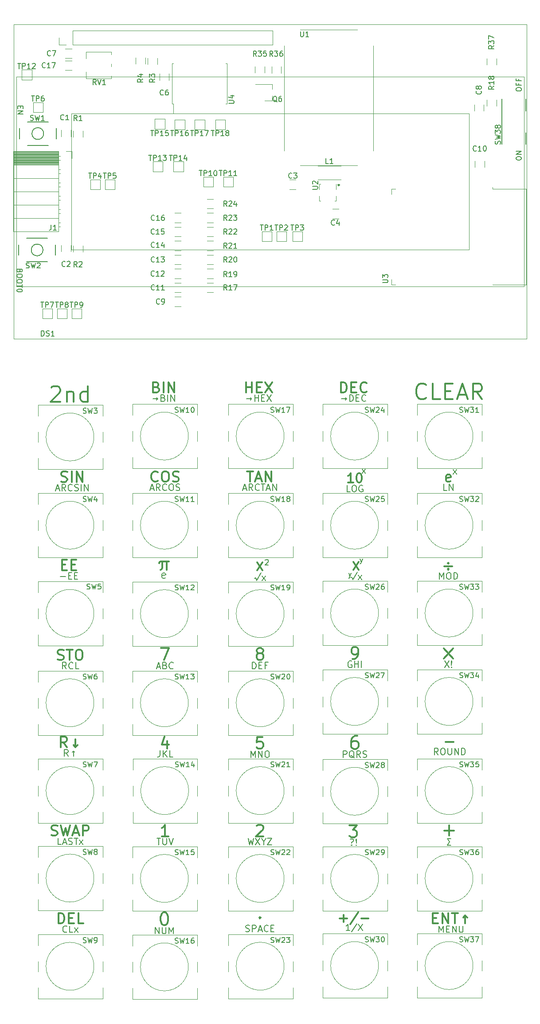
<source format=gto>
G04 #@! TF.GenerationSoftware,KiCad,Pcbnew,(5.1.6)-1*
G04 #@! TF.CreationDate,2020-08-25T11:11:56+02:00*
G04 #@! TF.ProjectId,projet,70726f6a-6574-42e6-9b69-6361645f7063,rev?*
G04 #@! TF.SameCoordinates,Original*
G04 #@! TF.FileFunction,Legend,Top*
G04 #@! TF.FilePolarity,Positive*
%FSLAX46Y46*%
G04 Gerber Fmt 4.6, Leading zero omitted, Abs format (unit mm)*
G04 Created by KiCad (PCBNEW (5.1.6)-1) date 2020-08-25 11:11:56*
%MOMM*%
%LPD*%
G01*
G04 APERTURE LIST*
%ADD10C,0.300000*%
%ADD11C,0.200000*%
%ADD12C,0.150000*%
%ADD13C,0.120000*%
G04 APERTURE END LIST*
D10*
X114554000Y-52359714D02*
X114482571Y-52431142D01*
X114554000Y-52502571D01*
X114625428Y-52431142D01*
X114554000Y-52359714D01*
X114554000Y-52502571D01*
X81156952Y-191235452D02*
X81395047Y-191235452D01*
X81633142Y-191354500D01*
X81752190Y-191473547D01*
X81871238Y-191711642D01*
X81990285Y-192187833D01*
X81990285Y-192783071D01*
X81871238Y-193259261D01*
X81752190Y-193497357D01*
X81633142Y-193616404D01*
X81395047Y-193735452D01*
X81156952Y-193735452D01*
X80918857Y-193616404D01*
X80799809Y-193497357D01*
X80680761Y-193259261D01*
X80561714Y-192783071D01*
X80561714Y-192187833D01*
X80680761Y-191711642D01*
X80799809Y-191473547D01*
X80918857Y-191354500D01*
X81156952Y-191235452D01*
X82045857Y-176785857D02*
X80760142Y-176785857D01*
X81403000Y-176785857D02*
X81403000Y-174535857D01*
X81188714Y-174857285D01*
X80974428Y-175071571D01*
X80760142Y-175178714D01*
X98880142Y-174750142D02*
X98987285Y-174643000D01*
X99201571Y-174535857D01*
X99737285Y-174535857D01*
X99951571Y-174643000D01*
X100058714Y-174750142D01*
X100165857Y-174964428D01*
X100165857Y-175178714D01*
X100058714Y-175500142D01*
X98773000Y-176785857D01*
X100165857Y-176785857D01*
X116639000Y-174662857D02*
X118031857Y-174662857D01*
X117281857Y-175520000D01*
X117603285Y-175520000D01*
X117817571Y-175627142D01*
X117924714Y-175734285D01*
X118031857Y-175948571D01*
X118031857Y-176484285D01*
X117924714Y-176698571D01*
X117817571Y-176805714D01*
X117603285Y-176912857D01*
X116960428Y-176912857D01*
X116746142Y-176805714D01*
X116639000Y-176698571D01*
X118119190Y-157574452D02*
X117643000Y-157574452D01*
X117404904Y-157693500D01*
X117285857Y-157812547D01*
X117047761Y-158169690D01*
X116928714Y-158645880D01*
X116928714Y-159598261D01*
X117047761Y-159836357D01*
X117166809Y-159955404D01*
X117404904Y-160074452D01*
X117881095Y-160074452D01*
X118119190Y-159955404D01*
X118238238Y-159836357D01*
X118357285Y-159598261D01*
X118357285Y-159003023D01*
X118238238Y-158764928D01*
X118119190Y-158645880D01*
X117881095Y-158526833D01*
X117404904Y-158526833D01*
X117166809Y-158645880D01*
X117047761Y-158764928D01*
X116928714Y-159003023D01*
X100046809Y-157799238D02*
X98999190Y-157799238D01*
X98894428Y-158846857D01*
X98999190Y-158742095D01*
X99208714Y-158637333D01*
X99732523Y-158637333D01*
X99942047Y-158742095D01*
X100046809Y-158846857D01*
X100151571Y-159056380D01*
X100151571Y-159580190D01*
X100046809Y-159789714D01*
X99942047Y-159894476D01*
X99732523Y-159999238D01*
X99208714Y-159999238D01*
X98999190Y-159894476D01*
X98894428Y-159789714D01*
X81822047Y-158532571D02*
X81822047Y-159999238D01*
X81298238Y-157694476D02*
X80774428Y-159265904D01*
X82136333Y-159265904D01*
X80653000Y-140817357D02*
X82153000Y-140817357D01*
X81188714Y-143067357D01*
X99308714Y-141781642D02*
X99094428Y-141674500D01*
X98987285Y-141567357D01*
X98880142Y-141353071D01*
X98880142Y-141245928D01*
X98987285Y-141031642D01*
X99094428Y-140924500D01*
X99308714Y-140817357D01*
X99737285Y-140817357D01*
X99951571Y-140924500D01*
X100058714Y-141031642D01*
X100165857Y-141245928D01*
X100165857Y-141353071D01*
X100058714Y-141567357D01*
X99951571Y-141674500D01*
X99737285Y-141781642D01*
X99308714Y-141781642D01*
X99094428Y-141888785D01*
X98987285Y-141995928D01*
X98880142Y-142210214D01*
X98880142Y-142638785D01*
X98987285Y-142853071D01*
X99094428Y-142960214D01*
X99308714Y-143067357D01*
X99737285Y-143067357D01*
X99951571Y-142960214D01*
X100058714Y-142853071D01*
X100165857Y-142638785D01*
X100165857Y-142210214D01*
X100058714Y-141995928D01*
X99951571Y-141888785D01*
X99737285Y-141781642D01*
D11*
X116474904Y-126468214D02*
X116713000Y-127134880D01*
X116951095Y-126468214D02*
X116713000Y-127134880D01*
X116617761Y-127372976D01*
X116570142Y-127420595D01*
X116474904Y-127468214D01*
X118633904Y-123737714D02*
X118872000Y-124404380D01*
X119110095Y-123737714D02*
X118872000Y-124404380D01*
X118776761Y-124642476D01*
X118729142Y-124690095D01*
X118633904Y-124737714D01*
X100552285Y-124007619D02*
X100599904Y-123960000D01*
X100695142Y-123912380D01*
X100933238Y-123912380D01*
X101028476Y-123960000D01*
X101076095Y-124007619D01*
X101123714Y-124102857D01*
X101123714Y-124198095D01*
X101076095Y-124340952D01*
X100504666Y-124912380D01*
X101123714Y-124912380D01*
X119078809Y-107454238D02*
X119681190Y-106687571D01*
X119078809Y-106687571D02*
X119681190Y-107454238D01*
X136451619Y-107565976D02*
X137106380Y-106732642D01*
X136451619Y-106732642D02*
X137106380Y-107565976D01*
X133725333Y-195083976D02*
X133725333Y-193833976D01*
X134142000Y-194726833D01*
X134558666Y-193833976D01*
X134558666Y-195083976D01*
X135153904Y-194429214D02*
X135570571Y-194429214D01*
X135749142Y-195083976D02*
X135153904Y-195083976D01*
X135153904Y-193833976D01*
X135749142Y-193833976D01*
X136284857Y-195083976D02*
X136284857Y-193833976D01*
X136999142Y-195083976D01*
X136999142Y-193833976D01*
X137594380Y-193833976D02*
X137594380Y-194845880D01*
X137653904Y-194964928D01*
X137713428Y-195024452D01*
X137832476Y-195083976D01*
X138070571Y-195083976D01*
X138189619Y-195024452D01*
X138249142Y-194964928D01*
X138308666Y-194845880D01*
X138308666Y-193833976D01*
D10*
X132540809Y-192343642D02*
X133207476Y-192343642D01*
X133493190Y-193391261D02*
X132540809Y-193391261D01*
X132540809Y-191391261D01*
X133493190Y-191391261D01*
X134350333Y-193391261D02*
X134350333Y-191391261D01*
X135493190Y-193391261D01*
X135493190Y-191391261D01*
X136159857Y-191391261D02*
X137302714Y-191391261D01*
X136731285Y-193391261D02*
X136731285Y-191391261D01*
X138731285Y-193391261D02*
X138731285Y-191867452D01*
X138350333Y-192248404D02*
X138731285Y-191867452D01*
X139112238Y-192248404D01*
X114773142Y-192406571D02*
X116144571Y-192406571D01*
X115458857Y-193092285D02*
X115458857Y-191720857D01*
X118287428Y-191206571D02*
X116744571Y-193520857D01*
X118887428Y-192406571D02*
X120258857Y-192406571D01*
D11*
X116658857Y-194725857D02*
X115973142Y-194725857D01*
X116316000Y-194725857D02*
X116316000Y-193525857D01*
X116201714Y-193697285D01*
X116087428Y-193811571D01*
X115973142Y-193868714D01*
X118030285Y-193468714D02*
X117001714Y-195011571D01*
X118316000Y-193525857D02*
X119116000Y-194725857D01*
X119116000Y-193525857D02*
X118316000Y-194725857D01*
D10*
X99523000Y-192142928D02*
X99665857Y-192285785D01*
X99523000Y-192428642D01*
X99380142Y-192285785D01*
X99523000Y-192142928D01*
X99523000Y-192428642D01*
D11*
X96814666Y-194897452D02*
X96993238Y-194956976D01*
X97290857Y-194956976D01*
X97409904Y-194897452D01*
X97469428Y-194837928D01*
X97528952Y-194718880D01*
X97528952Y-194599833D01*
X97469428Y-194480785D01*
X97409904Y-194421261D01*
X97290857Y-194361738D01*
X97052761Y-194302214D01*
X96933714Y-194242690D01*
X96874190Y-194183166D01*
X96814666Y-194064119D01*
X96814666Y-193945071D01*
X96874190Y-193826023D01*
X96933714Y-193766500D01*
X97052761Y-193706976D01*
X97350380Y-193706976D01*
X97528952Y-193766500D01*
X98064666Y-194956976D02*
X98064666Y-193706976D01*
X98540857Y-193706976D01*
X98659904Y-193766500D01*
X98719428Y-193826023D01*
X98778952Y-193945071D01*
X98778952Y-194123642D01*
X98719428Y-194242690D01*
X98659904Y-194302214D01*
X98540857Y-194361738D01*
X98064666Y-194361738D01*
X99255142Y-194599833D02*
X99850380Y-194599833D01*
X99136095Y-194956976D02*
X99552761Y-193706976D01*
X99969428Y-194956976D01*
X101100380Y-194837928D02*
X101040857Y-194897452D01*
X100862285Y-194956976D01*
X100743238Y-194956976D01*
X100564666Y-194897452D01*
X100445619Y-194778404D01*
X100386095Y-194659357D01*
X100326571Y-194421261D01*
X100326571Y-194242690D01*
X100386095Y-194004595D01*
X100445619Y-193885547D01*
X100564666Y-193766500D01*
X100743238Y-193706976D01*
X100862285Y-193706976D01*
X101040857Y-193766500D01*
X101100380Y-193826023D01*
X101636095Y-194302214D02*
X102052761Y-194302214D01*
X102231333Y-194956976D02*
X101636095Y-194956976D01*
X101636095Y-193706976D01*
X102231333Y-193706976D01*
X79549809Y-195337976D02*
X79549809Y-194087976D01*
X80264095Y-195337976D01*
X80264095Y-194087976D01*
X80859333Y-194087976D02*
X80859333Y-195099880D01*
X80918857Y-195218928D01*
X80978380Y-195278452D01*
X81097428Y-195337976D01*
X81335523Y-195337976D01*
X81454571Y-195278452D01*
X81514095Y-195218928D01*
X81573619Y-195099880D01*
X81573619Y-194087976D01*
X82168857Y-195337976D02*
X82168857Y-194087976D01*
X82585523Y-194980833D01*
X83002190Y-194087976D01*
X83002190Y-195337976D01*
D10*
X61044904Y-193391261D02*
X61044904Y-191391261D01*
X61521095Y-191391261D01*
X61806809Y-191486500D01*
X61997285Y-191676976D01*
X62092523Y-191867452D01*
X62187761Y-192248404D01*
X62187761Y-192534119D01*
X62092523Y-192915071D01*
X61997285Y-193105547D01*
X61806809Y-193296023D01*
X61521095Y-193391261D01*
X61044904Y-193391261D01*
X63044904Y-192343642D02*
X63711571Y-192343642D01*
X63997285Y-193391261D02*
X63044904Y-193391261D01*
X63044904Y-191391261D01*
X63997285Y-191391261D01*
X65806809Y-193391261D02*
X64854428Y-193391261D01*
X64854428Y-191391261D01*
D11*
X62658000Y-194964928D02*
X62598476Y-195024452D01*
X62419904Y-195083976D01*
X62300857Y-195083976D01*
X62122285Y-195024452D01*
X62003238Y-194905404D01*
X61943714Y-194786357D01*
X61884190Y-194548261D01*
X61884190Y-194369690D01*
X61943714Y-194131595D01*
X62003238Y-194012547D01*
X62122285Y-193893500D01*
X62300857Y-193833976D01*
X62419904Y-193833976D01*
X62598476Y-193893500D01*
X62658000Y-193953023D01*
X63788952Y-195083976D02*
X63193714Y-195083976D01*
X63193714Y-193833976D01*
X64086571Y-195083976D02*
X64741333Y-194250642D01*
X64086571Y-194250642D02*
X64741333Y-195083976D01*
X135963380Y-178443976D02*
X135308619Y-178443976D01*
X135725285Y-177789214D01*
X135308619Y-177193976D01*
X135963380Y-177193976D01*
D10*
X134683619Y-175629071D02*
X136588380Y-175629071D01*
X135636000Y-176581452D02*
X135636000Y-174676690D01*
D11*
X117031857Y-178373428D02*
X117091380Y-178432952D01*
X117031857Y-178492476D01*
X116972333Y-178432952D01*
X117031857Y-178373428D01*
X117031857Y-178492476D01*
X116793761Y-177302000D02*
X116912809Y-177242476D01*
X117210428Y-177242476D01*
X117329476Y-177302000D01*
X117389000Y-177421047D01*
X117389000Y-177540095D01*
X117329476Y-177659142D01*
X117269952Y-177718666D01*
X117150904Y-177778190D01*
X117091380Y-177837714D01*
X117031857Y-177956761D01*
X117031857Y-178016285D01*
X117924714Y-178373428D02*
X117984238Y-178432952D01*
X117924714Y-178492476D01*
X117865190Y-178432952D01*
X117924714Y-178373428D01*
X117924714Y-178492476D01*
X117924714Y-178016285D02*
X117865190Y-177302000D01*
X117924714Y-177242476D01*
X117984238Y-177302000D01*
X117924714Y-178016285D01*
X117924714Y-177242476D01*
X97261095Y-177115476D02*
X97558714Y-178365476D01*
X97796809Y-177472619D01*
X98034904Y-178365476D01*
X98332523Y-177115476D01*
X98689666Y-177115476D02*
X99523000Y-178365476D01*
X99523000Y-177115476D02*
X98689666Y-178365476D01*
X100237285Y-177770238D02*
X100237285Y-178365476D01*
X99820619Y-177115476D02*
X100237285Y-177770238D01*
X100653952Y-177115476D01*
X100951571Y-177115476D02*
X101784904Y-177115476D01*
X100951571Y-178365476D01*
X101784904Y-178365476D01*
X79855380Y-177115476D02*
X80569666Y-177115476D01*
X80212523Y-178365476D02*
X80212523Y-177115476D01*
X80986333Y-177115476D02*
X80986333Y-178127380D01*
X81045857Y-178246428D01*
X81105380Y-178305952D01*
X81224428Y-178365476D01*
X81462523Y-178365476D01*
X81581571Y-178305952D01*
X81641095Y-178246428D01*
X81700619Y-178127380D01*
X81700619Y-177115476D01*
X82117285Y-177115476D02*
X82533952Y-178365476D01*
X82950619Y-177115476D01*
D10*
X59711571Y-176529023D02*
X59997285Y-176624261D01*
X60473476Y-176624261D01*
X60663952Y-176529023D01*
X60759190Y-176433785D01*
X60854428Y-176243309D01*
X60854428Y-176052833D01*
X60759190Y-175862357D01*
X60663952Y-175767119D01*
X60473476Y-175671880D01*
X60092523Y-175576642D01*
X59902047Y-175481404D01*
X59806809Y-175386166D01*
X59711571Y-175195690D01*
X59711571Y-175005214D01*
X59806809Y-174814738D01*
X59902047Y-174719500D01*
X60092523Y-174624261D01*
X60568714Y-174624261D01*
X60854428Y-174719500D01*
X61521095Y-174624261D02*
X61997285Y-176624261D01*
X62378238Y-175195690D01*
X62759190Y-176624261D01*
X63235380Y-174624261D01*
X63902047Y-176052833D02*
X64854428Y-176052833D01*
X63711571Y-176624261D02*
X64378238Y-174624261D01*
X65044904Y-176624261D01*
X65711571Y-176624261D02*
X65711571Y-174624261D01*
X66473476Y-174624261D01*
X66663952Y-174719500D01*
X66759190Y-174814738D01*
X66854428Y-175005214D01*
X66854428Y-175290928D01*
X66759190Y-175481404D01*
X66663952Y-175576642D01*
X66473476Y-175671880D01*
X65711571Y-175671880D01*
D11*
X61556809Y-178316976D02*
X60961571Y-178316976D01*
X60961571Y-177066976D01*
X61913952Y-177959833D02*
X62509190Y-177959833D01*
X61794904Y-178316976D02*
X62211571Y-177066976D01*
X62628238Y-178316976D01*
X62985380Y-178257452D02*
X63163952Y-178316976D01*
X63461571Y-178316976D01*
X63580619Y-178257452D01*
X63640142Y-178197928D01*
X63699666Y-178078880D01*
X63699666Y-177959833D01*
X63640142Y-177840785D01*
X63580619Y-177781261D01*
X63461571Y-177721738D01*
X63223476Y-177662214D01*
X63104428Y-177602690D01*
X63044904Y-177543166D01*
X62985380Y-177424119D01*
X62985380Y-177305071D01*
X63044904Y-177186023D01*
X63104428Y-177126500D01*
X63223476Y-177066976D01*
X63521095Y-177066976D01*
X63699666Y-177126500D01*
X64056809Y-177066976D02*
X64771095Y-177066976D01*
X64413952Y-178316976D02*
X64413952Y-177066976D01*
X65068714Y-178316976D02*
X65723476Y-177483642D01*
X65068714Y-177483642D02*
X65723476Y-178316976D01*
X133560619Y-161168976D02*
X133143952Y-160573738D01*
X132846333Y-161168976D02*
X132846333Y-159918976D01*
X133322523Y-159918976D01*
X133441571Y-159978500D01*
X133501095Y-160038023D01*
X133560619Y-160157071D01*
X133560619Y-160335642D01*
X133501095Y-160454690D01*
X133441571Y-160514214D01*
X133322523Y-160573738D01*
X132846333Y-160573738D01*
X134334428Y-159918976D02*
X134572523Y-159918976D01*
X134691571Y-159978500D01*
X134810619Y-160097547D01*
X134870142Y-160335642D01*
X134870142Y-160752309D01*
X134810619Y-160990404D01*
X134691571Y-161109452D01*
X134572523Y-161168976D01*
X134334428Y-161168976D01*
X134215380Y-161109452D01*
X134096333Y-160990404D01*
X134036809Y-160752309D01*
X134036809Y-160335642D01*
X134096333Y-160097547D01*
X134215380Y-159978500D01*
X134334428Y-159918976D01*
X135405857Y-159918976D02*
X135405857Y-160930880D01*
X135465380Y-161049928D01*
X135524904Y-161109452D01*
X135643952Y-161168976D01*
X135882047Y-161168976D01*
X136001095Y-161109452D01*
X136060619Y-161049928D01*
X136120142Y-160930880D01*
X136120142Y-159918976D01*
X136715380Y-161168976D02*
X136715380Y-159918976D01*
X137429666Y-161168976D01*
X137429666Y-159918976D01*
X138024904Y-161168976D02*
X138024904Y-159918976D01*
X138322523Y-159918976D01*
X138501095Y-159978500D01*
X138620142Y-160097547D01*
X138679666Y-160216595D01*
X138739190Y-160454690D01*
X138739190Y-160633261D01*
X138679666Y-160871357D01*
X138620142Y-160990404D01*
X138501095Y-161109452D01*
X138322523Y-161168976D01*
X138024904Y-161168976D01*
D10*
X135001095Y-158714357D02*
X136524904Y-158714357D01*
D11*
X115440619Y-161676976D02*
X115440619Y-160426976D01*
X115916809Y-160426976D01*
X116035857Y-160486500D01*
X116095380Y-160546023D01*
X116154904Y-160665071D01*
X116154904Y-160843642D01*
X116095380Y-160962690D01*
X116035857Y-161022214D01*
X115916809Y-161081738D01*
X115440619Y-161081738D01*
X117523952Y-161796023D02*
X117404904Y-161736500D01*
X117285857Y-161617452D01*
X117107285Y-161438880D01*
X116988238Y-161379357D01*
X116869190Y-161379357D01*
X116928714Y-161676976D02*
X116809666Y-161617452D01*
X116690619Y-161498404D01*
X116631095Y-161260309D01*
X116631095Y-160843642D01*
X116690619Y-160605547D01*
X116809666Y-160486500D01*
X116928714Y-160426976D01*
X117166809Y-160426976D01*
X117285857Y-160486500D01*
X117404904Y-160605547D01*
X117464428Y-160843642D01*
X117464428Y-161260309D01*
X117404904Y-161498404D01*
X117285857Y-161617452D01*
X117166809Y-161676976D01*
X116928714Y-161676976D01*
X118714428Y-161676976D02*
X118297761Y-161081738D01*
X118000142Y-161676976D02*
X118000142Y-160426976D01*
X118476333Y-160426976D01*
X118595380Y-160486500D01*
X118654904Y-160546023D01*
X118714428Y-160665071D01*
X118714428Y-160843642D01*
X118654904Y-160962690D01*
X118595380Y-161022214D01*
X118476333Y-161081738D01*
X118000142Y-161081738D01*
X119190619Y-161617452D02*
X119369190Y-161676976D01*
X119666809Y-161676976D01*
X119785857Y-161617452D01*
X119845380Y-161557928D01*
X119904904Y-161438880D01*
X119904904Y-161319833D01*
X119845380Y-161200785D01*
X119785857Y-161141261D01*
X119666809Y-161081738D01*
X119428714Y-161022214D01*
X119309666Y-160962690D01*
X119250142Y-160903166D01*
X119190619Y-160784119D01*
X119190619Y-160665071D01*
X119250142Y-160546023D01*
X119309666Y-160486500D01*
X119428714Y-160426976D01*
X119726333Y-160426976D01*
X119904904Y-160486500D01*
X97796809Y-161676976D02*
X97796809Y-160426976D01*
X98213476Y-161319833D01*
X98630142Y-160426976D01*
X98630142Y-161676976D01*
X99225380Y-161676976D02*
X99225380Y-160426976D01*
X99939666Y-161676976D01*
X99939666Y-160426976D01*
X100773000Y-160426976D02*
X101011095Y-160426976D01*
X101130142Y-160486500D01*
X101249190Y-160605547D01*
X101308714Y-160843642D01*
X101308714Y-161260309D01*
X101249190Y-161498404D01*
X101130142Y-161617452D01*
X101011095Y-161676976D01*
X100773000Y-161676976D01*
X100653952Y-161617452D01*
X100534904Y-161498404D01*
X100475380Y-161260309D01*
X100475380Y-160843642D01*
X100534904Y-160605547D01*
X100653952Y-160486500D01*
X100773000Y-160426976D01*
X80454619Y-160351476D02*
X80454619Y-161244333D01*
X80395095Y-161422904D01*
X80276047Y-161541952D01*
X80097476Y-161601476D01*
X79978428Y-161601476D01*
X81049857Y-161601476D02*
X81049857Y-160351476D01*
X81764142Y-161601476D02*
X81228428Y-160887190D01*
X81764142Y-160351476D02*
X81049857Y-161065761D01*
X82895095Y-161601476D02*
X82299857Y-161601476D01*
X82299857Y-160351476D01*
D10*
X62663952Y-159730261D02*
X61997285Y-158777880D01*
X61521095Y-159730261D02*
X61521095Y-157730261D01*
X62283000Y-157730261D01*
X62473476Y-157825500D01*
X62568714Y-157920738D01*
X62663952Y-158111214D01*
X62663952Y-158396928D01*
X62568714Y-158587404D01*
X62473476Y-158682642D01*
X62283000Y-158777880D01*
X61521095Y-158777880D01*
X64283000Y-158206452D02*
X64283000Y-159730261D01*
X64663952Y-159349309D02*
X64283000Y-159730261D01*
X63902047Y-159349309D01*
D11*
X62896095Y-161422976D02*
X62479428Y-160827738D01*
X62181809Y-161422976D02*
X62181809Y-160172976D01*
X62658000Y-160172976D01*
X62777047Y-160232500D01*
X62836571Y-160292023D01*
X62896095Y-160411071D01*
X62896095Y-160589642D01*
X62836571Y-160708690D01*
X62777047Y-160768214D01*
X62658000Y-160827738D01*
X62181809Y-160827738D01*
X63908000Y-161422976D02*
X63908000Y-160470595D01*
X63669904Y-160708690D02*
X63908000Y-160470595D01*
X64146095Y-160708690D01*
X134794714Y-143278976D02*
X135628047Y-144528976D01*
X135628047Y-143278976D02*
X134794714Y-144528976D01*
X136104238Y-144409928D02*
X136163761Y-144469452D01*
X136104238Y-144528976D01*
X136044714Y-144469452D01*
X136104238Y-144409928D01*
X136104238Y-144528976D01*
X136104238Y-144052785D02*
X136044714Y-143338500D01*
X136104238Y-143278976D01*
X136163761Y-143338500D01*
X136104238Y-144052785D01*
X136104238Y-143278976D01*
D10*
X134609000Y-140836261D02*
X136409000Y-142836261D01*
X136409000Y-140836261D02*
X134609000Y-142836261D01*
X117214428Y-142876857D02*
X117643000Y-142876857D01*
X117857285Y-142769714D01*
X117964428Y-142662571D01*
X118178714Y-142341142D01*
X118285857Y-141912571D01*
X118285857Y-141055428D01*
X118178714Y-140841142D01*
X118071571Y-140734000D01*
X117857285Y-140626857D01*
X117428714Y-140626857D01*
X117214428Y-140734000D01*
X117107285Y-140841142D01*
X117000142Y-141055428D01*
X117000142Y-141591142D01*
X117107285Y-141805428D01*
X117214428Y-141912571D01*
X117428714Y-142019714D01*
X117857285Y-142019714D01*
X118071571Y-141912571D01*
X118178714Y-141805428D01*
X118285857Y-141591142D01*
D11*
X117018000Y-143338500D02*
X116898952Y-143278976D01*
X116720380Y-143278976D01*
X116541809Y-143338500D01*
X116422761Y-143457547D01*
X116363238Y-143576595D01*
X116303714Y-143814690D01*
X116303714Y-143993261D01*
X116363238Y-144231357D01*
X116422761Y-144350404D01*
X116541809Y-144469452D01*
X116720380Y-144528976D01*
X116839428Y-144528976D01*
X117018000Y-144469452D01*
X117077523Y-144409928D01*
X117077523Y-143993261D01*
X116839428Y-143993261D01*
X117613238Y-144528976D02*
X117613238Y-143278976D01*
X117613238Y-143874214D02*
X118327523Y-143874214D01*
X118327523Y-144528976D02*
X118327523Y-143278976D01*
X118922761Y-144528976D02*
X118922761Y-143278976D01*
X98094428Y-144782976D02*
X98094428Y-143532976D01*
X98392047Y-143532976D01*
X98570619Y-143592500D01*
X98689666Y-143711547D01*
X98749190Y-143830595D01*
X98808714Y-144068690D01*
X98808714Y-144247261D01*
X98749190Y-144485357D01*
X98689666Y-144604404D01*
X98570619Y-144723452D01*
X98392047Y-144782976D01*
X98094428Y-144782976D01*
X99344428Y-144128214D02*
X99761095Y-144128214D01*
X99939666Y-144782976D02*
X99344428Y-144782976D01*
X99344428Y-143532976D01*
X99939666Y-143532976D01*
X100892047Y-144128214D02*
X100475380Y-144128214D01*
X100475380Y-144782976D02*
X100475380Y-143532976D01*
X101070619Y-143532976D01*
X79855380Y-144425833D02*
X80450619Y-144425833D01*
X79736333Y-144782976D02*
X80153000Y-143532976D01*
X80569666Y-144782976D01*
X81403000Y-144128214D02*
X81581571Y-144187738D01*
X81641095Y-144247261D01*
X81700619Y-144366309D01*
X81700619Y-144544880D01*
X81641095Y-144663928D01*
X81581571Y-144723452D01*
X81462523Y-144782976D01*
X80986333Y-144782976D01*
X80986333Y-143532976D01*
X81403000Y-143532976D01*
X81522047Y-143592500D01*
X81581571Y-143652023D01*
X81641095Y-143771071D01*
X81641095Y-143890119D01*
X81581571Y-144009166D01*
X81522047Y-144068690D01*
X81403000Y-144128214D01*
X80986333Y-144128214D01*
X82950619Y-144663928D02*
X82891095Y-144723452D01*
X82712523Y-144782976D01*
X82593476Y-144782976D01*
X82414904Y-144723452D01*
X82295857Y-144604404D01*
X82236333Y-144485357D01*
X82176809Y-144247261D01*
X82176809Y-144068690D01*
X82236333Y-143830595D01*
X82295857Y-143711547D01*
X82414904Y-143592500D01*
X82593476Y-143532976D01*
X82712523Y-143532976D01*
X82891095Y-143592500D01*
X82950619Y-143652023D01*
D10*
X60902047Y-142995023D02*
X61187761Y-143090261D01*
X61663952Y-143090261D01*
X61854428Y-142995023D01*
X61949666Y-142899785D01*
X62044904Y-142709309D01*
X62044904Y-142518833D01*
X61949666Y-142328357D01*
X61854428Y-142233119D01*
X61663952Y-142137880D01*
X61283000Y-142042642D01*
X61092523Y-141947404D01*
X60997285Y-141852166D01*
X60902047Y-141661690D01*
X60902047Y-141471214D01*
X60997285Y-141280738D01*
X61092523Y-141185500D01*
X61283000Y-141090261D01*
X61759190Y-141090261D01*
X62044904Y-141185500D01*
X62616333Y-141090261D02*
X63759190Y-141090261D01*
X63187761Y-143090261D02*
X63187761Y-141090261D01*
X64806809Y-141090261D02*
X65187761Y-141090261D01*
X65378238Y-141185500D01*
X65568714Y-141375976D01*
X65663952Y-141756928D01*
X65663952Y-142423595D01*
X65568714Y-142804547D01*
X65378238Y-142995023D01*
X65187761Y-143090261D01*
X64806809Y-143090261D01*
X64616333Y-142995023D01*
X64425857Y-142804547D01*
X64330619Y-142423595D01*
X64330619Y-141756928D01*
X64425857Y-141375976D01*
X64616333Y-141185500D01*
X64806809Y-141090261D01*
D11*
X62538952Y-144782976D02*
X62122285Y-144187738D01*
X61824666Y-144782976D02*
X61824666Y-143532976D01*
X62300857Y-143532976D01*
X62419904Y-143592500D01*
X62479428Y-143652023D01*
X62538952Y-143771071D01*
X62538952Y-143949642D01*
X62479428Y-144068690D01*
X62419904Y-144128214D01*
X62300857Y-144187738D01*
X61824666Y-144187738D01*
X63788952Y-144663928D02*
X63729428Y-144723452D01*
X63550857Y-144782976D01*
X63431809Y-144782976D01*
X63253238Y-144723452D01*
X63134190Y-144604404D01*
X63074666Y-144485357D01*
X63015142Y-144247261D01*
X63015142Y-144068690D01*
X63074666Y-143830595D01*
X63134190Y-143711547D01*
X63253238Y-143592500D01*
X63431809Y-143532976D01*
X63550857Y-143532976D01*
X63729428Y-143592500D01*
X63788952Y-143652023D01*
X64919904Y-144782976D02*
X64324666Y-144782976D01*
X64324666Y-143532976D01*
X133812571Y-127634976D02*
X133812571Y-126384976D01*
X134229238Y-127277833D01*
X134645904Y-126384976D01*
X134645904Y-127634976D01*
X135479238Y-126384976D02*
X135717333Y-126384976D01*
X135836380Y-126444500D01*
X135955428Y-126563547D01*
X136014952Y-126801642D01*
X136014952Y-127218309D01*
X135955428Y-127456404D01*
X135836380Y-127575452D01*
X135717333Y-127634976D01*
X135479238Y-127634976D01*
X135360190Y-127575452D01*
X135241142Y-127456404D01*
X135181619Y-127218309D01*
X135181619Y-126801642D01*
X135241142Y-126563547D01*
X135360190Y-126444500D01*
X135479238Y-126384976D01*
X136550666Y-127634976D02*
X136550666Y-126384976D01*
X136848285Y-126384976D01*
X137026857Y-126444500D01*
X137145904Y-126563547D01*
X137205428Y-126682595D01*
X137264952Y-126920690D01*
X137264952Y-127099261D01*
X137205428Y-127337357D01*
X137145904Y-127456404D01*
X137026857Y-127575452D01*
X136848285Y-127634976D01*
X136550666Y-127634976D01*
D10*
X136270904Y-125180357D02*
X134747095Y-125180357D01*
X135509000Y-125656547D02*
X135604238Y-125751785D01*
X135509000Y-125847023D01*
X135413761Y-125751785D01*
X135509000Y-125656547D01*
X135509000Y-125847023D01*
X135509000Y-124513690D02*
X135604238Y-124608928D01*
X135509000Y-124704166D01*
X135413761Y-124608928D01*
X135509000Y-124513690D01*
X135509000Y-124704166D01*
X117397000Y-124400571D02*
X118397000Y-125900571D01*
X118397000Y-124400571D02*
X117397000Y-125900571D01*
D11*
X116885095Y-127345309D02*
X117123190Y-127285785D01*
X117242238Y-127761976D01*
X118135095Y-126273880D01*
X118313666Y-127761976D02*
X118968428Y-126928642D01*
X118313666Y-126928642D02*
X118968428Y-127761976D01*
D10*
X99023000Y-124470071D02*
X100023000Y-125970071D01*
X100023000Y-124470071D02*
X99023000Y-125970071D01*
D11*
X98511095Y-127472309D02*
X98749190Y-127412785D01*
X98868238Y-127888976D01*
X99761095Y-126400880D01*
X99939666Y-127888976D02*
X100594428Y-127055642D01*
X99939666Y-127055642D02*
X100594428Y-127888976D01*
D10*
X81688714Y-124241785D02*
X81688714Y-125908452D01*
X80855380Y-124241785D02*
X80855380Y-125551309D01*
X80736333Y-125789404D01*
X80498238Y-125908452D01*
X82164904Y-124241785D02*
X80617285Y-124241785D01*
X80379190Y-124360833D01*
X80260142Y-124598928D01*
D11*
X81438714Y-127416642D02*
X81295857Y-127488071D01*
X81010142Y-127488071D01*
X80867285Y-127416642D01*
X80795857Y-127273785D01*
X80795857Y-126702357D01*
X80867285Y-126559500D01*
X81010142Y-126488071D01*
X81295857Y-126488071D01*
X81438714Y-126559500D01*
X81510142Y-126702357D01*
X81510142Y-126845214D01*
X80795857Y-126988071D01*
D10*
X61695666Y-124894642D02*
X62362333Y-124894642D01*
X62648047Y-125942261D02*
X61695666Y-125942261D01*
X61695666Y-123942261D01*
X62648047Y-123942261D01*
X63505190Y-124894642D02*
X64171857Y-124894642D01*
X64457571Y-125942261D02*
X63505190Y-125942261D01*
X63505190Y-123942261D01*
X64457571Y-123942261D01*
D11*
X61421857Y-127158785D02*
X62374238Y-127158785D01*
X62969476Y-126980214D02*
X63386142Y-126980214D01*
X63564714Y-127634976D02*
X62969476Y-127634976D01*
X62969476Y-126384976D01*
X63564714Y-126384976D01*
X64100428Y-126980214D02*
X64517095Y-126980214D01*
X64695666Y-127634976D02*
X64100428Y-127634976D01*
X64100428Y-126384976D01*
X64695666Y-126384976D01*
X135241142Y-110740976D02*
X134645904Y-110740976D01*
X134645904Y-109490976D01*
X135657809Y-110740976D02*
X135657809Y-109490976D01*
X136372095Y-110740976D01*
X136372095Y-109490976D01*
D10*
X135889952Y-108953023D02*
X135699476Y-109048261D01*
X135318523Y-109048261D01*
X135128047Y-108953023D01*
X135032809Y-108762547D01*
X135032809Y-108000642D01*
X135128047Y-107810166D01*
X135318523Y-107714928D01*
X135699476Y-107714928D01*
X135889952Y-107810166D01*
X135985190Y-108000642D01*
X135985190Y-108191119D01*
X135032809Y-108381595D01*
X117319190Y-109166547D02*
X116347761Y-109166547D01*
X116833476Y-109166547D02*
X116833476Y-107466547D01*
X116671571Y-107709404D01*
X116509666Y-107871309D01*
X116347761Y-107952261D01*
X118371571Y-107466547D02*
X118533476Y-107466547D01*
X118695380Y-107547500D01*
X118776333Y-107628452D01*
X118857285Y-107790357D01*
X118938238Y-108114166D01*
X118938238Y-108518928D01*
X118857285Y-108842738D01*
X118776333Y-109004642D01*
X118695380Y-109085595D01*
X118533476Y-109166547D01*
X118371571Y-109166547D01*
X118209666Y-109085595D01*
X118128714Y-109004642D01*
X118047761Y-108842738D01*
X117966809Y-108518928D01*
X117966809Y-108114166D01*
X118047761Y-107790357D01*
X118128714Y-107628452D01*
X118209666Y-107547500D01*
X118371571Y-107466547D01*
D11*
X116750142Y-110994976D02*
X116154904Y-110994976D01*
X116154904Y-109744976D01*
X117404904Y-109744976D02*
X117643000Y-109744976D01*
X117762047Y-109804500D01*
X117881095Y-109923547D01*
X117940619Y-110161642D01*
X117940619Y-110578309D01*
X117881095Y-110816404D01*
X117762047Y-110935452D01*
X117643000Y-110994976D01*
X117404904Y-110994976D01*
X117285857Y-110935452D01*
X117166809Y-110816404D01*
X117107285Y-110578309D01*
X117107285Y-110161642D01*
X117166809Y-109923547D01*
X117285857Y-109804500D01*
X117404904Y-109744976D01*
X119131095Y-109804500D02*
X119012047Y-109744976D01*
X118833476Y-109744976D01*
X118654904Y-109804500D01*
X118535857Y-109923547D01*
X118476333Y-110042595D01*
X118416809Y-110280690D01*
X118416809Y-110459261D01*
X118476333Y-110697357D01*
X118535857Y-110816404D01*
X118654904Y-110935452D01*
X118833476Y-110994976D01*
X118952523Y-110994976D01*
X119131095Y-110935452D01*
X119190619Y-110875928D01*
X119190619Y-110459261D01*
X118952523Y-110459261D01*
D10*
X97046809Y-107048261D02*
X98189666Y-107048261D01*
X97618238Y-109048261D02*
X97618238Y-107048261D01*
X98761095Y-108476833D02*
X99713476Y-108476833D01*
X98570619Y-109048261D02*
X99237285Y-107048261D01*
X99903952Y-109048261D01*
X100570619Y-109048261D02*
X100570619Y-107048261D01*
X101713476Y-109048261D01*
X101713476Y-107048261D01*
D11*
X96308714Y-110383833D02*
X96903952Y-110383833D01*
X96189666Y-110740976D02*
X96606333Y-109490976D01*
X97023000Y-110740976D01*
X98153952Y-110740976D02*
X97737285Y-110145738D01*
X97439666Y-110740976D02*
X97439666Y-109490976D01*
X97915857Y-109490976D01*
X98034904Y-109550500D01*
X98094428Y-109610023D01*
X98153952Y-109729071D01*
X98153952Y-109907642D01*
X98094428Y-110026690D01*
X98034904Y-110086214D01*
X97915857Y-110145738D01*
X97439666Y-110145738D01*
X99403952Y-110621928D02*
X99344428Y-110681452D01*
X99165857Y-110740976D01*
X99046809Y-110740976D01*
X98868238Y-110681452D01*
X98749190Y-110562404D01*
X98689666Y-110443357D01*
X98630142Y-110205261D01*
X98630142Y-110026690D01*
X98689666Y-109788595D01*
X98749190Y-109669547D01*
X98868238Y-109550500D01*
X99046809Y-109490976D01*
X99165857Y-109490976D01*
X99344428Y-109550500D01*
X99403952Y-109610023D01*
X99761095Y-109490976D02*
X100475380Y-109490976D01*
X100118238Y-110740976D02*
X100118238Y-109490976D01*
X100832523Y-110383833D02*
X101427761Y-110383833D01*
X100713476Y-110740976D02*
X101130142Y-109490976D01*
X101546809Y-110740976D01*
X101963476Y-110740976D02*
X101963476Y-109490976D01*
X102677761Y-110740976D01*
X102677761Y-109490976D01*
D10*
X80022047Y-108857785D02*
X79926809Y-108953023D01*
X79641095Y-109048261D01*
X79450619Y-109048261D01*
X79164904Y-108953023D01*
X78974428Y-108762547D01*
X78879190Y-108572071D01*
X78783952Y-108191119D01*
X78783952Y-107905404D01*
X78879190Y-107524452D01*
X78974428Y-107333976D01*
X79164904Y-107143500D01*
X79450619Y-107048261D01*
X79641095Y-107048261D01*
X79926809Y-107143500D01*
X80022047Y-107238738D01*
X81260142Y-107048261D02*
X81641095Y-107048261D01*
X81831571Y-107143500D01*
X82022047Y-107333976D01*
X82117285Y-107714928D01*
X82117285Y-108381595D01*
X82022047Y-108762547D01*
X81831571Y-108953023D01*
X81641095Y-109048261D01*
X81260142Y-109048261D01*
X81069666Y-108953023D01*
X80879190Y-108762547D01*
X80783952Y-108381595D01*
X80783952Y-107714928D01*
X80879190Y-107333976D01*
X81069666Y-107143500D01*
X81260142Y-107048261D01*
X82879190Y-108953023D02*
X83164904Y-109048261D01*
X83641095Y-109048261D01*
X83831571Y-108953023D01*
X83926809Y-108857785D01*
X84022047Y-108667309D01*
X84022047Y-108476833D01*
X83926809Y-108286357D01*
X83831571Y-108191119D01*
X83641095Y-108095880D01*
X83260142Y-108000642D01*
X83069666Y-107905404D01*
X82974428Y-107810166D01*
X82879190Y-107619690D01*
X82879190Y-107429214D01*
X82974428Y-107238738D01*
X83069666Y-107143500D01*
X83260142Y-107048261D01*
X83736333Y-107048261D01*
X84022047Y-107143500D01*
D11*
X78605380Y-110383833D02*
X79200619Y-110383833D01*
X78486333Y-110740976D02*
X78903000Y-109490976D01*
X79319666Y-110740976D01*
X80450619Y-110740976D02*
X80033952Y-110145738D01*
X79736333Y-110740976D02*
X79736333Y-109490976D01*
X80212523Y-109490976D01*
X80331571Y-109550500D01*
X80391095Y-109610023D01*
X80450619Y-109729071D01*
X80450619Y-109907642D01*
X80391095Y-110026690D01*
X80331571Y-110086214D01*
X80212523Y-110145738D01*
X79736333Y-110145738D01*
X81700619Y-110621928D02*
X81641095Y-110681452D01*
X81462523Y-110740976D01*
X81343476Y-110740976D01*
X81164904Y-110681452D01*
X81045857Y-110562404D01*
X80986333Y-110443357D01*
X80926809Y-110205261D01*
X80926809Y-110026690D01*
X80986333Y-109788595D01*
X81045857Y-109669547D01*
X81164904Y-109550500D01*
X81343476Y-109490976D01*
X81462523Y-109490976D01*
X81641095Y-109550500D01*
X81700619Y-109610023D01*
X82474428Y-109490976D02*
X82712523Y-109490976D01*
X82831571Y-109550500D01*
X82950619Y-109669547D01*
X83010142Y-109907642D01*
X83010142Y-110324309D01*
X82950619Y-110562404D01*
X82831571Y-110681452D01*
X82712523Y-110740976D01*
X82474428Y-110740976D01*
X82355380Y-110681452D01*
X82236333Y-110562404D01*
X82176809Y-110324309D01*
X82176809Y-109907642D01*
X82236333Y-109669547D01*
X82355380Y-109550500D01*
X82474428Y-109490976D01*
X83486333Y-110681452D02*
X83664904Y-110740976D01*
X83962523Y-110740976D01*
X84081571Y-110681452D01*
X84141095Y-110621928D01*
X84200619Y-110502880D01*
X84200619Y-110383833D01*
X84141095Y-110264785D01*
X84081571Y-110205261D01*
X83962523Y-110145738D01*
X83724428Y-110086214D01*
X83605380Y-110026690D01*
X83545857Y-109967166D01*
X83486333Y-109848119D01*
X83486333Y-109729071D01*
X83545857Y-109610023D01*
X83605380Y-109550500D01*
X83724428Y-109490976D01*
X84022047Y-109490976D01*
X84200619Y-109550500D01*
D10*
X61568761Y-108992973D02*
X61854476Y-109088211D01*
X62330666Y-109088211D01*
X62521142Y-108992973D01*
X62616380Y-108897735D01*
X62711619Y-108707259D01*
X62711619Y-108516783D01*
X62616380Y-108326307D01*
X62521142Y-108231069D01*
X62330666Y-108135830D01*
X61949714Y-108040592D01*
X61759238Y-107945354D01*
X61664000Y-107850116D01*
X61568761Y-107659640D01*
X61568761Y-107469164D01*
X61664000Y-107278688D01*
X61759238Y-107183450D01*
X61949714Y-107088211D01*
X62425904Y-107088211D01*
X62711619Y-107183450D01*
X63568761Y-109088211D02*
X63568761Y-107088211D01*
X64521142Y-109088211D02*
X64521142Y-107088211D01*
X65664000Y-109088211D01*
X65664000Y-107088211D01*
D11*
X60568761Y-110423783D02*
X61164000Y-110423783D01*
X60449714Y-110780926D02*
X60866380Y-109530926D01*
X61283047Y-110780926D01*
X62414000Y-110780926D02*
X61997333Y-110185688D01*
X61699714Y-110780926D02*
X61699714Y-109530926D01*
X62175904Y-109530926D01*
X62294952Y-109590450D01*
X62354476Y-109649973D01*
X62414000Y-109769021D01*
X62414000Y-109947592D01*
X62354476Y-110066640D01*
X62294952Y-110126164D01*
X62175904Y-110185688D01*
X61699714Y-110185688D01*
X63664000Y-110661878D02*
X63604476Y-110721402D01*
X63425904Y-110780926D01*
X63306857Y-110780926D01*
X63128285Y-110721402D01*
X63009238Y-110602354D01*
X62949714Y-110483307D01*
X62890190Y-110245211D01*
X62890190Y-110066640D01*
X62949714Y-109828545D01*
X63009238Y-109709497D01*
X63128285Y-109590450D01*
X63306857Y-109530926D01*
X63425904Y-109530926D01*
X63604476Y-109590450D01*
X63664000Y-109649973D01*
X64140190Y-110721402D02*
X64318761Y-110780926D01*
X64616380Y-110780926D01*
X64735428Y-110721402D01*
X64794952Y-110661878D01*
X64854476Y-110542830D01*
X64854476Y-110423783D01*
X64794952Y-110304735D01*
X64735428Y-110245211D01*
X64616380Y-110185688D01*
X64378285Y-110126164D01*
X64259238Y-110066640D01*
X64199714Y-110007116D01*
X64140190Y-109888069D01*
X64140190Y-109769021D01*
X64199714Y-109649973D01*
X64259238Y-109590450D01*
X64378285Y-109530926D01*
X64675904Y-109530926D01*
X64854476Y-109590450D01*
X65390190Y-110780926D02*
X65390190Y-109530926D01*
X65985428Y-110780926D02*
X65985428Y-109530926D01*
X66699714Y-110780926D01*
X66699714Y-109530926D01*
D10*
X59674571Y-91098857D02*
X59817428Y-90956000D01*
X60103142Y-90813142D01*
X60817428Y-90813142D01*
X61103142Y-90956000D01*
X61246000Y-91098857D01*
X61388857Y-91384571D01*
X61388857Y-91670285D01*
X61246000Y-92098857D01*
X59531714Y-93813142D01*
X61388857Y-93813142D01*
X62674571Y-91813142D02*
X62674571Y-93813142D01*
X62674571Y-92098857D02*
X62817428Y-91956000D01*
X63103142Y-91813142D01*
X63531714Y-91813142D01*
X63817428Y-91956000D01*
X63960285Y-92241714D01*
X63960285Y-93813142D01*
X66674571Y-93813142D02*
X66674571Y-90813142D01*
X66674571Y-93670285D02*
X66388857Y-93813142D01*
X65817428Y-93813142D01*
X65531714Y-93670285D01*
X65388857Y-93527428D01*
X65246000Y-93241714D01*
X65246000Y-92384571D01*
X65388857Y-92098857D01*
X65531714Y-91956000D01*
X65817428Y-91813142D01*
X66388857Y-91813142D01*
X66674571Y-91956000D01*
D11*
X79095428Y-93243785D02*
X80047809Y-93243785D01*
X79809714Y-93481880D02*
X80047809Y-93243785D01*
X79809714Y-93005690D01*
X81059714Y-93065214D02*
X81238285Y-93124738D01*
X81297809Y-93184261D01*
X81357333Y-93303309D01*
X81357333Y-93481880D01*
X81297809Y-93600928D01*
X81238285Y-93660452D01*
X81119238Y-93719976D01*
X80643047Y-93719976D01*
X80643047Y-92469976D01*
X81059714Y-92469976D01*
X81178761Y-92529500D01*
X81238285Y-92589023D01*
X81297809Y-92708071D01*
X81297809Y-92827119D01*
X81238285Y-92946166D01*
X81178761Y-93005690D01*
X81059714Y-93065214D01*
X80643047Y-93065214D01*
X81893047Y-93719976D02*
X81893047Y-92469976D01*
X82488285Y-93719976D02*
X82488285Y-92469976D01*
X83202571Y-93719976D01*
X83202571Y-92469976D01*
D10*
X79768047Y-90979642D02*
X80053761Y-91074880D01*
X80149000Y-91170119D01*
X80244238Y-91360595D01*
X80244238Y-91646309D01*
X80149000Y-91836785D01*
X80053761Y-91932023D01*
X79863285Y-92027261D01*
X79101380Y-92027261D01*
X79101380Y-90027261D01*
X79768047Y-90027261D01*
X79958523Y-90122500D01*
X80053761Y-90217738D01*
X80149000Y-90408214D01*
X80149000Y-90598690D01*
X80053761Y-90789166D01*
X79958523Y-90884404D01*
X79768047Y-90979642D01*
X79101380Y-90979642D01*
X81101380Y-92027261D02*
X81101380Y-90027261D01*
X82053761Y-92027261D02*
X82053761Y-90027261D01*
X83196619Y-92027261D01*
X83196619Y-90027261D01*
D11*
X96977333Y-93243785D02*
X97929714Y-93243785D01*
X97691619Y-93481880D02*
X97929714Y-93243785D01*
X97691619Y-93005690D01*
X98524952Y-93719976D02*
X98524952Y-92469976D01*
X98524952Y-93065214D02*
X99239238Y-93065214D01*
X99239238Y-93719976D02*
X99239238Y-92469976D01*
X99834476Y-93065214D02*
X100251142Y-93065214D01*
X100429714Y-93719976D02*
X99834476Y-93719976D01*
X99834476Y-92469976D01*
X100429714Y-92469976D01*
X100846380Y-92469976D02*
X101679714Y-93719976D01*
X101679714Y-92469976D02*
X100846380Y-93719976D01*
D10*
X96840428Y-92027261D02*
X96840428Y-90027261D01*
X96840428Y-90979642D02*
X97983285Y-90979642D01*
X97983285Y-92027261D02*
X97983285Y-90027261D01*
X98935666Y-90979642D02*
X99602333Y-90979642D01*
X99888047Y-92027261D02*
X98935666Y-92027261D01*
X98935666Y-90027261D01*
X99888047Y-90027261D01*
X100554714Y-90027261D02*
X101888047Y-92027261D01*
X101888047Y-90027261D02*
X100554714Y-92027261D01*
D11*
X115097333Y-93243785D02*
X116049714Y-93243785D01*
X115811619Y-93481880D02*
X116049714Y-93243785D01*
X115811619Y-93005690D01*
X116644952Y-93719976D02*
X116644952Y-92469976D01*
X116942571Y-92469976D01*
X117121142Y-92529500D01*
X117240190Y-92648547D01*
X117299714Y-92767595D01*
X117359238Y-93005690D01*
X117359238Y-93184261D01*
X117299714Y-93422357D01*
X117240190Y-93541404D01*
X117121142Y-93660452D01*
X116942571Y-93719976D01*
X116644952Y-93719976D01*
X117894952Y-93065214D02*
X118311619Y-93065214D01*
X118490190Y-93719976D02*
X117894952Y-93719976D01*
X117894952Y-92469976D01*
X118490190Y-92469976D01*
X119740190Y-93600928D02*
X119680666Y-93660452D01*
X119502095Y-93719976D01*
X119383047Y-93719976D01*
X119204476Y-93660452D01*
X119085428Y-93541404D01*
X119025904Y-93422357D01*
X118966380Y-93184261D01*
X118966380Y-93005690D01*
X119025904Y-92767595D01*
X119085428Y-92648547D01*
X119204476Y-92529500D01*
X119383047Y-92469976D01*
X119502095Y-92469976D01*
X119680666Y-92529500D01*
X119740190Y-92589023D01*
D10*
X114960428Y-92027261D02*
X114960428Y-90027261D01*
X115436619Y-90027261D01*
X115722333Y-90122500D01*
X115912809Y-90312976D01*
X116008047Y-90503452D01*
X116103285Y-90884404D01*
X116103285Y-91170119D01*
X116008047Y-91551071D01*
X115912809Y-91741547D01*
X115722333Y-91932023D01*
X115436619Y-92027261D01*
X114960428Y-92027261D01*
X116960428Y-90979642D02*
X117627095Y-90979642D01*
X117912809Y-92027261D02*
X116960428Y-92027261D01*
X116960428Y-90027261D01*
X117912809Y-90027261D01*
X119912809Y-91836785D02*
X119817571Y-91932023D01*
X119531857Y-92027261D01*
X119341380Y-92027261D01*
X119055666Y-91932023D01*
X118865190Y-91741547D01*
X118769952Y-91551071D01*
X118674714Y-91170119D01*
X118674714Y-90884404D01*
X118769952Y-90503452D01*
X118865190Y-90312976D01*
X119055666Y-90122500D01*
X119341380Y-90027261D01*
X119531857Y-90027261D01*
X119817571Y-90122500D01*
X119912809Y-90217738D01*
X131207428Y-93019428D02*
X131064571Y-93162285D01*
X130636000Y-93305142D01*
X130350285Y-93305142D01*
X129921714Y-93162285D01*
X129636000Y-92876571D01*
X129493142Y-92590857D01*
X129350285Y-92019428D01*
X129350285Y-91590857D01*
X129493142Y-91019428D01*
X129636000Y-90733714D01*
X129921714Y-90448000D01*
X130350285Y-90305142D01*
X130636000Y-90305142D01*
X131064571Y-90448000D01*
X131207428Y-90590857D01*
X133921714Y-93305142D02*
X132493142Y-93305142D01*
X132493142Y-90305142D01*
X134921714Y-91733714D02*
X135921714Y-91733714D01*
X136350285Y-93305142D02*
X134921714Y-93305142D01*
X134921714Y-90305142D01*
X136350285Y-90305142D01*
X137493142Y-92448000D02*
X138921714Y-92448000D01*
X137207428Y-93305142D02*
X138207428Y-90305142D01*
X139207428Y-93305142D01*
X141921714Y-93305142D02*
X140921714Y-91876571D01*
X140207428Y-93305142D02*
X140207428Y-90305142D01*
X141350285Y-90305142D01*
X141636000Y-90448000D01*
X141778857Y-90590857D01*
X141921714Y-90876571D01*
X141921714Y-91305142D01*
X141778857Y-91590857D01*
X141636000Y-91733714D01*
X141350285Y-91876571D01*
X140207428Y-91876571D01*
D11*
X53809428Y-37361904D02*
X53809428Y-37695238D01*
X53285619Y-37838095D02*
X53285619Y-37361904D01*
X54285619Y-37361904D01*
X54285619Y-37838095D01*
X53285619Y-38266666D02*
X54285619Y-38266666D01*
X53285619Y-38838095D01*
X54285619Y-38838095D01*
X53665428Y-68778666D02*
X53617809Y-68921523D01*
X53570190Y-68969142D01*
X53474952Y-69016761D01*
X53332095Y-69016761D01*
X53236857Y-68969142D01*
X53189238Y-68921523D01*
X53141619Y-68826285D01*
X53141619Y-68445333D01*
X54141619Y-68445333D01*
X54141619Y-68778666D01*
X54094000Y-68873904D01*
X54046380Y-68921523D01*
X53951142Y-68969142D01*
X53855904Y-68969142D01*
X53760666Y-68921523D01*
X53713047Y-68873904D01*
X53665428Y-68778666D01*
X53665428Y-68445333D01*
X54141619Y-69635809D02*
X54141619Y-69826285D01*
X54094000Y-69921523D01*
X53998761Y-70016761D01*
X53808285Y-70064380D01*
X53474952Y-70064380D01*
X53284476Y-70016761D01*
X53189238Y-69921523D01*
X53141619Y-69826285D01*
X53141619Y-69635809D01*
X53189238Y-69540571D01*
X53284476Y-69445333D01*
X53474952Y-69397714D01*
X53808285Y-69397714D01*
X53998761Y-69445333D01*
X54094000Y-69540571D01*
X54141619Y-69635809D01*
X54141619Y-70683428D02*
X54141619Y-70873904D01*
X54094000Y-70969142D01*
X53998761Y-71064380D01*
X53808285Y-71112000D01*
X53474952Y-71112000D01*
X53284476Y-71064380D01*
X53189238Y-70969142D01*
X53141619Y-70873904D01*
X53141619Y-70683428D01*
X53189238Y-70588190D01*
X53284476Y-70492952D01*
X53474952Y-70445333D01*
X53808285Y-70445333D01*
X53998761Y-70492952D01*
X54094000Y-70588190D01*
X54141619Y-70683428D01*
X54141619Y-71397714D02*
X54141619Y-71969142D01*
X53141619Y-71683428D02*
X54141619Y-71683428D01*
X54141619Y-72492952D02*
X54141619Y-72588190D01*
X54094000Y-72683428D01*
X54046380Y-72731047D01*
X53951142Y-72778666D01*
X53760666Y-72826285D01*
X53522571Y-72826285D01*
X53332095Y-72778666D01*
X53236857Y-72731047D01*
X53189238Y-72683428D01*
X53141619Y-72588190D01*
X53141619Y-72492952D01*
X53189238Y-72397714D01*
X53236857Y-72350095D01*
X53332095Y-72302476D01*
X53522571Y-72254857D01*
X53760666Y-72254857D01*
X53951142Y-72302476D01*
X54046380Y-72350095D01*
X54094000Y-72397714D01*
X54141619Y-72492952D01*
D12*
X148440380Y-34236380D02*
X148440380Y-34045904D01*
X148488000Y-33950666D01*
X148583238Y-33855428D01*
X148773714Y-33807809D01*
X149107047Y-33807809D01*
X149297523Y-33855428D01*
X149392761Y-33950666D01*
X149440380Y-34045904D01*
X149440380Y-34236380D01*
X149392761Y-34331619D01*
X149297523Y-34426857D01*
X149107047Y-34474476D01*
X148773714Y-34474476D01*
X148583238Y-34426857D01*
X148488000Y-34331619D01*
X148440380Y-34236380D01*
X148916571Y-33045904D02*
X148916571Y-33379238D01*
X149440380Y-33379238D02*
X148440380Y-33379238D01*
X148440380Y-32903047D01*
X148916571Y-32188761D02*
X148916571Y-32522095D01*
X149440380Y-32522095D02*
X148440380Y-32522095D01*
X148440380Y-32045904D01*
X148440380Y-47403047D02*
X148440380Y-47212571D01*
X148488000Y-47117333D01*
X148583238Y-47022095D01*
X148773714Y-46974476D01*
X149107047Y-46974476D01*
X149297523Y-47022095D01*
X149392761Y-47117333D01*
X149440380Y-47212571D01*
X149440380Y-47403047D01*
X149392761Y-47498285D01*
X149297523Y-47593523D01*
X149107047Y-47641142D01*
X148773714Y-47641142D01*
X148583238Y-47593523D01*
X148488000Y-47498285D01*
X148440380Y-47403047D01*
X149440380Y-46545904D02*
X148440380Y-46545904D01*
X149440380Y-45974476D01*
X148440380Y-45974476D01*
D13*
X114066000Y-52208000D02*
X114066000Y-53213000D01*
X114066000Y-55458000D02*
X113836000Y-55458000D01*
X114066000Y-54483000D02*
X114066000Y-55458000D01*
X110846000Y-54483000D02*
X110846000Y-55458000D01*
X111076000Y-55458000D02*
X110846000Y-55458000D01*
X110846000Y-52238000D02*
X110846000Y-53213000D01*
X111076000Y-52238000D02*
X110846000Y-52238000D01*
X142854000Y-28263436D02*
X142854000Y-29467564D01*
X144674000Y-28263436D02*
X144674000Y-29467564D01*
X83006000Y-36880000D02*
X83006000Y-38695000D01*
X82751000Y-36880000D02*
X83006000Y-36880000D01*
X82751000Y-33020000D02*
X82751000Y-36880000D01*
X82751000Y-29160000D02*
X83006000Y-29160000D01*
X82751000Y-33020000D02*
X82751000Y-29160000D01*
X93271000Y-36880000D02*
X93016000Y-36880000D01*
X93271000Y-33020000D02*
X93271000Y-36880000D01*
X93271000Y-29160000D02*
X93016000Y-29160000D01*
X93271000Y-33020000D02*
X93271000Y-29160000D01*
X69496000Y-99574000D02*
X69496000Y-101514000D01*
X69496000Y-94394000D02*
X69496000Y-96514000D01*
X57196000Y-94394000D02*
X69496000Y-94394000D01*
X57196000Y-96514000D02*
X57196000Y-94394000D01*
X57196000Y-101514000D02*
X57196000Y-99574000D01*
X57196000Y-106694000D02*
X57196000Y-104574000D01*
X69496000Y-106694000D02*
X57196000Y-106694000D01*
X69496000Y-104574000D02*
X69496000Y-106694000D01*
X67825050Y-100504000D02*
G75*
G03*
X67825050Y-100504000I-4579050J0D01*
G01*
X141886000Y-200492000D02*
X141886000Y-202432000D01*
X141886000Y-195312000D02*
X141886000Y-197432000D01*
X129586000Y-195312000D02*
X141886000Y-195312000D01*
X129586000Y-197432000D02*
X129586000Y-195312000D01*
X129586000Y-202432000D02*
X129586000Y-200492000D01*
X129586000Y-207612000D02*
X129586000Y-205492000D01*
X141886000Y-207612000D02*
X129586000Y-207612000D01*
X141886000Y-205492000D02*
X141886000Y-207612000D01*
X140215050Y-201422000D02*
G75*
G03*
X140215050Y-201422000I-4579050J0D01*
G01*
X141886000Y-183855000D02*
X141886000Y-185795000D01*
X141886000Y-178675000D02*
X141886000Y-180795000D01*
X129586000Y-178675000D02*
X141886000Y-178675000D01*
X129586000Y-180795000D02*
X129586000Y-178675000D01*
X129586000Y-185795000D02*
X129586000Y-183855000D01*
X129586000Y-190975000D02*
X129586000Y-188855000D01*
X141886000Y-190975000D02*
X129586000Y-190975000D01*
X141886000Y-188855000D02*
X141886000Y-190975000D01*
X140215050Y-184785000D02*
G75*
G03*
X140215050Y-184785000I-4579050J0D01*
G01*
X141886000Y-167091000D02*
X141886000Y-169031000D01*
X141886000Y-161911000D02*
X141886000Y-164031000D01*
X129586000Y-161911000D02*
X141886000Y-161911000D01*
X129586000Y-164031000D02*
X129586000Y-161911000D01*
X129586000Y-169031000D02*
X129586000Y-167091000D01*
X129586000Y-174211000D02*
X129586000Y-172091000D01*
X141886000Y-174211000D02*
X129586000Y-174211000D01*
X141886000Y-172091000D02*
X141886000Y-174211000D01*
X140215050Y-168021000D02*
G75*
G03*
X140215050Y-168021000I-4579050J0D01*
G01*
X141886000Y-150073000D02*
X141886000Y-152013000D01*
X141886000Y-144893000D02*
X141886000Y-147013000D01*
X129586000Y-144893000D02*
X141886000Y-144893000D01*
X129586000Y-147013000D02*
X129586000Y-144893000D01*
X129586000Y-152013000D02*
X129586000Y-150073000D01*
X129586000Y-157193000D02*
X129586000Y-155073000D01*
X141886000Y-157193000D02*
X129586000Y-157193000D01*
X141886000Y-155073000D02*
X141886000Y-157193000D01*
X140215050Y-151003000D02*
G75*
G03*
X140215050Y-151003000I-4579050J0D01*
G01*
X141886000Y-133182000D02*
X141886000Y-135122000D01*
X141886000Y-128002000D02*
X141886000Y-130122000D01*
X129586000Y-128002000D02*
X141886000Y-128002000D01*
X129586000Y-130122000D02*
X129586000Y-128002000D01*
X129586000Y-135122000D02*
X129586000Y-133182000D01*
X129586000Y-140302000D02*
X129586000Y-138182000D01*
X141886000Y-140302000D02*
X129586000Y-140302000D01*
X141886000Y-138182000D02*
X141886000Y-140302000D01*
X140215050Y-134112000D02*
G75*
G03*
X140215050Y-134112000I-4579050J0D01*
G01*
X141886000Y-116418000D02*
X141886000Y-118358000D01*
X141886000Y-111238000D02*
X141886000Y-113358000D01*
X129586000Y-111238000D02*
X141886000Y-111238000D01*
X129586000Y-113358000D02*
X129586000Y-111238000D01*
X129586000Y-118358000D02*
X129586000Y-116418000D01*
X129586000Y-123538000D02*
X129586000Y-121418000D01*
X141886000Y-123538000D02*
X129586000Y-123538000D01*
X141886000Y-121418000D02*
X141886000Y-123538000D01*
X140215050Y-117348000D02*
G75*
G03*
X140215050Y-117348000I-4579050J0D01*
G01*
X141886000Y-99400000D02*
X141886000Y-101340000D01*
X141886000Y-94220000D02*
X141886000Y-96340000D01*
X129586000Y-94220000D02*
X141886000Y-94220000D01*
X129586000Y-96340000D02*
X129586000Y-94220000D01*
X129586000Y-101340000D02*
X129586000Y-99400000D01*
X129586000Y-106520000D02*
X129586000Y-104400000D01*
X141886000Y-106520000D02*
X129586000Y-106520000D01*
X141886000Y-104400000D02*
X141886000Y-106520000D01*
X140215050Y-100330000D02*
G75*
G03*
X140215050Y-100330000I-4579050J0D01*
G01*
X123852000Y-200492000D02*
X123852000Y-202432000D01*
X123852000Y-195312000D02*
X123852000Y-197432000D01*
X111552000Y-195312000D02*
X123852000Y-195312000D01*
X111552000Y-197432000D02*
X111552000Y-195312000D01*
X111552000Y-202432000D02*
X111552000Y-200492000D01*
X111552000Y-207612000D02*
X111552000Y-205492000D01*
X123852000Y-207612000D02*
X111552000Y-207612000D01*
X123852000Y-205492000D02*
X123852000Y-207612000D01*
X122181050Y-201422000D02*
G75*
G03*
X122181050Y-201422000I-4579050J0D01*
G01*
X123852000Y-183855000D02*
X123852000Y-185795000D01*
X123852000Y-178675000D02*
X123852000Y-180795000D01*
X111552000Y-178675000D02*
X123852000Y-178675000D01*
X111552000Y-180795000D02*
X111552000Y-178675000D01*
X111552000Y-185795000D02*
X111552000Y-183855000D01*
X111552000Y-190975000D02*
X111552000Y-188855000D01*
X123852000Y-190975000D02*
X111552000Y-190975000D01*
X123852000Y-188855000D02*
X123852000Y-190975000D01*
X122181050Y-184785000D02*
G75*
G03*
X122181050Y-184785000I-4579050J0D01*
G01*
X123852000Y-167218000D02*
X123852000Y-169158000D01*
X123852000Y-162038000D02*
X123852000Y-164158000D01*
X111552000Y-162038000D02*
X123852000Y-162038000D01*
X111552000Y-164158000D02*
X111552000Y-162038000D01*
X111552000Y-169158000D02*
X111552000Y-167218000D01*
X111552000Y-174338000D02*
X111552000Y-172218000D01*
X123852000Y-174338000D02*
X111552000Y-174338000D01*
X123852000Y-172218000D02*
X123852000Y-174338000D01*
X122181050Y-168148000D02*
G75*
G03*
X122181050Y-168148000I-4579050J0D01*
G01*
X123852000Y-150073000D02*
X123852000Y-152013000D01*
X123852000Y-144893000D02*
X123852000Y-147013000D01*
X111552000Y-144893000D02*
X123852000Y-144893000D01*
X111552000Y-147013000D02*
X111552000Y-144893000D01*
X111552000Y-152013000D02*
X111552000Y-150073000D01*
X111552000Y-157193000D02*
X111552000Y-155073000D01*
X123852000Y-157193000D02*
X111552000Y-157193000D01*
X123852000Y-155073000D02*
X123852000Y-157193000D01*
X122181050Y-151003000D02*
G75*
G03*
X122181050Y-151003000I-4579050J0D01*
G01*
X123852000Y-133182000D02*
X123852000Y-135122000D01*
X123852000Y-128002000D02*
X123852000Y-130122000D01*
X111552000Y-128002000D02*
X123852000Y-128002000D01*
X111552000Y-130122000D02*
X111552000Y-128002000D01*
X111552000Y-135122000D02*
X111552000Y-133182000D01*
X111552000Y-140302000D02*
X111552000Y-138182000D01*
X123852000Y-140302000D02*
X111552000Y-140302000D01*
X123852000Y-138182000D02*
X123852000Y-140302000D01*
X122181050Y-134112000D02*
G75*
G03*
X122181050Y-134112000I-4579050J0D01*
G01*
X123852000Y-116418000D02*
X123852000Y-118358000D01*
X123852000Y-111238000D02*
X123852000Y-113358000D01*
X111552000Y-111238000D02*
X123852000Y-111238000D01*
X111552000Y-113358000D02*
X111552000Y-111238000D01*
X111552000Y-118358000D02*
X111552000Y-116418000D01*
X111552000Y-123538000D02*
X111552000Y-121418000D01*
X123852000Y-123538000D02*
X111552000Y-123538000D01*
X123852000Y-121418000D02*
X123852000Y-123538000D01*
X122181050Y-117348000D02*
G75*
G03*
X122181050Y-117348000I-4579050J0D01*
G01*
X123852000Y-99400000D02*
X123852000Y-101340000D01*
X123852000Y-94220000D02*
X123852000Y-96340000D01*
X111552000Y-94220000D02*
X123852000Y-94220000D01*
X111552000Y-96340000D02*
X111552000Y-94220000D01*
X111552000Y-101340000D02*
X111552000Y-99400000D01*
X111552000Y-106520000D02*
X111552000Y-104400000D01*
X123852000Y-106520000D02*
X111552000Y-106520000D01*
X123852000Y-104400000D02*
X123852000Y-106520000D01*
X122181050Y-100330000D02*
G75*
G03*
X122181050Y-100330000I-4579050J0D01*
G01*
X105818000Y-200619000D02*
X105818000Y-202559000D01*
X105818000Y-195439000D02*
X105818000Y-197559000D01*
X93518000Y-195439000D02*
X105818000Y-195439000D01*
X93518000Y-197559000D02*
X93518000Y-195439000D01*
X93518000Y-202559000D02*
X93518000Y-200619000D01*
X93518000Y-207739000D02*
X93518000Y-205619000D01*
X105818000Y-207739000D02*
X93518000Y-207739000D01*
X105818000Y-205619000D02*
X105818000Y-207739000D01*
X104147050Y-201549000D02*
G75*
G03*
X104147050Y-201549000I-4579050J0D01*
G01*
X105818000Y-183855000D02*
X105818000Y-185795000D01*
X105818000Y-178675000D02*
X105818000Y-180795000D01*
X93518000Y-178675000D02*
X105818000Y-178675000D01*
X93518000Y-180795000D02*
X93518000Y-178675000D01*
X93518000Y-185795000D02*
X93518000Y-183855000D01*
X93518000Y-190975000D02*
X93518000Y-188855000D01*
X105818000Y-190975000D02*
X93518000Y-190975000D01*
X105818000Y-188855000D02*
X105818000Y-190975000D01*
X104147050Y-184785000D02*
G75*
G03*
X104147050Y-184785000I-4579050J0D01*
G01*
X105818000Y-167091000D02*
X105818000Y-169031000D01*
X105818000Y-161911000D02*
X105818000Y-164031000D01*
X93518000Y-161911000D02*
X105818000Y-161911000D01*
X93518000Y-164031000D02*
X93518000Y-161911000D01*
X93518000Y-169031000D02*
X93518000Y-167091000D01*
X93518000Y-174211000D02*
X93518000Y-172091000D01*
X105818000Y-174211000D02*
X93518000Y-174211000D01*
X105818000Y-172091000D02*
X105818000Y-174211000D01*
X104147050Y-168021000D02*
G75*
G03*
X104147050Y-168021000I-4579050J0D01*
G01*
X105818000Y-150327000D02*
X105818000Y-152267000D01*
X105818000Y-145147000D02*
X105818000Y-147267000D01*
X93518000Y-145147000D02*
X105818000Y-145147000D01*
X93518000Y-147267000D02*
X93518000Y-145147000D01*
X93518000Y-152267000D02*
X93518000Y-150327000D01*
X93518000Y-157447000D02*
X93518000Y-155327000D01*
X105818000Y-157447000D02*
X93518000Y-157447000D01*
X105818000Y-155327000D02*
X105818000Y-157447000D01*
X104147050Y-151257000D02*
G75*
G03*
X104147050Y-151257000I-4579050J0D01*
G01*
X105818000Y-133309000D02*
X105818000Y-135249000D01*
X105818000Y-128129000D02*
X105818000Y-130249000D01*
X93518000Y-128129000D02*
X105818000Y-128129000D01*
X93518000Y-130249000D02*
X93518000Y-128129000D01*
X93518000Y-135249000D02*
X93518000Y-133309000D01*
X93518000Y-140429000D02*
X93518000Y-138309000D01*
X105818000Y-140429000D02*
X93518000Y-140429000D01*
X105818000Y-138309000D02*
X105818000Y-140429000D01*
X104147050Y-134239000D02*
G75*
G03*
X104147050Y-134239000I-4579050J0D01*
G01*
X105818000Y-116418000D02*
X105818000Y-118358000D01*
X105818000Y-111238000D02*
X105818000Y-113358000D01*
X93518000Y-111238000D02*
X105818000Y-111238000D01*
X93518000Y-113358000D02*
X93518000Y-111238000D01*
X93518000Y-118358000D02*
X93518000Y-116418000D01*
X93518000Y-123538000D02*
X93518000Y-121418000D01*
X105818000Y-123538000D02*
X93518000Y-123538000D01*
X105818000Y-121418000D02*
X105818000Y-123538000D01*
X104147050Y-117348000D02*
G75*
G03*
X104147050Y-117348000I-4579050J0D01*
G01*
X105818000Y-99400000D02*
X105818000Y-101340000D01*
X105818000Y-94220000D02*
X105818000Y-96340000D01*
X93518000Y-94220000D02*
X105818000Y-94220000D01*
X93518000Y-96340000D02*
X93518000Y-94220000D01*
X93518000Y-101340000D02*
X93518000Y-99400000D01*
X93518000Y-106520000D02*
X93518000Y-104400000D01*
X105818000Y-106520000D02*
X93518000Y-106520000D01*
X105818000Y-104400000D02*
X105818000Y-106520000D01*
X104147050Y-100330000D02*
G75*
G03*
X104147050Y-100330000I-4579050J0D01*
G01*
X87530000Y-200746000D02*
X87530000Y-202686000D01*
X87530000Y-195566000D02*
X87530000Y-197686000D01*
X75230000Y-195566000D02*
X87530000Y-195566000D01*
X75230000Y-197686000D02*
X75230000Y-195566000D01*
X75230000Y-202686000D02*
X75230000Y-200746000D01*
X75230000Y-207866000D02*
X75230000Y-205746000D01*
X87530000Y-207866000D02*
X75230000Y-207866000D01*
X87530000Y-205746000D02*
X87530000Y-207866000D01*
X85859050Y-201676000D02*
G75*
G03*
X85859050Y-201676000I-4579050J0D01*
G01*
X87530000Y-183855000D02*
X87530000Y-185795000D01*
X87530000Y-178675000D02*
X87530000Y-180795000D01*
X75230000Y-178675000D02*
X87530000Y-178675000D01*
X75230000Y-180795000D02*
X75230000Y-178675000D01*
X75230000Y-185795000D02*
X75230000Y-183855000D01*
X75230000Y-190975000D02*
X75230000Y-188855000D01*
X87530000Y-190975000D02*
X75230000Y-190975000D01*
X87530000Y-188855000D02*
X87530000Y-190975000D01*
X85859050Y-184785000D02*
G75*
G03*
X85859050Y-184785000I-4579050J0D01*
G01*
X87584000Y-167091000D02*
X87584000Y-169031000D01*
X87584000Y-161911000D02*
X87584000Y-164031000D01*
X75284000Y-161911000D02*
X87584000Y-161911000D01*
X75284000Y-164031000D02*
X75284000Y-161911000D01*
X75284000Y-169031000D02*
X75284000Y-167091000D01*
X75284000Y-174211000D02*
X75284000Y-172091000D01*
X87584000Y-174211000D02*
X75284000Y-174211000D01*
X87584000Y-172091000D02*
X87584000Y-174211000D01*
X85913050Y-168021000D02*
G75*
G03*
X85913050Y-168021000I-4579050J0D01*
G01*
X87530000Y-150327000D02*
X87530000Y-152267000D01*
X87530000Y-145147000D02*
X87530000Y-147267000D01*
X75230000Y-145147000D02*
X87530000Y-145147000D01*
X75230000Y-147267000D02*
X75230000Y-145147000D01*
X75230000Y-152267000D02*
X75230000Y-150327000D01*
X75230000Y-157447000D02*
X75230000Y-155327000D01*
X87530000Y-157447000D02*
X75230000Y-157447000D01*
X87530000Y-155327000D02*
X87530000Y-157447000D01*
X85859050Y-151257000D02*
G75*
G03*
X85859050Y-151257000I-4579050J0D01*
G01*
X87530000Y-133309000D02*
X87530000Y-135249000D01*
X87530000Y-128129000D02*
X87530000Y-130249000D01*
X75230000Y-128129000D02*
X87530000Y-128129000D01*
X75230000Y-130249000D02*
X75230000Y-128129000D01*
X75230000Y-135249000D02*
X75230000Y-133309000D01*
X75230000Y-140429000D02*
X75230000Y-138309000D01*
X87530000Y-140429000D02*
X75230000Y-140429000D01*
X87530000Y-138309000D02*
X87530000Y-140429000D01*
X85859050Y-134239000D02*
G75*
G03*
X85859050Y-134239000I-4579050J0D01*
G01*
X87530000Y-116418000D02*
X87530000Y-118358000D01*
X87530000Y-111238000D02*
X87530000Y-113358000D01*
X75230000Y-111238000D02*
X87530000Y-111238000D01*
X75230000Y-113358000D02*
X75230000Y-111238000D01*
X75230000Y-118358000D02*
X75230000Y-116418000D01*
X75230000Y-123538000D02*
X75230000Y-121418000D01*
X87530000Y-123538000D02*
X75230000Y-123538000D01*
X87530000Y-121418000D02*
X87530000Y-123538000D01*
X85859050Y-117348000D02*
G75*
G03*
X85859050Y-117348000I-4579050J0D01*
G01*
X87530000Y-99400000D02*
X87530000Y-101340000D01*
X87530000Y-94220000D02*
X87530000Y-96340000D01*
X75230000Y-94220000D02*
X87530000Y-94220000D01*
X75230000Y-96340000D02*
X75230000Y-94220000D01*
X75230000Y-101340000D02*
X75230000Y-99400000D01*
X75230000Y-106520000D02*
X75230000Y-104400000D01*
X87530000Y-106520000D02*
X75230000Y-106520000D01*
X87530000Y-104400000D02*
X87530000Y-106520000D01*
X85859050Y-100330000D02*
G75*
G03*
X85859050Y-100330000I-4579050J0D01*
G01*
X69496000Y-200638000D02*
X69496000Y-202578000D01*
X69496000Y-195458000D02*
X69496000Y-197578000D01*
X57196000Y-195458000D02*
X69496000Y-195458000D01*
X57196000Y-197578000D02*
X57196000Y-195458000D01*
X57196000Y-202578000D02*
X57196000Y-200638000D01*
X57196000Y-207758000D02*
X57196000Y-205638000D01*
X69496000Y-207758000D02*
X57196000Y-207758000D01*
X69496000Y-205638000D02*
X69496000Y-207758000D01*
X67825050Y-201568000D02*
G75*
G03*
X67825050Y-201568000I-4579050J0D01*
G01*
X69496000Y-183794000D02*
X69496000Y-185734000D01*
X69496000Y-178614000D02*
X69496000Y-180734000D01*
X57196000Y-178614000D02*
X69496000Y-178614000D01*
X57196000Y-180734000D02*
X57196000Y-178614000D01*
X57196000Y-185734000D02*
X57196000Y-183794000D01*
X57196000Y-190914000D02*
X57196000Y-188794000D01*
X69496000Y-190914000D02*
X57196000Y-190914000D01*
X69496000Y-188794000D02*
X69496000Y-190914000D01*
X67825050Y-184724000D02*
G75*
G03*
X67825050Y-184724000I-4579050J0D01*
G01*
X69496000Y-167091000D02*
X69496000Y-169031000D01*
X69496000Y-161911000D02*
X69496000Y-164031000D01*
X57196000Y-161911000D02*
X69496000Y-161911000D01*
X57196000Y-164031000D02*
X57196000Y-161911000D01*
X57196000Y-169031000D02*
X57196000Y-167091000D01*
X57196000Y-174211000D02*
X57196000Y-172091000D01*
X69496000Y-174211000D02*
X57196000Y-174211000D01*
X69496000Y-172091000D02*
X69496000Y-174211000D01*
X67825050Y-168021000D02*
G75*
G03*
X67825050Y-168021000I-4579050J0D01*
G01*
X69496000Y-150327000D02*
X69496000Y-152267000D01*
X69496000Y-145147000D02*
X69496000Y-147267000D01*
X57196000Y-145147000D02*
X69496000Y-145147000D01*
X57196000Y-147267000D02*
X57196000Y-145147000D01*
X57196000Y-152267000D02*
X57196000Y-150327000D01*
X57196000Y-157447000D02*
X57196000Y-155327000D01*
X69496000Y-157447000D02*
X57196000Y-157447000D01*
X69496000Y-155327000D02*
X69496000Y-157447000D01*
X67825050Y-151257000D02*
G75*
G03*
X67825050Y-151257000I-4579050J0D01*
G01*
X69496000Y-133262000D02*
X69496000Y-135202000D01*
X69496000Y-128082000D02*
X69496000Y-130202000D01*
X57196000Y-128082000D02*
X69496000Y-128082000D01*
X57196000Y-130202000D02*
X57196000Y-128082000D01*
X57196000Y-135202000D02*
X57196000Y-133262000D01*
X57196000Y-140382000D02*
X57196000Y-138262000D01*
X69496000Y-140382000D02*
X57196000Y-140382000D01*
X69496000Y-138262000D02*
X69496000Y-140382000D01*
X67825050Y-134192000D02*
G75*
G03*
X67825050Y-134192000I-4579050J0D01*
G01*
X69496000Y-116418000D02*
X69496000Y-118358000D01*
X69496000Y-111238000D02*
X69496000Y-113358000D01*
X57196000Y-111238000D02*
X69496000Y-111238000D01*
X57196000Y-113358000D02*
X57196000Y-111238000D01*
X57196000Y-118358000D02*
X57196000Y-116418000D01*
X57196000Y-123538000D02*
X57196000Y-121418000D01*
X69496000Y-123538000D02*
X57196000Y-123538000D01*
X69496000Y-121418000D02*
X69496000Y-123538000D01*
X67825050Y-117348000D02*
G75*
G03*
X67825050Y-117348000I-4579050J0D01*
G01*
X103589500Y-31018564D02*
X103589500Y-29814436D01*
X101769500Y-31018564D02*
X101769500Y-29814436D01*
X100414500Y-30982064D02*
X100414500Y-29777936D01*
X98594500Y-30982064D02*
X98594500Y-29777936D01*
X101852000Y-36314500D02*
X100392000Y-36314500D01*
X101852000Y-33154500D02*
X98692000Y-33154500D01*
X101852000Y-33154500D02*
X101852000Y-34084500D01*
X101852000Y-36314500D02*
X101852000Y-35384500D01*
X110593500Y-51338000D02*
X114993500Y-51338000D01*
X110593500Y-48738000D02*
X114993500Y-48738000D01*
X113353436Y-58822000D02*
X114557564Y-58822000D01*
X113353436Y-57002000D02*
X114557564Y-57002000D01*
X106393064Y-51414000D02*
X105188936Y-51414000D01*
X106393064Y-53234000D02*
X105188936Y-53234000D01*
X90998000Y-41844000D02*
X90998000Y-39944000D01*
X92898000Y-41844000D02*
X90998000Y-41844000D01*
X92898000Y-39944000D02*
X92898000Y-41844000D01*
X90998000Y-39944000D02*
X92898000Y-39944000D01*
X87061000Y-41844000D02*
X87061000Y-39944000D01*
X88961000Y-41844000D02*
X87061000Y-41844000D01*
X88961000Y-39944000D02*
X88961000Y-41844000D01*
X87061000Y-39944000D02*
X88961000Y-39944000D01*
X83251000Y-41844000D02*
X83251000Y-39944000D01*
X85151000Y-41844000D02*
X83251000Y-41844000D01*
X85151000Y-39944000D02*
X85151000Y-41844000D01*
X83251000Y-39944000D02*
X85151000Y-39944000D01*
X79441000Y-41717000D02*
X79441000Y-39817000D01*
X81341000Y-41717000D02*
X79441000Y-41717000D01*
X81341000Y-39817000D02*
X81341000Y-41717000D01*
X79441000Y-39817000D02*
X81341000Y-39817000D01*
X82997000Y-49845000D02*
X82997000Y-47945000D01*
X84897000Y-49845000D02*
X82997000Y-49845000D01*
X84897000Y-47945000D02*
X84897000Y-49845000D01*
X82997000Y-47945000D02*
X84897000Y-47945000D01*
X79060000Y-49845000D02*
X79060000Y-47945000D01*
X80960000Y-49845000D02*
X79060000Y-49845000D01*
X80960000Y-47945000D02*
X80960000Y-49845000D01*
X79060000Y-47945000D02*
X80960000Y-47945000D01*
X54041000Y-32319000D02*
X54041000Y-30419000D01*
X55941000Y-32319000D02*
X54041000Y-32319000D01*
X55941000Y-30419000D02*
X55941000Y-32319000D01*
X54041000Y-30419000D02*
X55941000Y-30419000D01*
X92522000Y-52766000D02*
X92522000Y-50866000D01*
X94422000Y-52766000D02*
X92522000Y-52766000D01*
X94422000Y-50866000D02*
X94422000Y-52766000D01*
X92522000Y-50866000D02*
X94422000Y-50866000D01*
X88712000Y-52766000D02*
X88712000Y-50866000D01*
X90612000Y-52766000D02*
X88712000Y-52766000D01*
X90612000Y-50866000D02*
X90612000Y-52766000D01*
X88712000Y-50866000D02*
X90612000Y-50866000D01*
X63566000Y-77912000D02*
X63566000Y-76012000D01*
X65466000Y-77912000D02*
X63566000Y-77912000D01*
X65466000Y-76012000D02*
X65466000Y-77912000D01*
X63566000Y-76012000D02*
X65466000Y-76012000D01*
X60772000Y-77912000D02*
X60772000Y-76012000D01*
X62672000Y-77912000D02*
X60772000Y-77912000D01*
X62672000Y-76012000D02*
X62672000Y-77912000D01*
X60772000Y-76012000D02*
X62672000Y-76012000D01*
X57978000Y-77912000D02*
X57978000Y-76012000D01*
X59878000Y-77912000D02*
X57978000Y-77912000D01*
X59878000Y-76012000D02*
X59878000Y-77912000D01*
X57978000Y-76012000D02*
X59878000Y-76012000D01*
X56200000Y-38542000D02*
X56200000Y-36642000D01*
X58100000Y-38542000D02*
X56200000Y-38542000D01*
X58100000Y-36642000D02*
X58100000Y-38542000D01*
X56200000Y-36642000D02*
X58100000Y-36642000D01*
X69916000Y-53274000D02*
X69916000Y-51374000D01*
X71816000Y-53274000D02*
X69916000Y-53274000D01*
X71816000Y-51374000D02*
X71816000Y-53274000D01*
X69916000Y-51374000D02*
X71816000Y-51374000D01*
X67122000Y-53274000D02*
X67122000Y-51374000D01*
X69022000Y-53274000D02*
X67122000Y-53274000D01*
X69022000Y-51374000D02*
X69022000Y-53274000D01*
X67122000Y-51374000D02*
X69022000Y-51374000D01*
X105730000Y-63180000D02*
X105730000Y-61280000D01*
X107630000Y-63180000D02*
X105730000Y-63180000D01*
X107630000Y-61280000D02*
X107630000Y-63180000D01*
X105730000Y-61280000D02*
X107630000Y-61280000D01*
X102682000Y-63180000D02*
X102682000Y-61280000D01*
X104582000Y-63180000D02*
X102682000Y-63180000D01*
X104582000Y-61280000D02*
X104582000Y-63180000D01*
X102682000Y-61280000D02*
X104582000Y-61280000D01*
X99888000Y-63180000D02*
X99888000Y-61280000D01*
X101788000Y-63180000D02*
X99888000Y-63180000D01*
X101788000Y-61280000D02*
X101788000Y-63180000D01*
X99888000Y-61280000D02*
X101788000Y-61280000D01*
X62353436Y-30501000D02*
X63557564Y-30501000D01*
X62353436Y-28681000D02*
X63557564Y-28681000D01*
X89440936Y-56917000D02*
X90645064Y-56917000D01*
X89440936Y-55097000D02*
X90645064Y-55097000D01*
X89440936Y-59584000D02*
X90645064Y-59584000D01*
X89440936Y-57764000D02*
X90645064Y-57764000D01*
X89440936Y-62251000D02*
X90645064Y-62251000D01*
X89440936Y-60431000D02*
X90645064Y-60431000D01*
X89440936Y-64918000D02*
X90645064Y-64918000D01*
X89440936Y-63098000D02*
X90645064Y-63098000D01*
X89440936Y-67585000D02*
X90645064Y-67585000D01*
X89440936Y-65765000D02*
X90645064Y-65765000D01*
X89440936Y-70252000D02*
X90645064Y-70252000D01*
X89440936Y-68432000D02*
X90645064Y-68432000D01*
X144674000Y-37341564D02*
X144674000Y-36137436D01*
X142854000Y-37341564D02*
X142854000Y-36137436D01*
X89440936Y-72919000D02*
X90645064Y-72919000D01*
X89440936Y-71099000D02*
X90645064Y-71099000D01*
X83217936Y-59584000D02*
X84422064Y-59584000D01*
X83217936Y-57764000D02*
X84422064Y-57764000D01*
X83217936Y-62251000D02*
X84422064Y-62251000D01*
X83217936Y-60431000D02*
X84422064Y-60431000D01*
X83217936Y-64918000D02*
X84422064Y-64918000D01*
X83217936Y-63098000D02*
X84422064Y-63098000D01*
X83217936Y-67585000D02*
X84422064Y-67585000D01*
X83217936Y-65765000D02*
X84422064Y-65765000D01*
X83217936Y-70252000D02*
X84422064Y-70252000D01*
X83217936Y-68432000D02*
X84422064Y-68432000D01*
X83217936Y-72919000D02*
X84422064Y-72919000D01*
X83217936Y-71099000D02*
X84422064Y-71099000D01*
X140568000Y-47821436D02*
X140568000Y-49025564D01*
X142388000Y-47821436D02*
X142388000Y-49025564D01*
X83217936Y-75586000D02*
X84422064Y-75586000D01*
X83217936Y-73766000D02*
X84422064Y-73766000D01*
D12*
X150288000Y-38284000D02*
X150288000Y-35984000D01*
X150288000Y-44584000D02*
X150288000Y-42384000D01*
X145688000Y-44584000D02*
X145688000Y-35984000D01*
D13*
X142261000Y-38284564D02*
X142261000Y-37080436D01*
X140441000Y-38284564D02*
X140441000Y-37080436D01*
X52991000Y-31773000D02*
X52991000Y-71773000D01*
X149991000Y-31773000D02*
X52991000Y-31773000D01*
X149991000Y-71773000D02*
X149991000Y-31773000D01*
X52991000Y-71773000D02*
X149991000Y-71773000D01*
X63491000Y-38773000D02*
X63491000Y-64773000D01*
X139491000Y-38773000D02*
X63491000Y-38773000D01*
X139491000Y-64773000D02*
X139491000Y-38773000D01*
X63491000Y-64773000D02*
X139491000Y-64773000D01*
X62491000Y-25603000D02*
X61161000Y-25603000D01*
X61161000Y-25603000D02*
X61161000Y-24273000D01*
X101921000Y-25603000D02*
X101921000Y-22943000D01*
X63761000Y-25603000D02*
X101921000Y-25603000D01*
X63761000Y-22943000D02*
X101921000Y-22943000D01*
X63761000Y-25603000D02*
X63761000Y-22943000D01*
X150491000Y-21773000D02*
X52491000Y-21773000D01*
X150491000Y-81773000D02*
X150491000Y-21773000D01*
X52491000Y-81773000D02*
X150491000Y-81773000D01*
X52491000Y-81773000D02*
X52491000Y-21773000D01*
X62353436Y-28215000D02*
X63557564Y-28215000D01*
X62353436Y-26395000D02*
X63557564Y-26395000D01*
D12*
X58089034Y-64806000D02*
G75*
G03*
X58089034Y-64806000I-1118034J0D01*
G01*
X54971000Y-67056000D02*
X58971000Y-67056000D01*
X58971000Y-62556000D02*
X54971000Y-62556000D01*
X53471000Y-65806000D02*
X53471000Y-63806000D01*
X60471000Y-65806000D02*
X60471000Y-63806000D01*
X58216034Y-42581000D02*
G75*
G03*
X58216034Y-42581000I-1118034J0D01*
G01*
X59098000Y-40331000D02*
X55098000Y-40331000D01*
X55098000Y-44831000D02*
X59098000Y-44831000D01*
X60598000Y-41581000D02*
X60598000Y-43581000D01*
X53598000Y-41581000D02*
X53598000Y-43581000D01*
D13*
X143933000Y-53164000D02*
X143933000Y-52784000D01*
X150353000Y-53164000D02*
X143933000Y-53164000D01*
X150353000Y-71404000D02*
X143933000Y-71404000D01*
X150353000Y-53164000D02*
X150353000Y-71404000D01*
X124608000Y-71404000D02*
X124608000Y-70404000D01*
X125388000Y-71404000D02*
X124608000Y-71404000D01*
X124608000Y-53164000D02*
X124608000Y-54164000D01*
X125388000Y-53164000D02*
X124608000Y-53164000D01*
X118090000Y-22784000D02*
X107168000Y-22784000D01*
X121138000Y-45898000D02*
X121138000Y-25832000D01*
X107168000Y-48692000D02*
X118090000Y-48692000D01*
X104120000Y-25832000D02*
X104120000Y-45898000D01*
X66318000Y-27394000D02*
X66318000Y-28294000D01*
X66318000Y-27394000D02*
X66318000Y-28294000D01*
X66318000Y-27394000D02*
X66318000Y-27394000D01*
X71158000Y-31574000D02*
X71158000Y-32054000D01*
X71158000Y-29274000D02*
X71158000Y-29794000D01*
X71158000Y-27014000D02*
X71158000Y-27494000D01*
X66318000Y-30774000D02*
X66318000Y-32054000D01*
X66318000Y-27014000D02*
X66318000Y-28294000D01*
X66318000Y-32054000D02*
X71158000Y-32054000D01*
X66318000Y-27014000D02*
X71158000Y-27014000D01*
X77618000Y-29304064D02*
X77618000Y-28099936D01*
X75798000Y-29304064D02*
X75798000Y-28099936D01*
X79904000Y-29340564D02*
X79904000Y-28136436D01*
X78084000Y-29340564D02*
X78084000Y-28136436D01*
X63860000Y-63950436D02*
X63860000Y-65154564D01*
X65680000Y-63950436D02*
X65680000Y-65154564D01*
X65680000Y-43274064D02*
X65680000Y-42069936D01*
X63860000Y-43274064D02*
X63860000Y-42069936D01*
X62488000Y-45954000D02*
X63598000Y-45954000D01*
X63598000Y-45954000D02*
X63598000Y-47284000D01*
X52398000Y-45954000D02*
X52398000Y-61314000D01*
X52398000Y-61314000D02*
X61028000Y-61314000D01*
X61028000Y-45954000D02*
X61028000Y-61314000D01*
X52398000Y-45954000D02*
X61028000Y-45954000D01*
X52398000Y-58714000D02*
X61028000Y-58714000D01*
X52398000Y-56174000D02*
X61028000Y-56174000D01*
X52398000Y-53634000D02*
X61028000Y-53634000D01*
X52398000Y-51094000D02*
X61028000Y-51094000D01*
X52398000Y-48554000D02*
X61028000Y-48554000D01*
X61028000Y-60344000D02*
X61438000Y-60344000D01*
X61028000Y-59624000D02*
X61438000Y-59624000D01*
X61028000Y-57804000D02*
X61438000Y-57804000D01*
X61028000Y-57084000D02*
X61438000Y-57084000D01*
X61028000Y-55264000D02*
X61438000Y-55264000D01*
X61028000Y-54544000D02*
X61438000Y-54544000D01*
X61028000Y-52724000D02*
X61438000Y-52724000D01*
X61028000Y-52004000D02*
X61438000Y-52004000D01*
X61028000Y-50184000D02*
X61438000Y-50184000D01*
X61028000Y-49464000D02*
X61438000Y-49464000D01*
X61028000Y-47644000D02*
X61378000Y-47644000D01*
X61028000Y-46924000D02*
X61378000Y-46924000D01*
X52398000Y-48435900D02*
X61028000Y-48435900D01*
X52398000Y-48317805D02*
X61028000Y-48317805D01*
X52398000Y-48199710D02*
X61028000Y-48199710D01*
X52398000Y-48081615D02*
X61028000Y-48081615D01*
X52398000Y-47963520D02*
X61028000Y-47963520D01*
X52398000Y-47845425D02*
X61028000Y-47845425D01*
X52398000Y-47727330D02*
X61028000Y-47727330D01*
X52398000Y-47609235D02*
X61028000Y-47609235D01*
X52398000Y-47491140D02*
X61028000Y-47491140D01*
X52398000Y-47373045D02*
X61028000Y-47373045D01*
X52398000Y-47254950D02*
X61028000Y-47254950D01*
X52398000Y-47136855D02*
X61028000Y-47136855D01*
X52398000Y-47018760D02*
X61028000Y-47018760D01*
X52398000Y-46900665D02*
X61028000Y-46900665D01*
X52398000Y-46782570D02*
X61028000Y-46782570D01*
X52398000Y-46664475D02*
X61028000Y-46664475D01*
X52398000Y-46546380D02*
X61028000Y-46546380D01*
X52398000Y-46428285D02*
X61028000Y-46428285D01*
X52398000Y-46310190D02*
X61028000Y-46310190D01*
X52398000Y-46192095D02*
X61028000Y-46192095D01*
X52398000Y-46074000D02*
X61028000Y-46074000D01*
X82148000Y-32373564D02*
X82148000Y-31169436D01*
X80328000Y-32373564D02*
X80328000Y-31169436D01*
X61578000Y-63919436D02*
X61578000Y-65123564D01*
X63398000Y-63919436D02*
X63398000Y-65123564D01*
X63398000Y-43123564D02*
X63398000Y-41919436D01*
X61578000Y-43123564D02*
X61578000Y-41919436D01*
D12*
X109561380Y-53212904D02*
X110370904Y-53212904D01*
X110466142Y-53165285D01*
X110513761Y-53117666D01*
X110561380Y-53022428D01*
X110561380Y-52831952D01*
X110513761Y-52736714D01*
X110466142Y-52689095D01*
X110370904Y-52641476D01*
X109561380Y-52641476D01*
X109656619Y-52212904D02*
X109609000Y-52165285D01*
X109561380Y-52070047D01*
X109561380Y-51831952D01*
X109609000Y-51736714D01*
X109656619Y-51689095D01*
X109751857Y-51641476D01*
X109847095Y-51641476D01*
X109989952Y-51689095D01*
X110561380Y-52260523D01*
X110561380Y-51641476D01*
X144216380Y-25788857D02*
X143740190Y-26122190D01*
X144216380Y-26360285D02*
X143216380Y-26360285D01*
X143216380Y-25979333D01*
X143264000Y-25884095D01*
X143311619Y-25836476D01*
X143406857Y-25788857D01*
X143549714Y-25788857D01*
X143644952Y-25836476D01*
X143692571Y-25884095D01*
X143740190Y-25979333D01*
X143740190Y-26360285D01*
X143216380Y-25455523D02*
X143216380Y-24836476D01*
X143597333Y-25169809D01*
X143597333Y-25026952D01*
X143644952Y-24931714D01*
X143692571Y-24884095D01*
X143787809Y-24836476D01*
X144025904Y-24836476D01*
X144121142Y-24884095D01*
X144168761Y-24931714D01*
X144216380Y-25026952D01*
X144216380Y-25312666D01*
X144168761Y-25407904D01*
X144121142Y-25455523D01*
X143216380Y-24503142D02*
X143216380Y-23836476D01*
X144216380Y-24265047D01*
X93559380Y-36829904D02*
X94368904Y-36829904D01*
X94464142Y-36782285D01*
X94511761Y-36734666D01*
X94559380Y-36639428D01*
X94559380Y-36448952D01*
X94511761Y-36353714D01*
X94464142Y-36306095D01*
X94368904Y-36258476D01*
X93559380Y-36258476D01*
X93892714Y-35353714D02*
X94559380Y-35353714D01*
X93511761Y-35591809D02*
X94226047Y-35829904D01*
X94226047Y-35210857D01*
X65762666Y-95948761D02*
X65905523Y-95996380D01*
X66143619Y-95996380D01*
X66238857Y-95948761D01*
X66286476Y-95901142D01*
X66334095Y-95805904D01*
X66334095Y-95710666D01*
X66286476Y-95615428D01*
X66238857Y-95567809D01*
X66143619Y-95520190D01*
X65953142Y-95472571D01*
X65857904Y-95424952D01*
X65810285Y-95377333D01*
X65762666Y-95282095D01*
X65762666Y-95186857D01*
X65810285Y-95091619D01*
X65857904Y-95044000D01*
X65953142Y-94996380D01*
X66191238Y-94996380D01*
X66334095Y-95044000D01*
X66667428Y-94996380D02*
X66905523Y-95996380D01*
X67096000Y-95282095D01*
X67286476Y-95996380D01*
X67524571Y-94996380D01*
X67810285Y-94996380D02*
X68429333Y-94996380D01*
X68096000Y-95377333D01*
X68238857Y-95377333D01*
X68334095Y-95424952D01*
X68381714Y-95472571D01*
X68429333Y-95567809D01*
X68429333Y-95805904D01*
X68381714Y-95901142D01*
X68334095Y-95948761D01*
X68238857Y-95996380D01*
X67953142Y-95996380D01*
X67857904Y-95948761D01*
X67810285Y-95901142D01*
X137676476Y-196866761D02*
X137819333Y-196914380D01*
X138057428Y-196914380D01*
X138152666Y-196866761D01*
X138200285Y-196819142D01*
X138247904Y-196723904D01*
X138247904Y-196628666D01*
X138200285Y-196533428D01*
X138152666Y-196485809D01*
X138057428Y-196438190D01*
X137866952Y-196390571D01*
X137771714Y-196342952D01*
X137724095Y-196295333D01*
X137676476Y-196200095D01*
X137676476Y-196104857D01*
X137724095Y-196009619D01*
X137771714Y-195962000D01*
X137866952Y-195914380D01*
X138105047Y-195914380D01*
X138247904Y-195962000D01*
X138581238Y-195914380D02*
X138819333Y-196914380D01*
X139009809Y-196200095D01*
X139200285Y-196914380D01*
X139438380Y-195914380D01*
X139724095Y-195914380D02*
X140343142Y-195914380D01*
X140009809Y-196295333D01*
X140152666Y-196295333D01*
X140247904Y-196342952D01*
X140295523Y-196390571D01*
X140343142Y-196485809D01*
X140343142Y-196723904D01*
X140295523Y-196819142D01*
X140247904Y-196866761D01*
X140152666Y-196914380D01*
X139866952Y-196914380D01*
X139771714Y-196866761D01*
X139724095Y-196819142D01*
X140676476Y-195914380D02*
X141343142Y-195914380D01*
X140914571Y-196914380D01*
X137676476Y-180229761D02*
X137819333Y-180277380D01*
X138057428Y-180277380D01*
X138152666Y-180229761D01*
X138200285Y-180182142D01*
X138247904Y-180086904D01*
X138247904Y-179991666D01*
X138200285Y-179896428D01*
X138152666Y-179848809D01*
X138057428Y-179801190D01*
X137866952Y-179753571D01*
X137771714Y-179705952D01*
X137724095Y-179658333D01*
X137676476Y-179563095D01*
X137676476Y-179467857D01*
X137724095Y-179372619D01*
X137771714Y-179325000D01*
X137866952Y-179277380D01*
X138105047Y-179277380D01*
X138247904Y-179325000D01*
X138581238Y-179277380D02*
X138819333Y-180277380D01*
X139009809Y-179563095D01*
X139200285Y-180277380D01*
X139438380Y-179277380D01*
X139724095Y-179277380D02*
X140343142Y-179277380D01*
X140009809Y-179658333D01*
X140152666Y-179658333D01*
X140247904Y-179705952D01*
X140295523Y-179753571D01*
X140343142Y-179848809D01*
X140343142Y-180086904D01*
X140295523Y-180182142D01*
X140247904Y-180229761D01*
X140152666Y-180277380D01*
X139866952Y-180277380D01*
X139771714Y-180229761D01*
X139724095Y-180182142D01*
X141200285Y-179277380D02*
X141009809Y-179277380D01*
X140914571Y-179325000D01*
X140866952Y-179372619D01*
X140771714Y-179515476D01*
X140724095Y-179705952D01*
X140724095Y-180086904D01*
X140771714Y-180182142D01*
X140819333Y-180229761D01*
X140914571Y-180277380D01*
X141105047Y-180277380D01*
X141200285Y-180229761D01*
X141247904Y-180182142D01*
X141295523Y-180086904D01*
X141295523Y-179848809D01*
X141247904Y-179753571D01*
X141200285Y-179705952D01*
X141105047Y-179658333D01*
X140914571Y-179658333D01*
X140819333Y-179705952D01*
X140771714Y-179753571D01*
X140724095Y-179848809D01*
X137676476Y-163465761D02*
X137819333Y-163513380D01*
X138057428Y-163513380D01*
X138152666Y-163465761D01*
X138200285Y-163418142D01*
X138247904Y-163322904D01*
X138247904Y-163227666D01*
X138200285Y-163132428D01*
X138152666Y-163084809D01*
X138057428Y-163037190D01*
X137866952Y-162989571D01*
X137771714Y-162941952D01*
X137724095Y-162894333D01*
X137676476Y-162799095D01*
X137676476Y-162703857D01*
X137724095Y-162608619D01*
X137771714Y-162561000D01*
X137866952Y-162513380D01*
X138105047Y-162513380D01*
X138247904Y-162561000D01*
X138581238Y-162513380D02*
X138819333Y-163513380D01*
X139009809Y-162799095D01*
X139200285Y-163513380D01*
X139438380Y-162513380D01*
X139724095Y-162513380D02*
X140343142Y-162513380D01*
X140009809Y-162894333D01*
X140152666Y-162894333D01*
X140247904Y-162941952D01*
X140295523Y-162989571D01*
X140343142Y-163084809D01*
X140343142Y-163322904D01*
X140295523Y-163418142D01*
X140247904Y-163465761D01*
X140152666Y-163513380D01*
X139866952Y-163513380D01*
X139771714Y-163465761D01*
X139724095Y-163418142D01*
X141247904Y-162513380D02*
X140771714Y-162513380D01*
X140724095Y-162989571D01*
X140771714Y-162941952D01*
X140866952Y-162894333D01*
X141105047Y-162894333D01*
X141200285Y-162941952D01*
X141247904Y-162989571D01*
X141295523Y-163084809D01*
X141295523Y-163322904D01*
X141247904Y-163418142D01*
X141200285Y-163465761D01*
X141105047Y-163513380D01*
X140866952Y-163513380D01*
X140771714Y-163465761D01*
X140724095Y-163418142D01*
X137676476Y-146447761D02*
X137819333Y-146495380D01*
X138057428Y-146495380D01*
X138152666Y-146447761D01*
X138200285Y-146400142D01*
X138247904Y-146304904D01*
X138247904Y-146209666D01*
X138200285Y-146114428D01*
X138152666Y-146066809D01*
X138057428Y-146019190D01*
X137866952Y-145971571D01*
X137771714Y-145923952D01*
X137724095Y-145876333D01*
X137676476Y-145781095D01*
X137676476Y-145685857D01*
X137724095Y-145590619D01*
X137771714Y-145543000D01*
X137866952Y-145495380D01*
X138105047Y-145495380D01*
X138247904Y-145543000D01*
X138581238Y-145495380D02*
X138819333Y-146495380D01*
X139009809Y-145781095D01*
X139200285Y-146495380D01*
X139438380Y-145495380D01*
X139724095Y-145495380D02*
X140343142Y-145495380D01*
X140009809Y-145876333D01*
X140152666Y-145876333D01*
X140247904Y-145923952D01*
X140295523Y-145971571D01*
X140343142Y-146066809D01*
X140343142Y-146304904D01*
X140295523Y-146400142D01*
X140247904Y-146447761D01*
X140152666Y-146495380D01*
X139866952Y-146495380D01*
X139771714Y-146447761D01*
X139724095Y-146400142D01*
X141200285Y-145828714D02*
X141200285Y-146495380D01*
X140962190Y-145447761D02*
X140724095Y-146162047D01*
X141343142Y-146162047D01*
X137676476Y-129556761D02*
X137819333Y-129604380D01*
X138057428Y-129604380D01*
X138152666Y-129556761D01*
X138200285Y-129509142D01*
X138247904Y-129413904D01*
X138247904Y-129318666D01*
X138200285Y-129223428D01*
X138152666Y-129175809D01*
X138057428Y-129128190D01*
X137866952Y-129080571D01*
X137771714Y-129032952D01*
X137724095Y-128985333D01*
X137676476Y-128890095D01*
X137676476Y-128794857D01*
X137724095Y-128699619D01*
X137771714Y-128652000D01*
X137866952Y-128604380D01*
X138105047Y-128604380D01*
X138247904Y-128652000D01*
X138581238Y-128604380D02*
X138819333Y-129604380D01*
X139009809Y-128890095D01*
X139200285Y-129604380D01*
X139438380Y-128604380D01*
X139724095Y-128604380D02*
X140343142Y-128604380D01*
X140009809Y-128985333D01*
X140152666Y-128985333D01*
X140247904Y-129032952D01*
X140295523Y-129080571D01*
X140343142Y-129175809D01*
X140343142Y-129413904D01*
X140295523Y-129509142D01*
X140247904Y-129556761D01*
X140152666Y-129604380D01*
X139866952Y-129604380D01*
X139771714Y-129556761D01*
X139724095Y-129509142D01*
X140676476Y-128604380D02*
X141295523Y-128604380D01*
X140962190Y-128985333D01*
X141105047Y-128985333D01*
X141200285Y-129032952D01*
X141247904Y-129080571D01*
X141295523Y-129175809D01*
X141295523Y-129413904D01*
X141247904Y-129509142D01*
X141200285Y-129556761D01*
X141105047Y-129604380D01*
X140819333Y-129604380D01*
X140724095Y-129556761D01*
X140676476Y-129509142D01*
X137676476Y-112792761D02*
X137819333Y-112840380D01*
X138057428Y-112840380D01*
X138152666Y-112792761D01*
X138200285Y-112745142D01*
X138247904Y-112649904D01*
X138247904Y-112554666D01*
X138200285Y-112459428D01*
X138152666Y-112411809D01*
X138057428Y-112364190D01*
X137866952Y-112316571D01*
X137771714Y-112268952D01*
X137724095Y-112221333D01*
X137676476Y-112126095D01*
X137676476Y-112030857D01*
X137724095Y-111935619D01*
X137771714Y-111888000D01*
X137866952Y-111840380D01*
X138105047Y-111840380D01*
X138247904Y-111888000D01*
X138581238Y-111840380D02*
X138819333Y-112840380D01*
X139009809Y-112126095D01*
X139200285Y-112840380D01*
X139438380Y-111840380D01*
X139724095Y-111840380D02*
X140343142Y-111840380D01*
X140009809Y-112221333D01*
X140152666Y-112221333D01*
X140247904Y-112268952D01*
X140295523Y-112316571D01*
X140343142Y-112411809D01*
X140343142Y-112649904D01*
X140295523Y-112745142D01*
X140247904Y-112792761D01*
X140152666Y-112840380D01*
X139866952Y-112840380D01*
X139771714Y-112792761D01*
X139724095Y-112745142D01*
X140724095Y-111935619D02*
X140771714Y-111888000D01*
X140866952Y-111840380D01*
X141105047Y-111840380D01*
X141200285Y-111888000D01*
X141247904Y-111935619D01*
X141295523Y-112030857D01*
X141295523Y-112126095D01*
X141247904Y-112268952D01*
X140676476Y-112840380D01*
X141295523Y-112840380D01*
X137676476Y-95774761D02*
X137819333Y-95822380D01*
X138057428Y-95822380D01*
X138152666Y-95774761D01*
X138200285Y-95727142D01*
X138247904Y-95631904D01*
X138247904Y-95536666D01*
X138200285Y-95441428D01*
X138152666Y-95393809D01*
X138057428Y-95346190D01*
X137866952Y-95298571D01*
X137771714Y-95250952D01*
X137724095Y-95203333D01*
X137676476Y-95108095D01*
X137676476Y-95012857D01*
X137724095Y-94917619D01*
X137771714Y-94870000D01*
X137866952Y-94822380D01*
X138105047Y-94822380D01*
X138247904Y-94870000D01*
X138581238Y-94822380D02*
X138819333Y-95822380D01*
X139009809Y-95108095D01*
X139200285Y-95822380D01*
X139438380Y-94822380D01*
X139724095Y-94822380D02*
X140343142Y-94822380D01*
X140009809Y-95203333D01*
X140152666Y-95203333D01*
X140247904Y-95250952D01*
X140295523Y-95298571D01*
X140343142Y-95393809D01*
X140343142Y-95631904D01*
X140295523Y-95727142D01*
X140247904Y-95774761D01*
X140152666Y-95822380D01*
X139866952Y-95822380D01*
X139771714Y-95774761D01*
X139724095Y-95727142D01*
X141295523Y-95822380D02*
X140724095Y-95822380D01*
X141009809Y-95822380D02*
X141009809Y-94822380D01*
X140914571Y-94965238D01*
X140819333Y-95060476D01*
X140724095Y-95108095D01*
X119642476Y-196866761D02*
X119785333Y-196914380D01*
X120023428Y-196914380D01*
X120118666Y-196866761D01*
X120166285Y-196819142D01*
X120213904Y-196723904D01*
X120213904Y-196628666D01*
X120166285Y-196533428D01*
X120118666Y-196485809D01*
X120023428Y-196438190D01*
X119832952Y-196390571D01*
X119737714Y-196342952D01*
X119690095Y-196295333D01*
X119642476Y-196200095D01*
X119642476Y-196104857D01*
X119690095Y-196009619D01*
X119737714Y-195962000D01*
X119832952Y-195914380D01*
X120071047Y-195914380D01*
X120213904Y-195962000D01*
X120547238Y-195914380D02*
X120785333Y-196914380D01*
X120975809Y-196200095D01*
X121166285Y-196914380D01*
X121404380Y-195914380D01*
X121690095Y-195914380D02*
X122309142Y-195914380D01*
X121975809Y-196295333D01*
X122118666Y-196295333D01*
X122213904Y-196342952D01*
X122261523Y-196390571D01*
X122309142Y-196485809D01*
X122309142Y-196723904D01*
X122261523Y-196819142D01*
X122213904Y-196866761D01*
X122118666Y-196914380D01*
X121832952Y-196914380D01*
X121737714Y-196866761D01*
X121690095Y-196819142D01*
X122928190Y-195914380D02*
X123023428Y-195914380D01*
X123118666Y-195962000D01*
X123166285Y-196009619D01*
X123213904Y-196104857D01*
X123261523Y-196295333D01*
X123261523Y-196533428D01*
X123213904Y-196723904D01*
X123166285Y-196819142D01*
X123118666Y-196866761D01*
X123023428Y-196914380D01*
X122928190Y-196914380D01*
X122832952Y-196866761D01*
X122785333Y-196819142D01*
X122737714Y-196723904D01*
X122690095Y-196533428D01*
X122690095Y-196295333D01*
X122737714Y-196104857D01*
X122785333Y-196009619D01*
X122832952Y-195962000D01*
X122928190Y-195914380D01*
X119642476Y-180229761D02*
X119785333Y-180277380D01*
X120023428Y-180277380D01*
X120118666Y-180229761D01*
X120166285Y-180182142D01*
X120213904Y-180086904D01*
X120213904Y-179991666D01*
X120166285Y-179896428D01*
X120118666Y-179848809D01*
X120023428Y-179801190D01*
X119832952Y-179753571D01*
X119737714Y-179705952D01*
X119690095Y-179658333D01*
X119642476Y-179563095D01*
X119642476Y-179467857D01*
X119690095Y-179372619D01*
X119737714Y-179325000D01*
X119832952Y-179277380D01*
X120071047Y-179277380D01*
X120213904Y-179325000D01*
X120547238Y-179277380D02*
X120785333Y-180277380D01*
X120975809Y-179563095D01*
X121166285Y-180277380D01*
X121404380Y-179277380D01*
X121737714Y-179372619D02*
X121785333Y-179325000D01*
X121880571Y-179277380D01*
X122118666Y-179277380D01*
X122213904Y-179325000D01*
X122261523Y-179372619D01*
X122309142Y-179467857D01*
X122309142Y-179563095D01*
X122261523Y-179705952D01*
X121690095Y-180277380D01*
X122309142Y-180277380D01*
X122785333Y-180277380D02*
X122975809Y-180277380D01*
X123071047Y-180229761D01*
X123118666Y-180182142D01*
X123213904Y-180039285D01*
X123261523Y-179848809D01*
X123261523Y-179467857D01*
X123213904Y-179372619D01*
X123166285Y-179325000D01*
X123071047Y-179277380D01*
X122880571Y-179277380D01*
X122785333Y-179325000D01*
X122737714Y-179372619D01*
X122690095Y-179467857D01*
X122690095Y-179705952D01*
X122737714Y-179801190D01*
X122785333Y-179848809D01*
X122880571Y-179896428D01*
X123071047Y-179896428D01*
X123166285Y-179848809D01*
X123213904Y-179801190D01*
X123261523Y-179705952D01*
X119642476Y-163592761D02*
X119785333Y-163640380D01*
X120023428Y-163640380D01*
X120118666Y-163592761D01*
X120166285Y-163545142D01*
X120213904Y-163449904D01*
X120213904Y-163354666D01*
X120166285Y-163259428D01*
X120118666Y-163211809D01*
X120023428Y-163164190D01*
X119832952Y-163116571D01*
X119737714Y-163068952D01*
X119690095Y-163021333D01*
X119642476Y-162926095D01*
X119642476Y-162830857D01*
X119690095Y-162735619D01*
X119737714Y-162688000D01*
X119832952Y-162640380D01*
X120071047Y-162640380D01*
X120213904Y-162688000D01*
X120547238Y-162640380D02*
X120785333Y-163640380D01*
X120975809Y-162926095D01*
X121166285Y-163640380D01*
X121404380Y-162640380D01*
X121737714Y-162735619D02*
X121785333Y-162688000D01*
X121880571Y-162640380D01*
X122118666Y-162640380D01*
X122213904Y-162688000D01*
X122261523Y-162735619D01*
X122309142Y-162830857D01*
X122309142Y-162926095D01*
X122261523Y-163068952D01*
X121690095Y-163640380D01*
X122309142Y-163640380D01*
X122880571Y-163068952D02*
X122785333Y-163021333D01*
X122737714Y-162973714D01*
X122690095Y-162878476D01*
X122690095Y-162830857D01*
X122737714Y-162735619D01*
X122785333Y-162688000D01*
X122880571Y-162640380D01*
X123071047Y-162640380D01*
X123166285Y-162688000D01*
X123213904Y-162735619D01*
X123261523Y-162830857D01*
X123261523Y-162878476D01*
X123213904Y-162973714D01*
X123166285Y-163021333D01*
X123071047Y-163068952D01*
X122880571Y-163068952D01*
X122785333Y-163116571D01*
X122737714Y-163164190D01*
X122690095Y-163259428D01*
X122690095Y-163449904D01*
X122737714Y-163545142D01*
X122785333Y-163592761D01*
X122880571Y-163640380D01*
X123071047Y-163640380D01*
X123166285Y-163592761D01*
X123213904Y-163545142D01*
X123261523Y-163449904D01*
X123261523Y-163259428D01*
X123213904Y-163164190D01*
X123166285Y-163116571D01*
X123071047Y-163068952D01*
X119642476Y-146447761D02*
X119785333Y-146495380D01*
X120023428Y-146495380D01*
X120118666Y-146447761D01*
X120166285Y-146400142D01*
X120213904Y-146304904D01*
X120213904Y-146209666D01*
X120166285Y-146114428D01*
X120118666Y-146066809D01*
X120023428Y-146019190D01*
X119832952Y-145971571D01*
X119737714Y-145923952D01*
X119690095Y-145876333D01*
X119642476Y-145781095D01*
X119642476Y-145685857D01*
X119690095Y-145590619D01*
X119737714Y-145543000D01*
X119832952Y-145495380D01*
X120071047Y-145495380D01*
X120213904Y-145543000D01*
X120547238Y-145495380D02*
X120785333Y-146495380D01*
X120975809Y-145781095D01*
X121166285Y-146495380D01*
X121404380Y-145495380D01*
X121737714Y-145590619D02*
X121785333Y-145543000D01*
X121880571Y-145495380D01*
X122118666Y-145495380D01*
X122213904Y-145543000D01*
X122261523Y-145590619D01*
X122309142Y-145685857D01*
X122309142Y-145781095D01*
X122261523Y-145923952D01*
X121690095Y-146495380D01*
X122309142Y-146495380D01*
X122642476Y-145495380D02*
X123309142Y-145495380D01*
X122880571Y-146495380D01*
X119642476Y-129556761D02*
X119785333Y-129604380D01*
X120023428Y-129604380D01*
X120118666Y-129556761D01*
X120166285Y-129509142D01*
X120213904Y-129413904D01*
X120213904Y-129318666D01*
X120166285Y-129223428D01*
X120118666Y-129175809D01*
X120023428Y-129128190D01*
X119832952Y-129080571D01*
X119737714Y-129032952D01*
X119690095Y-128985333D01*
X119642476Y-128890095D01*
X119642476Y-128794857D01*
X119690095Y-128699619D01*
X119737714Y-128652000D01*
X119832952Y-128604380D01*
X120071047Y-128604380D01*
X120213904Y-128652000D01*
X120547238Y-128604380D02*
X120785333Y-129604380D01*
X120975809Y-128890095D01*
X121166285Y-129604380D01*
X121404380Y-128604380D01*
X121737714Y-128699619D02*
X121785333Y-128652000D01*
X121880571Y-128604380D01*
X122118666Y-128604380D01*
X122213904Y-128652000D01*
X122261523Y-128699619D01*
X122309142Y-128794857D01*
X122309142Y-128890095D01*
X122261523Y-129032952D01*
X121690095Y-129604380D01*
X122309142Y-129604380D01*
X123166285Y-128604380D02*
X122975809Y-128604380D01*
X122880571Y-128652000D01*
X122832952Y-128699619D01*
X122737714Y-128842476D01*
X122690095Y-129032952D01*
X122690095Y-129413904D01*
X122737714Y-129509142D01*
X122785333Y-129556761D01*
X122880571Y-129604380D01*
X123071047Y-129604380D01*
X123166285Y-129556761D01*
X123213904Y-129509142D01*
X123261523Y-129413904D01*
X123261523Y-129175809D01*
X123213904Y-129080571D01*
X123166285Y-129032952D01*
X123071047Y-128985333D01*
X122880571Y-128985333D01*
X122785333Y-129032952D01*
X122737714Y-129080571D01*
X122690095Y-129175809D01*
X119642476Y-112792761D02*
X119785333Y-112840380D01*
X120023428Y-112840380D01*
X120118666Y-112792761D01*
X120166285Y-112745142D01*
X120213904Y-112649904D01*
X120213904Y-112554666D01*
X120166285Y-112459428D01*
X120118666Y-112411809D01*
X120023428Y-112364190D01*
X119832952Y-112316571D01*
X119737714Y-112268952D01*
X119690095Y-112221333D01*
X119642476Y-112126095D01*
X119642476Y-112030857D01*
X119690095Y-111935619D01*
X119737714Y-111888000D01*
X119832952Y-111840380D01*
X120071047Y-111840380D01*
X120213904Y-111888000D01*
X120547238Y-111840380D02*
X120785333Y-112840380D01*
X120975809Y-112126095D01*
X121166285Y-112840380D01*
X121404380Y-111840380D01*
X121737714Y-111935619D02*
X121785333Y-111888000D01*
X121880571Y-111840380D01*
X122118666Y-111840380D01*
X122213904Y-111888000D01*
X122261523Y-111935619D01*
X122309142Y-112030857D01*
X122309142Y-112126095D01*
X122261523Y-112268952D01*
X121690095Y-112840380D01*
X122309142Y-112840380D01*
X123213904Y-111840380D02*
X122737714Y-111840380D01*
X122690095Y-112316571D01*
X122737714Y-112268952D01*
X122832952Y-112221333D01*
X123071047Y-112221333D01*
X123166285Y-112268952D01*
X123213904Y-112316571D01*
X123261523Y-112411809D01*
X123261523Y-112649904D01*
X123213904Y-112745142D01*
X123166285Y-112792761D01*
X123071047Y-112840380D01*
X122832952Y-112840380D01*
X122737714Y-112792761D01*
X122690095Y-112745142D01*
X119642476Y-95774761D02*
X119785333Y-95822380D01*
X120023428Y-95822380D01*
X120118666Y-95774761D01*
X120166285Y-95727142D01*
X120213904Y-95631904D01*
X120213904Y-95536666D01*
X120166285Y-95441428D01*
X120118666Y-95393809D01*
X120023428Y-95346190D01*
X119832952Y-95298571D01*
X119737714Y-95250952D01*
X119690095Y-95203333D01*
X119642476Y-95108095D01*
X119642476Y-95012857D01*
X119690095Y-94917619D01*
X119737714Y-94870000D01*
X119832952Y-94822380D01*
X120071047Y-94822380D01*
X120213904Y-94870000D01*
X120547238Y-94822380D02*
X120785333Y-95822380D01*
X120975809Y-95108095D01*
X121166285Y-95822380D01*
X121404380Y-94822380D01*
X121737714Y-94917619D02*
X121785333Y-94870000D01*
X121880571Y-94822380D01*
X122118666Y-94822380D01*
X122213904Y-94870000D01*
X122261523Y-94917619D01*
X122309142Y-95012857D01*
X122309142Y-95108095D01*
X122261523Y-95250952D01*
X121690095Y-95822380D01*
X122309142Y-95822380D01*
X123166285Y-95155714D02*
X123166285Y-95822380D01*
X122928190Y-94774761D02*
X122690095Y-95489047D01*
X123309142Y-95489047D01*
X101608476Y-196993761D02*
X101751333Y-197041380D01*
X101989428Y-197041380D01*
X102084666Y-196993761D01*
X102132285Y-196946142D01*
X102179904Y-196850904D01*
X102179904Y-196755666D01*
X102132285Y-196660428D01*
X102084666Y-196612809D01*
X101989428Y-196565190D01*
X101798952Y-196517571D01*
X101703714Y-196469952D01*
X101656095Y-196422333D01*
X101608476Y-196327095D01*
X101608476Y-196231857D01*
X101656095Y-196136619D01*
X101703714Y-196089000D01*
X101798952Y-196041380D01*
X102037047Y-196041380D01*
X102179904Y-196089000D01*
X102513238Y-196041380D02*
X102751333Y-197041380D01*
X102941809Y-196327095D01*
X103132285Y-197041380D01*
X103370380Y-196041380D01*
X103703714Y-196136619D02*
X103751333Y-196089000D01*
X103846571Y-196041380D01*
X104084666Y-196041380D01*
X104179904Y-196089000D01*
X104227523Y-196136619D01*
X104275142Y-196231857D01*
X104275142Y-196327095D01*
X104227523Y-196469952D01*
X103656095Y-197041380D01*
X104275142Y-197041380D01*
X104608476Y-196041380D02*
X105227523Y-196041380D01*
X104894190Y-196422333D01*
X105037047Y-196422333D01*
X105132285Y-196469952D01*
X105179904Y-196517571D01*
X105227523Y-196612809D01*
X105227523Y-196850904D01*
X105179904Y-196946142D01*
X105132285Y-196993761D01*
X105037047Y-197041380D01*
X104751333Y-197041380D01*
X104656095Y-196993761D01*
X104608476Y-196946142D01*
X101608476Y-180229761D02*
X101751333Y-180277380D01*
X101989428Y-180277380D01*
X102084666Y-180229761D01*
X102132285Y-180182142D01*
X102179904Y-180086904D01*
X102179904Y-179991666D01*
X102132285Y-179896428D01*
X102084666Y-179848809D01*
X101989428Y-179801190D01*
X101798952Y-179753571D01*
X101703714Y-179705952D01*
X101656095Y-179658333D01*
X101608476Y-179563095D01*
X101608476Y-179467857D01*
X101656095Y-179372619D01*
X101703714Y-179325000D01*
X101798952Y-179277380D01*
X102037047Y-179277380D01*
X102179904Y-179325000D01*
X102513238Y-179277380D02*
X102751333Y-180277380D01*
X102941809Y-179563095D01*
X103132285Y-180277380D01*
X103370380Y-179277380D01*
X103703714Y-179372619D02*
X103751333Y-179325000D01*
X103846571Y-179277380D01*
X104084666Y-179277380D01*
X104179904Y-179325000D01*
X104227523Y-179372619D01*
X104275142Y-179467857D01*
X104275142Y-179563095D01*
X104227523Y-179705952D01*
X103656095Y-180277380D01*
X104275142Y-180277380D01*
X104656095Y-179372619D02*
X104703714Y-179325000D01*
X104798952Y-179277380D01*
X105037047Y-179277380D01*
X105132285Y-179325000D01*
X105179904Y-179372619D01*
X105227523Y-179467857D01*
X105227523Y-179563095D01*
X105179904Y-179705952D01*
X104608476Y-180277380D01*
X105227523Y-180277380D01*
X101608476Y-163465761D02*
X101751333Y-163513380D01*
X101989428Y-163513380D01*
X102084666Y-163465761D01*
X102132285Y-163418142D01*
X102179904Y-163322904D01*
X102179904Y-163227666D01*
X102132285Y-163132428D01*
X102084666Y-163084809D01*
X101989428Y-163037190D01*
X101798952Y-162989571D01*
X101703714Y-162941952D01*
X101656095Y-162894333D01*
X101608476Y-162799095D01*
X101608476Y-162703857D01*
X101656095Y-162608619D01*
X101703714Y-162561000D01*
X101798952Y-162513380D01*
X102037047Y-162513380D01*
X102179904Y-162561000D01*
X102513238Y-162513380D02*
X102751333Y-163513380D01*
X102941809Y-162799095D01*
X103132285Y-163513380D01*
X103370380Y-162513380D01*
X103703714Y-162608619D02*
X103751333Y-162561000D01*
X103846571Y-162513380D01*
X104084666Y-162513380D01*
X104179904Y-162561000D01*
X104227523Y-162608619D01*
X104275142Y-162703857D01*
X104275142Y-162799095D01*
X104227523Y-162941952D01*
X103656095Y-163513380D01*
X104275142Y-163513380D01*
X105227523Y-163513380D02*
X104656095Y-163513380D01*
X104941809Y-163513380D02*
X104941809Y-162513380D01*
X104846571Y-162656238D01*
X104751333Y-162751476D01*
X104656095Y-162799095D01*
X101608476Y-146701761D02*
X101751333Y-146749380D01*
X101989428Y-146749380D01*
X102084666Y-146701761D01*
X102132285Y-146654142D01*
X102179904Y-146558904D01*
X102179904Y-146463666D01*
X102132285Y-146368428D01*
X102084666Y-146320809D01*
X101989428Y-146273190D01*
X101798952Y-146225571D01*
X101703714Y-146177952D01*
X101656095Y-146130333D01*
X101608476Y-146035095D01*
X101608476Y-145939857D01*
X101656095Y-145844619D01*
X101703714Y-145797000D01*
X101798952Y-145749380D01*
X102037047Y-145749380D01*
X102179904Y-145797000D01*
X102513238Y-145749380D02*
X102751333Y-146749380D01*
X102941809Y-146035095D01*
X103132285Y-146749380D01*
X103370380Y-145749380D01*
X103703714Y-145844619D02*
X103751333Y-145797000D01*
X103846571Y-145749380D01*
X104084666Y-145749380D01*
X104179904Y-145797000D01*
X104227523Y-145844619D01*
X104275142Y-145939857D01*
X104275142Y-146035095D01*
X104227523Y-146177952D01*
X103656095Y-146749380D01*
X104275142Y-146749380D01*
X104894190Y-145749380D02*
X104989428Y-145749380D01*
X105084666Y-145797000D01*
X105132285Y-145844619D01*
X105179904Y-145939857D01*
X105227523Y-146130333D01*
X105227523Y-146368428D01*
X105179904Y-146558904D01*
X105132285Y-146654142D01*
X105084666Y-146701761D01*
X104989428Y-146749380D01*
X104894190Y-146749380D01*
X104798952Y-146701761D01*
X104751333Y-146654142D01*
X104703714Y-146558904D01*
X104656095Y-146368428D01*
X104656095Y-146130333D01*
X104703714Y-145939857D01*
X104751333Y-145844619D01*
X104798952Y-145797000D01*
X104894190Y-145749380D01*
X101608476Y-129683761D02*
X101751333Y-129731380D01*
X101989428Y-129731380D01*
X102084666Y-129683761D01*
X102132285Y-129636142D01*
X102179904Y-129540904D01*
X102179904Y-129445666D01*
X102132285Y-129350428D01*
X102084666Y-129302809D01*
X101989428Y-129255190D01*
X101798952Y-129207571D01*
X101703714Y-129159952D01*
X101656095Y-129112333D01*
X101608476Y-129017095D01*
X101608476Y-128921857D01*
X101656095Y-128826619D01*
X101703714Y-128779000D01*
X101798952Y-128731380D01*
X102037047Y-128731380D01*
X102179904Y-128779000D01*
X102513238Y-128731380D02*
X102751333Y-129731380D01*
X102941809Y-129017095D01*
X103132285Y-129731380D01*
X103370380Y-128731380D01*
X104275142Y-129731380D02*
X103703714Y-129731380D01*
X103989428Y-129731380D02*
X103989428Y-128731380D01*
X103894190Y-128874238D01*
X103798952Y-128969476D01*
X103703714Y-129017095D01*
X104751333Y-129731380D02*
X104941809Y-129731380D01*
X105037047Y-129683761D01*
X105084666Y-129636142D01*
X105179904Y-129493285D01*
X105227523Y-129302809D01*
X105227523Y-128921857D01*
X105179904Y-128826619D01*
X105132285Y-128779000D01*
X105037047Y-128731380D01*
X104846571Y-128731380D01*
X104751333Y-128779000D01*
X104703714Y-128826619D01*
X104656095Y-128921857D01*
X104656095Y-129159952D01*
X104703714Y-129255190D01*
X104751333Y-129302809D01*
X104846571Y-129350428D01*
X105037047Y-129350428D01*
X105132285Y-129302809D01*
X105179904Y-129255190D01*
X105227523Y-129159952D01*
X101608476Y-112792761D02*
X101751333Y-112840380D01*
X101989428Y-112840380D01*
X102084666Y-112792761D01*
X102132285Y-112745142D01*
X102179904Y-112649904D01*
X102179904Y-112554666D01*
X102132285Y-112459428D01*
X102084666Y-112411809D01*
X101989428Y-112364190D01*
X101798952Y-112316571D01*
X101703714Y-112268952D01*
X101656095Y-112221333D01*
X101608476Y-112126095D01*
X101608476Y-112030857D01*
X101656095Y-111935619D01*
X101703714Y-111888000D01*
X101798952Y-111840380D01*
X102037047Y-111840380D01*
X102179904Y-111888000D01*
X102513238Y-111840380D02*
X102751333Y-112840380D01*
X102941809Y-112126095D01*
X103132285Y-112840380D01*
X103370380Y-111840380D01*
X104275142Y-112840380D02*
X103703714Y-112840380D01*
X103989428Y-112840380D02*
X103989428Y-111840380D01*
X103894190Y-111983238D01*
X103798952Y-112078476D01*
X103703714Y-112126095D01*
X104846571Y-112268952D02*
X104751333Y-112221333D01*
X104703714Y-112173714D01*
X104656095Y-112078476D01*
X104656095Y-112030857D01*
X104703714Y-111935619D01*
X104751333Y-111888000D01*
X104846571Y-111840380D01*
X105037047Y-111840380D01*
X105132285Y-111888000D01*
X105179904Y-111935619D01*
X105227523Y-112030857D01*
X105227523Y-112078476D01*
X105179904Y-112173714D01*
X105132285Y-112221333D01*
X105037047Y-112268952D01*
X104846571Y-112268952D01*
X104751333Y-112316571D01*
X104703714Y-112364190D01*
X104656095Y-112459428D01*
X104656095Y-112649904D01*
X104703714Y-112745142D01*
X104751333Y-112792761D01*
X104846571Y-112840380D01*
X105037047Y-112840380D01*
X105132285Y-112792761D01*
X105179904Y-112745142D01*
X105227523Y-112649904D01*
X105227523Y-112459428D01*
X105179904Y-112364190D01*
X105132285Y-112316571D01*
X105037047Y-112268952D01*
X101608476Y-95774761D02*
X101751333Y-95822380D01*
X101989428Y-95822380D01*
X102084666Y-95774761D01*
X102132285Y-95727142D01*
X102179904Y-95631904D01*
X102179904Y-95536666D01*
X102132285Y-95441428D01*
X102084666Y-95393809D01*
X101989428Y-95346190D01*
X101798952Y-95298571D01*
X101703714Y-95250952D01*
X101656095Y-95203333D01*
X101608476Y-95108095D01*
X101608476Y-95012857D01*
X101656095Y-94917619D01*
X101703714Y-94870000D01*
X101798952Y-94822380D01*
X102037047Y-94822380D01*
X102179904Y-94870000D01*
X102513238Y-94822380D02*
X102751333Y-95822380D01*
X102941809Y-95108095D01*
X103132285Y-95822380D01*
X103370380Y-94822380D01*
X104275142Y-95822380D02*
X103703714Y-95822380D01*
X103989428Y-95822380D02*
X103989428Y-94822380D01*
X103894190Y-94965238D01*
X103798952Y-95060476D01*
X103703714Y-95108095D01*
X104608476Y-94822380D02*
X105275142Y-94822380D01*
X104846571Y-95822380D01*
X83320476Y-197120761D02*
X83463333Y-197168380D01*
X83701428Y-197168380D01*
X83796666Y-197120761D01*
X83844285Y-197073142D01*
X83891904Y-196977904D01*
X83891904Y-196882666D01*
X83844285Y-196787428D01*
X83796666Y-196739809D01*
X83701428Y-196692190D01*
X83510952Y-196644571D01*
X83415714Y-196596952D01*
X83368095Y-196549333D01*
X83320476Y-196454095D01*
X83320476Y-196358857D01*
X83368095Y-196263619D01*
X83415714Y-196216000D01*
X83510952Y-196168380D01*
X83749047Y-196168380D01*
X83891904Y-196216000D01*
X84225238Y-196168380D02*
X84463333Y-197168380D01*
X84653809Y-196454095D01*
X84844285Y-197168380D01*
X85082380Y-196168380D01*
X85987142Y-197168380D02*
X85415714Y-197168380D01*
X85701428Y-197168380D02*
X85701428Y-196168380D01*
X85606190Y-196311238D01*
X85510952Y-196406476D01*
X85415714Y-196454095D01*
X86844285Y-196168380D02*
X86653809Y-196168380D01*
X86558571Y-196216000D01*
X86510952Y-196263619D01*
X86415714Y-196406476D01*
X86368095Y-196596952D01*
X86368095Y-196977904D01*
X86415714Y-197073142D01*
X86463333Y-197120761D01*
X86558571Y-197168380D01*
X86749047Y-197168380D01*
X86844285Y-197120761D01*
X86891904Y-197073142D01*
X86939523Y-196977904D01*
X86939523Y-196739809D01*
X86891904Y-196644571D01*
X86844285Y-196596952D01*
X86749047Y-196549333D01*
X86558571Y-196549333D01*
X86463333Y-196596952D01*
X86415714Y-196644571D01*
X86368095Y-196739809D01*
X83320476Y-180229761D02*
X83463333Y-180277380D01*
X83701428Y-180277380D01*
X83796666Y-180229761D01*
X83844285Y-180182142D01*
X83891904Y-180086904D01*
X83891904Y-179991666D01*
X83844285Y-179896428D01*
X83796666Y-179848809D01*
X83701428Y-179801190D01*
X83510952Y-179753571D01*
X83415714Y-179705952D01*
X83368095Y-179658333D01*
X83320476Y-179563095D01*
X83320476Y-179467857D01*
X83368095Y-179372619D01*
X83415714Y-179325000D01*
X83510952Y-179277380D01*
X83749047Y-179277380D01*
X83891904Y-179325000D01*
X84225238Y-179277380D02*
X84463333Y-180277380D01*
X84653809Y-179563095D01*
X84844285Y-180277380D01*
X85082380Y-179277380D01*
X85987142Y-180277380D02*
X85415714Y-180277380D01*
X85701428Y-180277380D02*
X85701428Y-179277380D01*
X85606190Y-179420238D01*
X85510952Y-179515476D01*
X85415714Y-179563095D01*
X86891904Y-179277380D02*
X86415714Y-179277380D01*
X86368095Y-179753571D01*
X86415714Y-179705952D01*
X86510952Y-179658333D01*
X86749047Y-179658333D01*
X86844285Y-179705952D01*
X86891904Y-179753571D01*
X86939523Y-179848809D01*
X86939523Y-180086904D01*
X86891904Y-180182142D01*
X86844285Y-180229761D01*
X86749047Y-180277380D01*
X86510952Y-180277380D01*
X86415714Y-180229761D01*
X86368095Y-180182142D01*
X83374476Y-163465761D02*
X83517333Y-163513380D01*
X83755428Y-163513380D01*
X83850666Y-163465761D01*
X83898285Y-163418142D01*
X83945904Y-163322904D01*
X83945904Y-163227666D01*
X83898285Y-163132428D01*
X83850666Y-163084809D01*
X83755428Y-163037190D01*
X83564952Y-162989571D01*
X83469714Y-162941952D01*
X83422095Y-162894333D01*
X83374476Y-162799095D01*
X83374476Y-162703857D01*
X83422095Y-162608619D01*
X83469714Y-162561000D01*
X83564952Y-162513380D01*
X83803047Y-162513380D01*
X83945904Y-162561000D01*
X84279238Y-162513380D02*
X84517333Y-163513380D01*
X84707809Y-162799095D01*
X84898285Y-163513380D01*
X85136380Y-162513380D01*
X86041142Y-163513380D02*
X85469714Y-163513380D01*
X85755428Y-163513380D02*
X85755428Y-162513380D01*
X85660190Y-162656238D01*
X85564952Y-162751476D01*
X85469714Y-162799095D01*
X86898285Y-162846714D02*
X86898285Y-163513380D01*
X86660190Y-162465761D02*
X86422095Y-163180047D01*
X87041142Y-163180047D01*
X83320476Y-146701761D02*
X83463333Y-146749380D01*
X83701428Y-146749380D01*
X83796666Y-146701761D01*
X83844285Y-146654142D01*
X83891904Y-146558904D01*
X83891904Y-146463666D01*
X83844285Y-146368428D01*
X83796666Y-146320809D01*
X83701428Y-146273190D01*
X83510952Y-146225571D01*
X83415714Y-146177952D01*
X83368095Y-146130333D01*
X83320476Y-146035095D01*
X83320476Y-145939857D01*
X83368095Y-145844619D01*
X83415714Y-145797000D01*
X83510952Y-145749380D01*
X83749047Y-145749380D01*
X83891904Y-145797000D01*
X84225238Y-145749380D02*
X84463333Y-146749380D01*
X84653809Y-146035095D01*
X84844285Y-146749380D01*
X85082380Y-145749380D01*
X85987142Y-146749380D02*
X85415714Y-146749380D01*
X85701428Y-146749380D02*
X85701428Y-145749380D01*
X85606190Y-145892238D01*
X85510952Y-145987476D01*
X85415714Y-146035095D01*
X86320476Y-145749380D02*
X86939523Y-145749380D01*
X86606190Y-146130333D01*
X86749047Y-146130333D01*
X86844285Y-146177952D01*
X86891904Y-146225571D01*
X86939523Y-146320809D01*
X86939523Y-146558904D01*
X86891904Y-146654142D01*
X86844285Y-146701761D01*
X86749047Y-146749380D01*
X86463333Y-146749380D01*
X86368095Y-146701761D01*
X86320476Y-146654142D01*
X83320476Y-129683761D02*
X83463333Y-129731380D01*
X83701428Y-129731380D01*
X83796666Y-129683761D01*
X83844285Y-129636142D01*
X83891904Y-129540904D01*
X83891904Y-129445666D01*
X83844285Y-129350428D01*
X83796666Y-129302809D01*
X83701428Y-129255190D01*
X83510952Y-129207571D01*
X83415714Y-129159952D01*
X83368095Y-129112333D01*
X83320476Y-129017095D01*
X83320476Y-128921857D01*
X83368095Y-128826619D01*
X83415714Y-128779000D01*
X83510952Y-128731380D01*
X83749047Y-128731380D01*
X83891904Y-128779000D01*
X84225238Y-128731380D02*
X84463333Y-129731380D01*
X84653809Y-129017095D01*
X84844285Y-129731380D01*
X85082380Y-128731380D01*
X85987142Y-129731380D02*
X85415714Y-129731380D01*
X85701428Y-129731380D02*
X85701428Y-128731380D01*
X85606190Y-128874238D01*
X85510952Y-128969476D01*
X85415714Y-129017095D01*
X86368095Y-128826619D02*
X86415714Y-128779000D01*
X86510952Y-128731380D01*
X86749047Y-128731380D01*
X86844285Y-128779000D01*
X86891904Y-128826619D01*
X86939523Y-128921857D01*
X86939523Y-129017095D01*
X86891904Y-129159952D01*
X86320476Y-129731380D01*
X86939523Y-129731380D01*
X83320476Y-112792761D02*
X83463333Y-112840380D01*
X83701428Y-112840380D01*
X83796666Y-112792761D01*
X83844285Y-112745142D01*
X83891904Y-112649904D01*
X83891904Y-112554666D01*
X83844285Y-112459428D01*
X83796666Y-112411809D01*
X83701428Y-112364190D01*
X83510952Y-112316571D01*
X83415714Y-112268952D01*
X83368095Y-112221333D01*
X83320476Y-112126095D01*
X83320476Y-112030857D01*
X83368095Y-111935619D01*
X83415714Y-111888000D01*
X83510952Y-111840380D01*
X83749047Y-111840380D01*
X83891904Y-111888000D01*
X84225238Y-111840380D02*
X84463333Y-112840380D01*
X84653809Y-112126095D01*
X84844285Y-112840380D01*
X85082380Y-111840380D01*
X85987142Y-112840380D02*
X85415714Y-112840380D01*
X85701428Y-112840380D02*
X85701428Y-111840380D01*
X85606190Y-111983238D01*
X85510952Y-112078476D01*
X85415714Y-112126095D01*
X86939523Y-112840380D02*
X86368095Y-112840380D01*
X86653809Y-112840380D02*
X86653809Y-111840380D01*
X86558571Y-111983238D01*
X86463333Y-112078476D01*
X86368095Y-112126095D01*
X83320476Y-95774761D02*
X83463333Y-95822380D01*
X83701428Y-95822380D01*
X83796666Y-95774761D01*
X83844285Y-95727142D01*
X83891904Y-95631904D01*
X83891904Y-95536666D01*
X83844285Y-95441428D01*
X83796666Y-95393809D01*
X83701428Y-95346190D01*
X83510952Y-95298571D01*
X83415714Y-95250952D01*
X83368095Y-95203333D01*
X83320476Y-95108095D01*
X83320476Y-95012857D01*
X83368095Y-94917619D01*
X83415714Y-94870000D01*
X83510952Y-94822380D01*
X83749047Y-94822380D01*
X83891904Y-94870000D01*
X84225238Y-94822380D02*
X84463333Y-95822380D01*
X84653809Y-95108095D01*
X84844285Y-95822380D01*
X85082380Y-94822380D01*
X85987142Y-95822380D02*
X85415714Y-95822380D01*
X85701428Y-95822380D02*
X85701428Y-94822380D01*
X85606190Y-94965238D01*
X85510952Y-95060476D01*
X85415714Y-95108095D01*
X86606190Y-94822380D02*
X86701428Y-94822380D01*
X86796666Y-94870000D01*
X86844285Y-94917619D01*
X86891904Y-95012857D01*
X86939523Y-95203333D01*
X86939523Y-95441428D01*
X86891904Y-95631904D01*
X86844285Y-95727142D01*
X86796666Y-95774761D01*
X86701428Y-95822380D01*
X86606190Y-95822380D01*
X86510952Y-95774761D01*
X86463333Y-95727142D01*
X86415714Y-95631904D01*
X86368095Y-95441428D01*
X86368095Y-95203333D01*
X86415714Y-95012857D01*
X86463333Y-94917619D01*
X86510952Y-94870000D01*
X86606190Y-94822380D01*
X65762666Y-197012761D02*
X65905523Y-197060380D01*
X66143619Y-197060380D01*
X66238857Y-197012761D01*
X66286476Y-196965142D01*
X66334095Y-196869904D01*
X66334095Y-196774666D01*
X66286476Y-196679428D01*
X66238857Y-196631809D01*
X66143619Y-196584190D01*
X65953142Y-196536571D01*
X65857904Y-196488952D01*
X65810285Y-196441333D01*
X65762666Y-196346095D01*
X65762666Y-196250857D01*
X65810285Y-196155619D01*
X65857904Y-196108000D01*
X65953142Y-196060380D01*
X66191238Y-196060380D01*
X66334095Y-196108000D01*
X66667428Y-196060380D02*
X66905523Y-197060380D01*
X67096000Y-196346095D01*
X67286476Y-197060380D01*
X67524571Y-196060380D01*
X67953142Y-197060380D02*
X68143619Y-197060380D01*
X68238857Y-197012761D01*
X68286476Y-196965142D01*
X68381714Y-196822285D01*
X68429333Y-196631809D01*
X68429333Y-196250857D01*
X68381714Y-196155619D01*
X68334095Y-196108000D01*
X68238857Y-196060380D01*
X68048380Y-196060380D01*
X67953142Y-196108000D01*
X67905523Y-196155619D01*
X67857904Y-196250857D01*
X67857904Y-196488952D01*
X67905523Y-196584190D01*
X67953142Y-196631809D01*
X68048380Y-196679428D01*
X68238857Y-196679428D01*
X68334095Y-196631809D01*
X68381714Y-196584190D01*
X68429333Y-196488952D01*
X65762666Y-180168761D02*
X65905523Y-180216380D01*
X66143619Y-180216380D01*
X66238857Y-180168761D01*
X66286476Y-180121142D01*
X66334095Y-180025904D01*
X66334095Y-179930666D01*
X66286476Y-179835428D01*
X66238857Y-179787809D01*
X66143619Y-179740190D01*
X65953142Y-179692571D01*
X65857904Y-179644952D01*
X65810285Y-179597333D01*
X65762666Y-179502095D01*
X65762666Y-179406857D01*
X65810285Y-179311619D01*
X65857904Y-179264000D01*
X65953142Y-179216380D01*
X66191238Y-179216380D01*
X66334095Y-179264000D01*
X66667428Y-179216380D02*
X66905523Y-180216380D01*
X67096000Y-179502095D01*
X67286476Y-180216380D01*
X67524571Y-179216380D01*
X68048380Y-179644952D02*
X67953142Y-179597333D01*
X67905523Y-179549714D01*
X67857904Y-179454476D01*
X67857904Y-179406857D01*
X67905523Y-179311619D01*
X67953142Y-179264000D01*
X68048380Y-179216380D01*
X68238857Y-179216380D01*
X68334095Y-179264000D01*
X68381714Y-179311619D01*
X68429333Y-179406857D01*
X68429333Y-179454476D01*
X68381714Y-179549714D01*
X68334095Y-179597333D01*
X68238857Y-179644952D01*
X68048380Y-179644952D01*
X67953142Y-179692571D01*
X67905523Y-179740190D01*
X67857904Y-179835428D01*
X67857904Y-180025904D01*
X67905523Y-180121142D01*
X67953142Y-180168761D01*
X68048380Y-180216380D01*
X68238857Y-180216380D01*
X68334095Y-180168761D01*
X68381714Y-180121142D01*
X68429333Y-180025904D01*
X68429333Y-179835428D01*
X68381714Y-179740190D01*
X68334095Y-179692571D01*
X68238857Y-179644952D01*
X65762666Y-163465761D02*
X65905523Y-163513380D01*
X66143619Y-163513380D01*
X66238857Y-163465761D01*
X66286476Y-163418142D01*
X66334095Y-163322904D01*
X66334095Y-163227666D01*
X66286476Y-163132428D01*
X66238857Y-163084809D01*
X66143619Y-163037190D01*
X65953142Y-162989571D01*
X65857904Y-162941952D01*
X65810285Y-162894333D01*
X65762666Y-162799095D01*
X65762666Y-162703857D01*
X65810285Y-162608619D01*
X65857904Y-162561000D01*
X65953142Y-162513380D01*
X66191238Y-162513380D01*
X66334095Y-162561000D01*
X66667428Y-162513380D02*
X66905523Y-163513380D01*
X67096000Y-162799095D01*
X67286476Y-163513380D01*
X67524571Y-162513380D01*
X67810285Y-162513380D02*
X68476952Y-162513380D01*
X68048380Y-163513380D01*
X65762666Y-146701761D02*
X65905523Y-146749380D01*
X66143619Y-146749380D01*
X66238857Y-146701761D01*
X66286476Y-146654142D01*
X66334095Y-146558904D01*
X66334095Y-146463666D01*
X66286476Y-146368428D01*
X66238857Y-146320809D01*
X66143619Y-146273190D01*
X65953142Y-146225571D01*
X65857904Y-146177952D01*
X65810285Y-146130333D01*
X65762666Y-146035095D01*
X65762666Y-145939857D01*
X65810285Y-145844619D01*
X65857904Y-145797000D01*
X65953142Y-145749380D01*
X66191238Y-145749380D01*
X66334095Y-145797000D01*
X66667428Y-145749380D02*
X66905523Y-146749380D01*
X67096000Y-146035095D01*
X67286476Y-146749380D01*
X67524571Y-145749380D01*
X68334095Y-145749380D02*
X68143619Y-145749380D01*
X68048380Y-145797000D01*
X68000761Y-145844619D01*
X67905523Y-145987476D01*
X67857904Y-146177952D01*
X67857904Y-146558904D01*
X67905523Y-146654142D01*
X67953142Y-146701761D01*
X68048380Y-146749380D01*
X68238857Y-146749380D01*
X68334095Y-146701761D01*
X68381714Y-146654142D01*
X68429333Y-146558904D01*
X68429333Y-146320809D01*
X68381714Y-146225571D01*
X68334095Y-146177952D01*
X68238857Y-146130333D01*
X68048380Y-146130333D01*
X67953142Y-146177952D01*
X67905523Y-146225571D01*
X67857904Y-146320809D01*
X66484666Y-129516761D02*
X66627523Y-129564380D01*
X66865619Y-129564380D01*
X66960857Y-129516761D01*
X67008476Y-129469142D01*
X67056095Y-129373904D01*
X67056095Y-129278666D01*
X67008476Y-129183428D01*
X66960857Y-129135809D01*
X66865619Y-129088190D01*
X66675142Y-129040571D01*
X66579904Y-128992952D01*
X66532285Y-128945333D01*
X66484666Y-128850095D01*
X66484666Y-128754857D01*
X66532285Y-128659619D01*
X66579904Y-128612000D01*
X66675142Y-128564380D01*
X66913238Y-128564380D01*
X67056095Y-128612000D01*
X67389428Y-128564380D02*
X67627523Y-129564380D01*
X67818000Y-128850095D01*
X68008476Y-129564380D01*
X68246571Y-128564380D01*
X69103714Y-128564380D02*
X68627523Y-128564380D01*
X68579904Y-129040571D01*
X68627523Y-128992952D01*
X68722761Y-128945333D01*
X68960857Y-128945333D01*
X69056095Y-128992952D01*
X69103714Y-129040571D01*
X69151333Y-129135809D01*
X69151333Y-129373904D01*
X69103714Y-129469142D01*
X69056095Y-129516761D01*
X68960857Y-129564380D01*
X68722761Y-129564380D01*
X68627523Y-129516761D01*
X68579904Y-129469142D01*
X65762666Y-112792761D02*
X65905523Y-112840380D01*
X66143619Y-112840380D01*
X66238857Y-112792761D01*
X66286476Y-112745142D01*
X66334095Y-112649904D01*
X66334095Y-112554666D01*
X66286476Y-112459428D01*
X66238857Y-112411809D01*
X66143619Y-112364190D01*
X65953142Y-112316571D01*
X65857904Y-112268952D01*
X65810285Y-112221333D01*
X65762666Y-112126095D01*
X65762666Y-112030857D01*
X65810285Y-111935619D01*
X65857904Y-111888000D01*
X65953142Y-111840380D01*
X66191238Y-111840380D01*
X66334095Y-111888000D01*
X66667428Y-111840380D02*
X66905523Y-112840380D01*
X67096000Y-112126095D01*
X67286476Y-112840380D01*
X67524571Y-111840380D01*
X68334095Y-112173714D02*
X68334095Y-112840380D01*
X68096000Y-111792761D02*
X67857904Y-112507047D01*
X68476952Y-112507047D01*
X101973142Y-27820880D02*
X101639809Y-27344690D01*
X101401714Y-27820880D02*
X101401714Y-26820880D01*
X101782666Y-26820880D01*
X101877904Y-26868500D01*
X101925523Y-26916119D01*
X101973142Y-27011357D01*
X101973142Y-27154214D01*
X101925523Y-27249452D01*
X101877904Y-27297071D01*
X101782666Y-27344690D01*
X101401714Y-27344690D01*
X102306476Y-26820880D02*
X102925523Y-26820880D01*
X102592190Y-27201833D01*
X102735047Y-27201833D01*
X102830285Y-27249452D01*
X102877904Y-27297071D01*
X102925523Y-27392309D01*
X102925523Y-27630404D01*
X102877904Y-27725642D01*
X102830285Y-27773261D01*
X102735047Y-27820880D01*
X102449333Y-27820880D01*
X102354095Y-27773261D01*
X102306476Y-27725642D01*
X103782666Y-26820880D02*
X103592190Y-26820880D01*
X103496952Y-26868500D01*
X103449333Y-26916119D01*
X103354095Y-27058976D01*
X103306476Y-27249452D01*
X103306476Y-27630404D01*
X103354095Y-27725642D01*
X103401714Y-27773261D01*
X103496952Y-27820880D01*
X103687428Y-27820880D01*
X103782666Y-27773261D01*
X103830285Y-27725642D01*
X103877904Y-27630404D01*
X103877904Y-27392309D01*
X103830285Y-27297071D01*
X103782666Y-27249452D01*
X103687428Y-27201833D01*
X103496952Y-27201833D01*
X103401714Y-27249452D01*
X103354095Y-27297071D01*
X103306476Y-27392309D01*
X98861642Y-27820880D02*
X98528309Y-27344690D01*
X98290214Y-27820880D02*
X98290214Y-26820880D01*
X98671166Y-26820880D01*
X98766404Y-26868500D01*
X98814023Y-26916119D01*
X98861642Y-27011357D01*
X98861642Y-27154214D01*
X98814023Y-27249452D01*
X98766404Y-27297071D01*
X98671166Y-27344690D01*
X98290214Y-27344690D01*
X99194976Y-26820880D02*
X99814023Y-26820880D01*
X99480690Y-27201833D01*
X99623547Y-27201833D01*
X99718785Y-27249452D01*
X99766404Y-27297071D01*
X99814023Y-27392309D01*
X99814023Y-27630404D01*
X99766404Y-27725642D01*
X99718785Y-27773261D01*
X99623547Y-27820880D01*
X99337833Y-27820880D01*
X99242595Y-27773261D01*
X99194976Y-27725642D01*
X100718785Y-26820880D02*
X100242595Y-26820880D01*
X100194976Y-27297071D01*
X100242595Y-27249452D01*
X100337833Y-27201833D01*
X100575928Y-27201833D01*
X100671166Y-27249452D01*
X100718785Y-27297071D01*
X100766404Y-27392309D01*
X100766404Y-27630404D01*
X100718785Y-27725642D01*
X100671166Y-27773261D01*
X100575928Y-27820880D01*
X100337833Y-27820880D01*
X100242595Y-27773261D01*
X100194976Y-27725642D01*
X102774761Y-36552119D02*
X102679523Y-36504500D01*
X102584285Y-36409261D01*
X102441428Y-36266404D01*
X102346190Y-36218785D01*
X102250952Y-36218785D01*
X102298571Y-36456880D02*
X102203333Y-36409261D01*
X102108095Y-36314023D01*
X102060476Y-36123547D01*
X102060476Y-35790214D01*
X102108095Y-35599738D01*
X102203333Y-35504500D01*
X102298571Y-35456880D01*
X102489047Y-35456880D01*
X102584285Y-35504500D01*
X102679523Y-35599738D01*
X102727142Y-35790214D01*
X102727142Y-36123547D01*
X102679523Y-36314023D01*
X102584285Y-36409261D01*
X102489047Y-36456880D01*
X102298571Y-36456880D01*
X103584285Y-35456880D02*
X103393809Y-35456880D01*
X103298571Y-35504500D01*
X103250952Y-35552119D01*
X103155714Y-35694976D01*
X103108095Y-35885452D01*
X103108095Y-36266404D01*
X103155714Y-36361642D01*
X103203333Y-36409261D01*
X103298571Y-36456880D01*
X103489047Y-36456880D01*
X103584285Y-36409261D01*
X103631904Y-36361642D01*
X103679523Y-36266404D01*
X103679523Y-36028309D01*
X103631904Y-35933071D01*
X103584285Y-35885452D01*
X103489047Y-35837833D01*
X103298571Y-35837833D01*
X103203333Y-35885452D01*
X103155714Y-35933071D01*
X103108095Y-36028309D01*
X112626833Y-48290380D02*
X112150642Y-48290380D01*
X112150642Y-47290380D01*
X113483976Y-48290380D02*
X112912547Y-48290380D01*
X113198261Y-48290380D02*
X113198261Y-47290380D01*
X113103023Y-47433238D01*
X113007785Y-47528476D01*
X112912547Y-47576095D01*
X113777733Y-59970942D02*
X113730114Y-60018561D01*
X113587257Y-60066180D01*
X113492019Y-60066180D01*
X113349161Y-60018561D01*
X113253923Y-59923323D01*
X113206304Y-59828085D01*
X113158685Y-59637609D01*
X113158685Y-59494752D01*
X113206304Y-59304276D01*
X113253923Y-59209038D01*
X113349161Y-59113800D01*
X113492019Y-59066180D01*
X113587257Y-59066180D01*
X113730114Y-59113800D01*
X113777733Y-59161419D01*
X114634876Y-59399514D02*
X114634876Y-60066180D01*
X114396780Y-59018561D02*
X114158685Y-59732847D01*
X114777733Y-59732847D01*
X105624333Y-51030142D02*
X105576714Y-51077761D01*
X105433857Y-51125380D01*
X105338619Y-51125380D01*
X105195761Y-51077761D01*
X105100523Y-50982523D01*
X105052904Y-50887285D01*
X105005285Y-50696809D01*
X105005285Y-50553952D01*
X105052904Y-50363476D01*
X105100523Y-50268238D01*
X105195761Y-50173000D01*
X105338619Y-50125380D01*
X105433857Y-50125380D01*
X105576714Y-50173000D01*
X105624333Y-50220619D01*
X105957666Y-50125380D02*
X106576714Y-50125380D01*
X106243380Y-50506333D01*
X106386238Y-50506333D01*
X106481476Y-50553952D01*
X106529095Y-50601571D01*
X106576714Y-50696809D01*
X106576714Y-50934904D01*
X106529095Y-51030142D01*
X106481476Y-51077761D01*
X106386238Y-51125380D01*
X106100523Y-51125380D01*
X106005285Y-51077761D01*
X105957666Y-51030142D01*
X90209904Y-41997380D02*
X90781333Y-41997380D01*
X90495619Y-42997380D02*
X90495619Y-41997380D01*
X91114666Y-42997380D02*
X91114666Y-41997380D01*
X91495619Y-41997380D01*
X91590857Y-42045000D01*
X91638476Y-42092619D01*
X91686095Y-42187857D01*
X91686095Y-42330714D01*
X91638476Y-42425952D01*
X91590857Y-42473571D01*
X91495619Y-42521190D01*
X91114666Y-42521190D01*
X92638476Y-42997380D02*
X92067047Y-42997380D01*
X92352761Y-42997380D02*
X92352761Y-41997380D01*
X92257523Y-42140238D01*
X92162285Y-42235476D01*
X92067047Y-42283095D01*
X93209904Y-42425952D02*
X93114666Y-42378333D01*
X93067047Y-42330714D01*
X93019428Y-42235476D01*
X93019428Y-42187857D01*
X93067047Y-42092619D01*
X93114666Y-42045000D01*
X93209904Y-41997380D01*
X93400380Y-41997380D01*
X93495619Y-42045000D01*
X93543238Y-42092619D01*
X93590857Y-42187857D01*
X93590857Y-42235476D01*
X93543238Y-42330714D01*
X93495619Y-42378333D01*
X93400380Y-42425952D01*
X93209904Y-42425952D01*
X93114666Y-42473571D01*
X93067047Y-42521190D01*
X93019428Y-42616428D01*
X93019428Y-42806904D01*
X93067047Y-42902142D01*
X93114666Y-42949761D01*
X93209904Y-42997380D01*
X93400380Y-42997380D01*
X93495619Y-42949761D01*
X93543238Y-42902142D01*
X93590857Y-42806904D01*
X93590857Y-42616428D01*
X93543238Y-42521190D01*
X93495619Y-42473571D01*
X93400380Y-42425952D01*
X86272904Y-41997380D02*
X86844333Y-41997380D01*
X86558619Y-42997380D02*
X86558619Y-41997380D01*
X87177666Y-42997380D02*
X87177666Y-41997380D01*
X87558619Y-41997380D01*
X87653857Y-42045000D01*
X87701476Y-42092619D01*
X87749095Y-42187857D01*
X87749095Y-42330714D01*
X87701476Y-42425952D01*
X87653857Y-42473571D01*
X87558619Y-42521190D01*
X87177666Y-42521190D01*
X88701476Y-42997380D02*
X88130047Y-42997380D01*
X88415761Y-42997380D02*
X88415761Y-41997380D01*
X88320523Y-42140238D01*
X88225285Y-42235476D01*
X88130047Y-42283095D01*
X89034809Y-41997380D02*
X89701476Y-41997380D01*
X89272904Y-42997380D01*
X82462904Y-41997380D02*
X83034333Y-41997380D01*
X82748619Y-42997380D02*
X82748619Y-41997380D01*
X83367666Y-42997380D02*
X83367666Y-41997380D01*
X83748619Y-41997380D01*
X83843857Y-42045000D01*
X83891476Y-42092619D01*
X83939095Y-42187857D01*
X83939095Y-42330714D01*
X83891476Y-42425952D01*
X83843857Y-42473571D01*
X83748619Y-42521190D01*
X83367666Y-42521190D01*
X84891476Y-42997380D02*
X84320047Y-42997380D01*
X84605761Y-42997380D02*
X84605761Y-41997380D01*
X84510523Y-42140238D01*
X84415285Y-42235476D01*
X84320047Y-42283095D01*
X85748619Y-41997380D02*
X85558142Y-41997380D01*
X85462904Y-42045000D01*
X85415285Y-42092619D01*
X85320047Y-42235476D01*
X85272428Y-42425952D01*
X85272428Y-42806904D01*
X85320047Y-42902142D01*
X85367666Y-42949761D01*
X85462904Y-42997380D01*
X85653380Y-42997380D01*
X85748619Y-42949761D01*
X85796238Y-42902142D01*
X85843857Y-42806904D01*
X85843857Y-42568809D01*
X85796238Y-42473571D01*
X85748619Y-42425952D01*
X85653380Y-42378333D01*
X85462904Y-42378333D01*
X85367666Y-42425952D01*
X85320047Y-42473571D01*
X85272428Y-42568809D01*
X78652904Y-41997380D02*
X79224333Y-41997380D01*
X78938619Y-42997380D02*
X78938619Y-41997380D01*
X79557666Y-42997380D02*
X79557666Y-41997380D01*
X79938619Y-41997380D01*
X80033857Y-42045000D01*
X80081476Y-42092619D01*
X80129095Y-42187857D01*
X80129095Y-42330714D01*
X80081476Y-42425952D01*
X80033857Y-42473571D01*
X79938619Y-42521190D01*
X79557666Y-42521190D01*
X81081476Y-42997380D02*
X80510047Y-42997380D01*
X80795761Y-42997380D02*
X80795761Y-41997380D01*
X80700523Y-42140238D01*
X80605285Y-42235476D01*
X80510047Y-42283095D01*
X81986238Y-41997380D02*
X81510047Y-41997380D01*
X81462428Y-42473571D01*
X81510047Y-42425952D01*
X81605285Y-42378333D01*
X81843380Y-42378333D01*
X81938619Y-42425952D01*
X81986238Y-42473571D01*
X82033857Y-42568809D01*
X82033857Y-42806904D01*
X81986238Y-42902142D01*
X81938619Y-42949761D01*
X81843380Y-42997380D01*
X81605285Y-42997380D01*
X81510047Y-42949761D01*
X81462428Y-42902142D01*
X82208904Y-46699380D02*
X82780333Y-46699380D01*
X82494619Y-47699380D02*
X82494619Y-46699380D01*
X83113666Y-47699380D02*
X83113666Y-46699380D01*
X83494619Y-46699380D01*
X83589857Y-46747000D01*
X83637476Y-46794619D01*
X83685095Y-46889857D01*
X83685095Y-47032714D01*
X83637476Y-47127952D01*
X83589857Y-47175571D01*
X83494619Y-47223190D01*
X83113666Y-47223190D01*
X84637476Y-47699380D02*
X84066047Y-47699380D01*
X84351761Y-47699380D02*
X84351761Y-46699380D01*
X84256523Y-46842238D01*
X84161285Y-46937476D01*
X84066047Y-46985095D01*
X85494619Y-47032714D02*
X85494619Y-47699380D01*
X85256523Y-46651761D02*
X85018428Y-47366047D01*
X85637476Y-47366047D01*
X78271904Y-46699380D02*
X78843333Y-46699380D01*
X78557619Y-47699380D02*
X78557619Y-46699380D01*
X79176666Y-47699380D02*
X79176666Y-46699380D01*
X79557619Y-46699380D01*
X79652857Y-46747000D01*
X79700476Y-46794619D01*
X79748095Y-46889857D01*
X79748095Y-47032714D01*
X79700476Y-47127952D01*
X79652857Y-47175571D01*
X79557619Y-47223190D01*
X79176666Y-47223190D01*
X80700476Y-47699380D02*
X80129047Y-47699380D01*
X80414761Y-47699380D02*
X80414761Y-46699380D01*
X80319523Y-46842238D01*
X80224285Y-46937476D01*
X80129047Y-46985095D01*
X81033809Y-46699380D02*
X81652857Y-46699380D01*
X81319523Y-47080333D01*
X81462380Y-47080333D01*
X81557619Y-47127952D01*
X81605238Y-47175571D01*
X81652857Y-47270809D01*
X81652857Y-47508904D01*
X81605238Y-47604142D01*
X81557619Y-47651761D01*
X81462380Y-47699380D01*
X81176666Y-47699380D01*
X81081428Y-47651761D01*
X81033809Y-47604142D01*
X53252904Y-29173380D02*
X53824333Y-29173380D01*
X53538619Y-30173380D02*
X53538619Y-29173380D01*
X54157666Y-30173380D02*
X54157666Y-29173380D01*
X54538619Y-29173380D01*
X54633857Y-29221000D01*
X54681476Y-29268619D01*
X54729095Y-29363857D01*
X54729095Y-29506714D01*
X54681476Y-29601952D01*
X54633857Y-29649571D01*
X54538619Y-29697190D01*
X54157666Y-29697190D01*
X55681476Y-30173380D02*
X55110047Y-30173380D01*
X55395761Y-30173380D02*
X55395761Y-29173380D01*
X55300523Y-29316238D01*
X55205285Y-29411476D01*
X55110047Y-29459095D01*
X56062428Y-29268619D02*
X56110047Y-29221000D01*
X56205285Y-29173380D01*
X56443380Y-29173380D01*
X56538619Y-29221000D01*
X56586238Y-29268619D01*
X56633857Y-29363857D01*
X56633857Y-29459095D01*
X56586238Y-29601952D01*
X56014809Y-30173380D01*
X56633857Y-30173380D01*
X91733904Y-49620380D02*
X92305333Y-49620380D01*
X92019619Y-50620380D02*
X92019619Y-49620380D01*
X92638666Y-50620380D02*
X92638666Y-49620380D01*
X93019619Y-49620380D01*
X93114857Y-49668000D01*
X93162476Y-49715619D01*
X93210095Y-49810857D01*
X93210095Y-49953714D01*
X93162476Y-50048952D01*
X93114857Y-50096571D01*
X93019619Y-50144190D01*
X92638666Y-50144190D01*
X94162476Y-50620380D02*
X93591047Y-50620380D01*
X93876761Y-50620380D02*
X93876761Y-49620380D01*
X93781523Y-49763238D01*
X93686285Y-49858476D01*
X93591047Y-49906095D01*
X95114857Y-50620380D02*
X94543428Y-50620380D01*
X94829142Y-50620380D02*
X94829142Y-49620380D01*
X94733904Y-49763238D01*
X94638666Y-49858476D01*
X94543428Y-49906095D01*
X87923904Y-49620380D02*
X88495333Y-49620380D01*
X88209619Y-50620380D02*
X88209619Y-49620380D01*
X88828666Y-50620380D02*
X88828666Y-49620380D01*
X89209619Y-49620380D01*
X89304857Y-49668000D01*
X89352476Y-49715619D01*
X89400095Y-49810857D01*
X89400095Y-49953714D01*
X89352476Y-50048952D01*
X89304857Y-50096571D01*
X89209619Y-50144190D01*
X88828666Y-50144190D01*
X90352476Y-50620380D02*
X89781047Y-50620380D01*
X90066761Y-50620380D02*
X90066761Y-49620380D01*
X89971523Y-49763238D01*
X89876285Y-49858476D01*
X89781047Y-49906095D01*
X90971523Y-49620380D02*
X91066761Y-49620380D01*
X91162000Y-49668000D01*
X91209619Y-49715619D01*
X91257238Y-49810857D01*
X91304857Y-50001333D01*
X91304857Y-50239428D01*
X91257238Y-50429904D01*
X91209619Y-50525142D01*
X91162000Y-50572761D01*
X91066761Y-50620380D01*
X90971523Y-50620380D01*
X90876285Y-50572761D01*
X90828666Y-50525142D01*
X90781047Y-50429904D01*
X90733428Y-50239428D01*
X90733428Y-50001333D01*
X90781047Y-49810857D01*
X90828666Y-49715619D01*
X90876285Y-49668000D01*
X90971523Y-49620380D01*
X63254095Y-74766380D02*
X63825523Y-74766380D01*
X63539809Y-75766380D02*
X63539809Y-74766380D01*
X64158857Y-75766380D02*
X64158857Y-74766380D01*
X64539809Y-74766380D01*
X64635047Y-74814000D01*
X64682666Y-74861619D01*
X64730285Y-74956857D01*
X64730285Y-75099714D01*
X64682666Y-75194952D01*
X64635047Y-75242571D01*
X64539809Y-75290190D01*
X64158857Y-75290190D01*
X65206476Y-75766380D02*
X65396952Y-75766380D01*
X65492190Y-75718761D01*
X65539809Y-75671142D01*
X65635047Y-75528285D01*
X65682666Y-75337809D01*
X65682666Y-74956857D01*
X65635047Y-74861619D01*
X65587428Y-74814000D01*
X65492190Y-74766380D01*
X65301714Y-74766380D01*
X65206476Y-74814000D01*
X65158857Y-74861619D01*
X65111238Y-74956857D01*
X65111238Y-75194952D01*
X65158857Y-75290190D01*
X65206476Y-75337809D01*
X65301714Y-75385428D01*
X65492190Y-75385428D01*
X65587428Y-75337809D01*
X65635047Y-75290190D01*
X65682666Y-75194952D01*
X60460095Y-74766380D02*
X61031523Y-74766380D01*
X60745809Y-75766380D02*
X60745809Y-74766380D01*
X61364857Y-75766380D02*
X61364857Y-74766380D01*
X61745809Y-74766380D01*
X61841047Y-74814000D01*
X61888666Y-74861619D01*
X61936285Y-74956857D01*
X61936285Y-75099714D01*
X61888666Y-75194952D01*
X61841047Y-75242571D01*
X61745809Y-75290190D01*
X61364857Y-75290190D01*
X62507714Y-75194952D02*
X62412476Y-75147333D01*
X62364857Y-75099714D01*
X62317238Y-75004476D01*
X62317238Y-74956857D01*
X62364857Y-74861619D01*
X62412476Y-74814000D01*
X62507714Y-74766380D01*
X62698190Y-74766380D01*
X62793428Y-74814000D01*
X62841047Y-74861619D01*
X62888666Y-74956857D01*
X62888666Y-75004476D01*
X62841047Y-75099714D01*
X62793428Y-75147333D01*
X62698190Y-75194952D01*
X62507714Y-75194952D01*
X62412476Y-75242571D01*
X62364857Y-75290190D01*
X62317238Y-75385428D01*
X62317238Y-75575904D01*
X62364857Y-75671142D01*
X62412476Y-75718761D01*
X62507714Y-75766380D01*
X62698190Y-75766380D01*
X62793428Y-75718761D01*
X62841047Y-75671142D01*
X62888666Y-75575904D01*
X62888666Y-75385428D01*
X62841047Y-75290190D01*
X62793428Y-75242571D01*
X62698190Y-75194952D01*
X57666095Y-74766380D02*
X58237523Y-74766380D01*
X57951809Y-75766380D02*
X57951809Y-74766380D01*
X58570857Y-75766380D02*
X58570857Y-74766380D01*
X58951809Y-74766380D01*
X59047047Y-74814000D01*
X59094666Y-74861619D01*
X59142285Y-74956857D01*
X59142285Y-75099714D01*
X59094666Y-75194952D01*
X59047047Y-75242571D01*
X58951809Y-75290190D01*
X58570857Y-75290190D01*
X59475619Y-74766380D02*
X60142285Y-74766380D01*
X59713714Y-75766380D01*
X55888095Y-35396380D02*
X56459523Y-35396380D01*
X56173809Y-36396380D02*
X56173809Y-35396380D01*
X56792857Y-36396380D02*
X56792857Y-35396380D01*
X57173809Y-35396380D01*
X57269047Y-35444000D01*
X57316666Y-35491619D01*
X57364285Y-35586857D01*
X57364285Y-35729714D01*
X57316666Y-35824952D01*
X57269047Y-35872571D01*
X57173809Y-35920190D01*
X56792857Y-35920190D01*
X58221428Y-35396380D02*
X58030952Y-35396380D01*
X57935714Y-35444000D01*
X57888095Y-35491619D01*
X57792857Y-35634476D01*
X57745238Y-35824952D01*
X57745238Y-36205904D01*
X57792857Y-36301142D01*
X57840476Y-36348761D01*
X57935714Y-36396380D01*
X58126190Y-36396380D01*
X58221428Y-36348761D01*
X58269047Y-36301142D01*
X58316666Y-36205904D01*
X58316666Y-35967809D01*
X58269047Y-35872571D01*
X58221428Y-35824952D01*
X58126190Y-35777333D01*
X57935714Y-35777333D01*
X57840476Y-35824952D01*
X57792857Y-35872571D01*
X57745238Y-35967809D01*
X69604095Y-50128380D02*
X70175523Y-50128380D01*
X69889809Y-51128380D02*
X69889809Y-50128380D01*
X70508857Y-51128380D02*
X70508857Y-50128380D01*
X70889809Y-50128380D01*
X70985047Y-50176000D01*
X71032666Y-50223619D01*
X71080285Y-50318857D01*
X71080285Y-50461714D01*
X71032666Y-50556952D01*
X70985047Y-50604571D01*
X70889809Y-50652190D01*
X70508857Y-50652190D01*
X71985047Y-50128380D02*
X71508857Y-50128380D01*
X71461238Y-50604571D01*
X71508857Y-50556952D01*
X71604095Y-50509333D01*
X71842190Y-50509333D01*
X71937428Y-50556952D01*
X71985047Y-50604571D01*
X72032666Y-50699809D01*
X72032666Y-50937904D01*
X71985047Y-51033142D01*
X71937428Y-51080761D01*
X71842190Y-51128380D01*
X71604095Y-51128380D01*
X71508857Y-51080761D01*
X71461238Y-51033142D01*
X66810095Y-50128380D02*
X67381523Y-50128380D01*
X67095809Y-51128380D02*
X67095809Y-50128380D01*
X67714857Y-51128380D02*
X67714857Y-50128380D01*
X68095809Y-50128380D01*
X68191047Y-50176000D01*
X68238666Y-50223619D01*
X68286285Y-50318857D01*
X68286285Y-50461714D01*
X68238666Y-50556952D01*
X68191047Y-50604571D01*
X68095809Y-50652190D01*
X67714857Y-50652190D01*
X69143428Y-50461714D02*
X69143428Y-51128380D01*
X68905333Y-50080761D02*
X68667238Y-50795047D01*
X69286285Y-50795047D01*
X105418095Y-60034380D02*
X105989523Y-60034380D01*
X105703809Y-61034380D02*
X105703809Y-60034380D01*
X106322857Y-61034380D02*
X106322857Y-60034380D01*
X106703809Y-60034380D01*
X106799047Y-60082000D01*
X106846666Y-60129619D01*
X106894285Y-60224857D01*
X106894285Y-60367714D01*
X106846666Y-60462952D01*
X106799047Y-60510571D01*
X106703809Y-60558190D01*
X106322857Y-60558190D01*
X107227619Y-60034380D02*
X107846666Y-60034380D01*
X107513333Y-60415333D01*
X107656190Y-60415333D01*
X107751428Y-60462952D01*
X107799047Y-60510571D01*
X107846666Y-60605809D01*
X107846666Y-60843904D01*
X107799047Y-60939142D01*
X107751428Y-60986761D01*
X107656190Y-61034380D01*
X107370476Y-61034380D01*
X107275238Y-60986761D01*
X107227619Y-60939142D01*
X102370095Y-60034380D02*
X102941523Y-60034380D01*
X102655809Y-61034380D02*
X102655809Y-60034380D01*
X103274857Y-61034380D02*
X103274857Y-60034380D01*
X103655809Y-60034380D01*
X103751047Y-60082000D01*
X103798666Y-60129619D01*
X103846285Y-60224857D01*
X103846285Y-60367714D01*
X103798666Y-60462952D01*
X103751047Y-60510571D01*
X103655809Y-60558190D01*
X103274857Y-60558190D01*
X104227238Y-60129619D02*
X104274857Y-60082000D01*
X104370095Y-60034380D01*
X104608190Y-60034380D01*
X104703428Y-60082000D01*
X104751047Y-60129619D01*
X104798666Y-60224857D01*
X104798666Y-60320095D01*
X104751047Y-60462952D01*
X104179619Y-61034380D01*
X104798666Y-61034380D01*
X99576095Y-60034380D02*
X100147523Y-60034380D01*
X99861809Y-61034380D02*
X99861809Y-60034380D01*
X100480857Y-61034380D02*
X100480857Y-60034380D01*
X100861809Y-60034380D01*
X100957047Y-60082000D01*
X101004666Y-60129619D01*
X101052285Y-60224857D01*
X101052285Y-60367714D01*
X101004666Y-60462952D01*
X100957047Y-60510571D01*
X100861809Y-60558190D01*
X100480857Y-60558190D01*
X102004666Y-61034380D02*
X101433238Y-61034380D01*
X101718952Y-61034380D02*
X101718952Y-60034380D01*
X101623714Y-60177238D01*
X101528476Y-60272476D01*
X101433238Y-60320095D01*
X58539142Y-29948142D02*
X58491523Y-29995761D01*
X58348666Y-30043380D01*
X58253428Y-30043380D01*
X58110571Y-29995761D01*
X58015333Y-29900523D01*
X57967714Y-29805285D01*
X57920095Y-29614809D01*
X57920095Y-29471952D01*
X57967714Y-29281476D01*
X58015333Y-29186238D01*
X58110571Y-29091000D01*
X58253428Y-29043380D01*
X58348666Y-29043380D01*
X58491523Y-29091000D01*
X58539142Y-29138619D01*
X59491523Y-30043380D02*
X58920095Y-30043380D01*
X59205809Y-30043380D02*
X59205809Y-29043380D01*
X59110571Y-29186238D01*
X59015333Y-29281476D01*
X58920095Y-29329095D01*
X59824857Y-29043380D02*
X60491523Y-29043380D01*
X60062952Y-30043380D01*
X93210142Y-56459380D02*
X92876809Y-55983190D01*
X92638714Y-56459380D02*
X92638714Y-55459380D01*
X93019666Y-55459380D01*
X93114904Y-55507000D01*
X93162523Y-55554619D01*
X93210142Y-55649857D01*
X93210142Y-55792714D01*
X93162523Y-55887952D01*
X93114904Y-55935571D01*
X93019666Y-55983190D01*
X92638714Y-55983190D01*
X93591095Y-55554619D02*
X93638714Y-55507000D01*
X93733952Y-55459380D01*
X93972047Y-55459380D01*
X94067285Y-55507000D01*
X94114904Y-55554619D01*
X94162523Y-55649857D01*
X94162523Y-55745095D01*
X94114904Y-55887952D01*
X93543476Y-56459380D01*
X94162523Y-56459380D01*
X95019666Y-55792714D02*
X95019666Y-56459380D01*
X94781571Y-55411761D02*
X94543476Y-56126047D01*
X95162523Y-56126047D01*
X93210142Y-59126380D02*
X92876809Y-58650190D01*
X92638714Y-59126380D02*
X92638714Y-58126380D01*
X93019666Y-58126380D01*
X93114904Y-58174000D01*
X93162523Y-58221619D01*
X93210142Y-58316857D01*
X93210142Y-58459714D01*
X93162523Y-58554952D01*
X93114904Y-58602571D01*
X93019666Y-58650190D01*
X92638714Y-58650190D01*
X93591095Y-58221619D02*
X93638714Y-58174000D01*
X93733952Y-58126380D01*
X93972047Y-58126380D01*
X94067285Y-58174000D01*
X94114904Y-58221619D01*
X94162523Y-58316857D01*
X94162523Y-58412095D01*
X94114904Y-58554952D01*
X93543476Y-59126380D01*
X94162523Y-59126380D01*
X94495857Y-58126380D02*
X95114904Y-58126380D01*
X94781571Y-58507333D01*
X94924428Y-58507333D01*
X95019666Y-58554952D01*
X95067285Y-58602571D01*
X95114904Y-58697809D01*
X95114904Y-58935904D01*
X95067285Y-59031142D01*
X95019666Y-59078761D01*
X94924428Y-59126380D01*
X94638714Y-59126380D01*
X94543476Y-59078761D01*
X94495857Y-59031142D01*
X93210142Y-61793380D02*
X92876809Y-61317190D01*
X92638714Y-61793380D02*
X92638714Y-60793380D01*
X93019666Y-60793380D01*
X93114904Y-60841000D01*
X93162523Y-60888619D01*
X93210142Y-60983857D01*
X93210142Y-61126714D01*
X93162523Y-61221952D01*
X93114904Y-61269571D01*
X93019666Y-61317190D01*
X92638714Y-61317190D01*
X93591095Y-60888619D02*
X93638714Y-60841000D01*
X93733952Y-60793380D01*
X93972047Y-60793380D01*
X94067285Y-60841000D01*
X94114904Y-60888619D01*
X94162523Y-60983857D01*
X94162523Y-61079095D01*
X94114904Y-61221952D01*
X93543476Y-61793380D01*
X94162523Y-61793380D01*
X94543476Y-60888619D02*
X94591095Y-60841000D01*
X94686333Y-60793380D01*
X94924428Y-60793380D01*
X95019666Y-60841000D01*
X95067285Y-60888619D01*
X95114904Y-60983857D01*
X95114904Y-61079095D01*
X95067285Y-61221952D01*
X94495857Y-61793380D01*
X95114904Y-61793380D01*
X93210142Y-64460380D02*
X92876809Y-63984190D01*
X92638714Y-64460380D02*
X92638714Y-63460380D01*
X93019666Y-63460380D01*
X93114904Y-63508000D01*
X93162523Y-63555619D01*
X93210142Y-63650857D01*
X93210142Y-63793714D01*
X93162523Y-63888952D01*
X93114904Y-63936571D01*
X93019666Y-63984190D01*
X92638714Y-63984190D01*
X93591095Y-63555619D02*
X93638714Y-63508000D01*
X93733952Y-63460380D01*
X93972047Y-63460380D01*
X94067285Y-63508000D01*
X94114904Y-63555619D01*
X94162523Y-63650857D01*
X94162523Y-63746095D01*
X94114904Y-63888952D01*
X93543476Y-64460380D01*
X94162523Y-64460380D01*
X95114904Y-64460380D02*
X94543476Y-64460380D01*
X94829190Y-64460380D02*
X94829190Y-63460380D01*
X94733952Y-63603238D01*
X94638714Y-63698476D01*
X94543476Y-63746095D01*
X93210142Y-67127380D02*
X92876809Y-66651190D01*
X92638714Y-67127380D02*
X92638714Y-66127380D01*
X93019666Y-66127380D01*
X93114904Y-66175000D01*
X93162523Y-66222619D01*
X93210142Y-66317857D01*
X93210142Y-66460714D01*
X93162523Y-66555952D01*
X93114904Y-66603571D01*
X93019666Y-66651190D01*
X92638714Y-66651190D01*
X93591095Y-66222619D02*
X93638714Y-66175000D01*
X93733952Y-66127380D01*
X93972047Y-66127380D01*
X94067285Y-66175000D01*
X94114904Y-66222619D01*
X94162523Y-66317857D01*
X94162523Y-66413095D01*
X94114904Y-66555952D01*
X93543476Y-67127380D01*
X94162523Y-67127380D01*
X94781571Y-66127380D02*
X94876809Y-66127380D01*
X94972047Y-66175000D01*
X95019666Y-66222619D01*
X95067285Y-66317857D01*
X95114904Y-66508333D01*
X95114904Y-66746428D01*
X95067285Y-66936904D01*
X95019666Y-67032142D01*
X94972047Y-67079761D01*
X94876809Y-67127380D01*
X94781571Y-67127380D01*
X94686333Y-67079761D01*
X94638714Y-67032142D01*
X94591095Y-66936904D01*
X94543476Y-66746428D01*
X94543476Y-66508333D01*
X94591095Y-66317857D01*
X94638714Y-66222619D01*
X94686333Y-66175000D01*
X94781571Y-66127380D01*
X93210142Y-69921380D02*
X92876809Y-69445190D01*
X92638714Y-69921380D02*
X92638714Y-68921380D01*
X93019666Y-68921380D01*
X93114904Y-68969000D01*
X93162523Y-69016619D01*
X93210142Y-69111857D01*
X93210142Y-69254714D01*
X93162523Y-69349952D01*
X93114904Y-69397571D01*
X93019666Y-69445190D01*
X92638714Y-69445190D01*
X94162523Y-69921380D02*
X93591095Y-69921380D01*
X93876809Y-69921380D02*
X93876809Y-68921380D01*
X93781571Y-69064238D01*
X93686333Y-69159476D01*
X93591095Y-69207095D01*
X94638714Y-69921380D02*
X94829190Y-69921380D01*
X94924428Y-69873761D01*
X94972047Y-69826142D01*
X95067285Y-69683285D01*
X95114904Y-69492809D01*
X95114904Y-69111857D01*
X95067285Y-69016619D01*
X95019666Y-68969000D01*
X94924428Y-68921380D01*
X94733952Y-68921380D01*
X94638714Y-68969000D01*
X94591095Y-69016619D01*
X94543476Y-69111857D01*
X94543476Y-69349952D01*
X94591095Y-69445190D01*
X94638714Y-69492809D01*
X94733952Y-69540428D01*
X94924428Y-69540428D01*
X95019666Y-69492809D01*
X95067285Y-69445190D01*
X95114904Y-69349952D01*
X144216380Y-33535857D02*
X143740190Y-33869190D01*
X144216380Y-34107285D02*
X143216380Y-34107285D01*
X143216380Y-33726333D01*
X143264000Y-33631095D01*
X143311619Y-33583476D01*
X143406857Y-33535857D01*
X143549714Y-33535857D01*
X143644952Y-33583476D01*
X143692571Y-33631095D01*
X143740190Y-33726333D01*
X143740190Y-34107285D01*
X144216380Y-32583476D02*
X144216380Y-33154904D01*
X144216380Y-32869190D02*
X143216380Y-32869190D01*
X143359238Y-32964428D01*
X143454476Y-33059666D01*
X143502095Y-33154904D01*
X143644952Y-32012047D02*
X143597333Y-32107285D01*
X143549714Y-32154904D01*
X143454476Y-32202523D01*
X143406857Y-32202523D01*
X143311619Y-32154904D01*
X143264000Y-32107285D01*
X143216380Y-32012047D01*
X143216380Y-31821571D01*
X143264000Y-31726333D01*
X143311619Y-31678714D01*
X143406857Y-31631095D01*
X143454476Y-31631095D01*
X143549714Y-31678714D01*
X143597333Y-31726333D01*
X143644952Y-31821571D01*
X143644952Y-32012047D01*
X143692571Y-32107285D01*
X143740190Y-32154904D01*
X143835428Y-32202523D01*
X144025904Y-32202523D01*
X144121142Y-32154904D01*
X144168761Y-32107285D01*
X144216380Y-32012047D01*
X144216380Y-31821571D01*
X144168761Y-31726333D01*
X144121142Y-31678714D01*
X144025904Y-31631095D01*
X143835428Y-31631095D01*
X143740190Y-31678714D01*
X143692571Y-31726333D01*
X143644952Y-31821571D01*
X93210142Y-72461380D02*
X92876809Y-71985190D01*
X92638714Y-72461380D02*
X92638714Y-71461380D01*
X93019666Y-71461380D01*
X93114904Y-71509000D01*
X93162523Y-71556619D01*
X93210142Y-71651857D01*
X93210142Y-71794714D01*
X93162523Y-71889952D01*
X93114904Y-71937571D01*
X93019666Y-71985190D01*
X92638714Y-71985190D01*
X94162523Y-72461380D02*
X93591095Y-72461380D01*
X93876809Y-72461380D02*
X93876809Y-71461380D01*
X93781571Y-71604238D01*
X93686333Y-71699476D01*
X93591095Y-71747095D01*
X94495857Y-71461380D02*
X95162523Y-71461380D01*
X94733952Y-72461380D01*
X79386142Y-59055142D02*
X79338523Y-59102761D01*
X79195666Y-59150380D01*
X79100428Y-59150380D01*
X78957571Y-59102761D01*
X78862333Y-59007523D01*
X78814714Y-58912285D01*
X78767095Y-58721809D01*
X78767095Y-58578952D01*
X78814714Y-58388476D01*
X78862333Y-58293238D01*
X78957571Y-58198000D01*
X79100428Y-58150380D01*
X79195666Y-58150380D01*
X79338523Y-58198000D01*
X79386142Y-58245619D01*
X80338523Y-59150380D02*
X79767095Y-59150380D01*
X80052809Y-59150380D02*
X80052809Y-58150380D01*
X79957571Y-58293238D01*
X79862333Y-58388476D01*
X79767095Y-58436095D01*
X81195666Y-58150380D02*
X81005190Y-58150380D01*
X80909952Y-58198000D01*
X80862333Y-58245619D01*
X80767095Y-58388476D01*
X80719476Y-58578952D01*
X80719476Y-58959904D01*
X80767095Y-59055142D01*
X80814714Y-59102761D01*
X80909952Y-59150380D01*
X81100428Y-59150380D01*
X81195666Y-59102761D01*
X81243285Y-59055142D01*
X81290904Y-58959904D01*
X81290904Y-58721809D01*
X81243285Y-58626571D01*
X81195666Y-58578952D01*
X81100428Y-58531333D01*
X80909952Y-58531333D01*
X80814714Y-58578952D01*
X80767095Y-58626571D01*
X80719476Y-58721809D01*
X79330642Y-61698142D02*
X79283023Y-61745761D01*
X79140166Y-61793380D01*
X79044928Y-61793380D01*
X78902071Y-61745761D01*
X78806833Y-61650523D01*
X78759214Y-61555285D01*
X78711595Y-61364809D01*
X78711595Y-61221952D01*
X78759214Y-61031476D01*
X78806833Y-60936238D01*
X78902071Y-60841000D01*
X79044928Y-60793380D01*
X79140166Y-60793380D01*
X79283023Y-60841000D01*
X79330642Y-60888619D01*
X80283023Y-61793380D02*
X79711595Y-61793380D01*
X79997309Y-61793380D02*
X79997309Y-60793380D01*
X79902071Y-60936238D01*
X79806833Y-61031476D01*
X79711595Y-61079095D01*
X81187785Y-60793380D02*
X80711595Y-60793380D01*
X80663976Y-61269571D01*
X80711595Y-61221952D01*
X80806833Y-61174333D01*
X81044928Y-61174333D01*
X81140166Y-61221952D01*
X81187785Y-61269571D01*
X81235404Y-61364809D01*
X81235404Y-61602904D01*
X81187785Y-61698142D01*
X81140166Y-61745761D01*
X81044928Y-61793380D01*
X80806833Y-61793380D01*
X80711595Y-61745761D01*
X80663976Y-61698142D01*
X79367142Y-64238142D02*
X79319523Y-64285761D01*
X79176666Y-64333380D01*
X79081428Y-64333380D01*
X78938571Y-64285761D01*
X78843333Y-64190523D01*
X78795714Y-64095285D01*
X78748095Y-63904809D01*
X78748095Y-63761952D01*
X78795714Y-63571476D01*
X78843333Y-63476238D01*
X78938571Y-63381000D01*
X79081428Y-63333380D01*
X79176666Y-63333380D01*
X79319523Y-63381000D01*
X79367142Y-63428619D01*
X80319523Y-64333380D02*
X79748095Y-64333380D01*
X80033809Y-64333380D02*
X80033809Y-63333380D01*
X79938571Y-63476238D01*
X79843333Y-63571476D01*
X79748095Y-63619095D01*
X81176666Y-63666714D02*
X81176666Y-64333380D01*
X80938571Y-63285761D02*
X80700476Y-64000047D01*
X81319523Y-64000047D01*
X79367142Y-67032142D02*
X79319523Y-67079761D01*
X79176666Y-67127380D01*
X79081428Y-67127380D01*
X78938571Y-67079761D01*
X78843333Y-66984523D01*
X78795714Y-66889285D01*
X78748095Y-66698809D01*
X78748095Y-66555952D01*
X78795714Y-66365476D01*
X78843333Y-66270238D01*
X78938571Y-66175000D01*
X79081428Y-66127380D01*
X79176666Y-66127380D01*
X79319523Y-66175000D01*
X79367142Y-66222619D01*
X80319523Y-67127380D02*
X79748095Y-67127380D01*
X80033809Y-67127380D02*
X80033809Y-66127380D01*
X79938571Y-66270238D01*
X79843333Y-66365476D01*
X79748095Y-66413095D01*
X80652857Y-66127380D02*
X81271904Y-66127380D01*
X80938571Y-66508333D01*
X81081428Y-66508333D01*
X81176666Y-66555952D01*
X81224285Y-66603571D01*
X81271904Y-66698809D01*
X81271904Y-66936904D01*
X81224285Y-67032142D01*
X81176666Y-67079761D01*
X81081428Y-67127380D01*
X80795714Y-67127380D01*
X80700476Y-67079761D01*
X80652857Y-67032142D01*
X79330642Y-69699142D02*
X79283023Y-69746761D01*
X79140166Y-69794380D01*
X79044928Y-69794380D01*
X78902071Y-69746761D01*
X78806833Y-69651523D01*
X78759214Y-69556285D01*
X78711595Y-69365809D01*
X78711595Y-69222952D01*
X78759214Y-69032476D01*
X78806833Y-68937238D01*
X78902071Y-68842000D01*
X79044928Y-68794380D01*
X79140166Y-68794380D01*
X79283023Y-68842000D01*
X79330642Y-68889619D01*
X80283023Y-69794380D02*
X79711595Y-69794380D01*
X79997309Y-69794380D02*
X79997309Y-68794380D01*
X79902071Y-68937238D01*
X79806833Y-69032476D01*
X79711595Y-69080095D01*
X80663976Y-68889619D02*
X80711595Y-68842000D01*
X80806833Y-68794380D01*
X81044928Y-68794380D01*
X81140166Y-68842000D01*
X81187785Y-68889619D01*
X81235404Y-68984857D01*
X81235404Y-69080095D01*
X81187785Y-69222952D01*
X80616357Y-69794380D01*
X81235404Y-69794380D01*
X79367142Y-72366142D02*
X79319523Y-72413761D01*
X79176666Y-72461380D01*
X79081428Y-72461380D01*
X78938571Y-72413761D01*
X78843333Y-72318523D01*
X78795714Y-72223285D01*
X78748095Y-72032809D01*
X78748095Y-71889952D01*
X78795714Y-71699476D01*
X78843333Y-71604238D01*
X78938571Y-71509000D01*
X79081428Y-71461380D01*
X79176666Y-71461380D01*
X79319523Y-71509000D01*
X79367142Y-71556619D01*
X80319523Y-72461380D02*
X79748095Y-72461380D01*
X80033809Y-72461380D02*
X80033809Y-71461380D01*
X79938571Y-71604238D01*
X79843333Y-71699476D01*
X79748095Y-71747095D01*
X81271904Y-72461380D02*
X80700476Y-72461380D01*
X80986190Y-72461380D02*
X80986190Y-71461380D01*
X80890952Y-71604238D01*
X80795714Y-71699476D01*
X80700476Y-71747095D01*
X140835142Y-45823142D02*
X140787523Y-45870761D01*
X140644666Y-45918380D01*
X140549428Y-45918380D01*
X140406571Y-45870761D01*
X140311333Y-45775523D01*
X140263714Y-45680285D01*
X140216095Y-45489809D01*
X140216095Y-45346952D01*
X140263714Y-45156476D01*
X140311333Y-45061238D01*
X140406571Y-44966000D01*
X140549428Y-44918380D01*
X140644666Y-44918380D01*
X140787523Y-44966000D01*
X140835142Y-45013619D01*
X141787523Y-45918380D02*
X141216095Y-45918380D01*
X141501809Y-45918380D02*
X141501809Y-44918380D01*
X141406571Y-45061238D01*
X141311333Y-45156476D01*
X141216095Y-45204095D01*
X142406571Y-44918380D02*
X142501809Y-44918380D01*
X142597047Y-44966000D01*
X142644666Y-45013619D01*
X142692285Y-45108857D01*
X142739904Y-45299333D01*
X142739904Y-45537428D01*
X142692285Y-45727904D01*
X142644666Y-45823142D01*
X142597047Y-45870761D01*
X142501809Y-45918380D01*
X142406571Y-45918380D01*
X142311333Y-45870761D01*
X142263714Y-45823142D01*
X142216095Y-45727904D01*
X142168476Y-45537428D01*
X142168476Y-45299333D01*
X142216095Y-45108857D01*
X142263714Y-45013619D01*
X142311333Y-44966000D01*
X142406571Y-44918380D01*
X80351333Y-75033142D02*
X80303714Y-75080761D01*
X80160857Y-75128380D01*
X80065619Y-75128380D01*
X79922761Y-75080761D01*
X79827523Y-74985523D01*
X79779904Y-74890285D01*
X79732285Y-74699809D01*
X79732285Y-74556952D01*
X79779904Y-74366476D01*
X79827523Y-74271238D01*
X79922761Y-74176000D01*
X80065619Y-74128380D01*
X80160857Y-74128380D01*
X80303714Y-74176000D01*
X80351333Y-74223619D01*
X80827523Y-75128380D02*
X81018000Y-75128380D01*
X81113238Y-75080761D01*
X81160857Y-75033142D01*
X81256095Y-74890285D01*
X81303714Y-74699809D01*
X81303714Y-74318857D01*
X81256095Y-74223619D01*
X81208476Y-74176000D01*
X81113238Y-74128380D01*
X80922761Y-74128380D01*
X80827523Y-74176000D01*
X80779904Y-74223619D01*
X80732285Y-74318857D01*
X80732285Y-74556952D01*
X80779904Y-74652190D01*
X80827523Y-74699809D01*
X80922761Y-74747428D01*
X81113238Y-74747428D01*
X81208476Y-74699809D01*
X81256095Y-74652190D01*
X81303714Y-74556952D01*
X145392761Y-44593523D02*
X145440380Y-44450666D01*
X145440380Y-44212571D01*
X145392761Y-44117333D01*
X145345142Y-44069714D01*
X145249904Y-44022095D01*
X145154666Y-44022095D01*
X145059428Y-44069714D01*
X145011809Y-44117333D01*
X144964190Y-44212571D01*
X144916571Y-44403047D01*
X144868952Y-44498285D01*
X144821333Y-44545904D01*
X144726095Y-44593523D01*
X144630857Y-44593523D01*
X144535619Y-44545904D01*
X144488000Y-44498285D01*
X144440380Y-44403047D01*
X144440380Y-44164952D01*
X144488000Y-44022095D01*
X144440380Y-43688761D02*
X145440380Y-43450666D01*
X144726095Y-43260190D01*
X145440380Y-43069714D01*
X144440380Y-42831619D01*
X144440380Y-42545904D02*
X144440380Y-41926857D01*
X144821333Y-42260190D01*
X144821333Y-42117333D01*
X144868952Y-42022095D01*
X144916571Y-41974476D01*
X145011809Y-41926857D01*
X145249904Y-41926857D01*
X145345142Y-41974476D01*
X145392761Y-42022095D01*
X145440380Y-42117333D01*
X145440380Y-42403047D01*
X145392761Y-42498285D01*
X145345142Y-42545904D01*
X144868952Y-41355428D02*
X144821333Y-41450666D01*
X144773714Y-41498285D01*
X144678476Y-41545904D01*
X144630857Y-41545904D01*
X144535619Y-41498285D01*
X144488000Y-41450666D01*
X144440380Y-41355428D01*
X144440380Y-41164952D01*
X144488000Y-41069714D01*
X144535619Y-41022095D01*
X144630857Y-40974476D01*
X144678476Y-40974476D01*
X144773714Y-41022095D01*
X144821333Y-41069714D01*
X144868952Y-41164952D01*
X144868952Y-41355428D01*
X144916571Y-41450666D01*
X144964190Y-41498285D01*
X145059428Y-41545904D01*
X145249904Y-41545904D01*
X145345142Y-41498285D01*
X145392761Y-41450666D01*
X145440380Y-41355428D01*
X145440380Y-41164952D01*
X145392761Y-41069714D01*
X145345142Y-41022095D01*
X145249904Y-40974476D01*
X145059428Y-40974476D01*
X144964190Y-41022095D01*
X144916571Y-41069714D01*
X144868952Y-41164952D01*
X141708142Y-34456666D02*
X141755761Y-34504285D01*
X141803380Y-34647142D01*
X141803380Y-34742380D01*
X141755761Y-34885238D01*
X141660523Y-34980476D01*
X141565285Y-35028095D01*
X141374809Y-35075714D01*
X141231952Y-35075714D01*
X141041476Y-35028095D01*
X140946238Y-34980476D01*
X140851000Y-34885238D01*
X140803380Y-34742380D01*
X140803380Y-34647142D01*
X140851000Y-34504285D01*
X140898619Y-34456666D01*
X141231952Y-33885238D02*
X141184333Y-33980476D01*
X141136714Y-34028095D01*
X141041476Y-34075714D01*
X140993857Y-34075714D01*
X140898619Y-34028095D01*
X140851000Y-33980476D01*
X140803380Y-33885238D01*
X140803380Y-33694761D01*
X140851000Y-33599523D01*
X140898619Y-33551904D01*
X140993857Y-33504285D01*
X141041476Y-33504285D01*
X141136714Y-33551904D01*
X141184333Y-33599523D01*
X141231952Y-33694761D01*
X141231952Y-33885238D01*
X141279571Y-33980476D01*
X141327190Y-34028095D01*
X141422428Y-34075714D01*
X141612904Y-34075714D01*
X141708142Y-34028095D01*
X141755761Y-33980476D01*
X141803380Y-33885238D01*
X141803380Y-33694761D01*
X141755761Y-33599523D01*
X141708142Y-33551904D01*
X141612904Y-33504285D01*
X141422428Y-33504285D01*
X141327190Y-33551904D01*
X141279571Y-33599523D01*
X141231952Y-33694761D01*
X57776714Y-81225380D02*
X57776714Y-80225380D01*
X58014809Y-80225380D01*
X58157666Y-80273000D01*
X58252904Y-80368238D01*
X58300523Y-80463476D01*
X58348142Y-80653952D01*
X58348142Y-80796809D01*
X58300523Y-80987285D01*
X58252904Y-81082523D01*
X58157666Y-81177761D01*
X58014809Y-81225380D01*
X57776714Y-81225380D01*
X58729095Y-81177761D02*
X58871952Y-81225380D01*
X59110047Y-81225380D01*
X59205285Y-81177761D01*
X59252904Y-81130142D01*
X59300523Y-81034904D01*
X59300523Y-80939666D01*
X59252904Y-80844428D01*
X59205285Y-80796809D01*
X59110047Y-80749190D01*
X58919571Y-80701571D01*
X58824333Y-80653952D01*
X58776714Y-80606333D01*
X58729095Y-80511095D01*
X58729095Y-80415857D01*
X58776714Y-80320619D01*
X58824333Y-80273000D01*
X58919571Y-80225380D01*
X59157666Y-80225380D01*
X59300523Y-80273000D01*
X60252904Y-81225380D02*
X59681476Y-81225380D01*
X59967190Y-81225380D02*
X59967190Y-80225380D01*
X59871952Y-80368238D01*
X59776714Y-80463476D01*
X59681476Y-80511095D01*
X59523333Y-27662142D02*
X59475714Y-27709761D01*
X59332857Y-27757380D01*
X59237619Y-27757380D01*
X59094761Y-27709761D01*
X58999523Y-27614523D01*
X58951904Y-27519285D01*
X58904285Y-27328809D01*
X58904285Y-27185952D01*
X58951904Y-26995476D01*
X58999523Y-26900238D01*
X59094761Y-26805000D01*
X59237619Y-26757380D01*
X59332857Y-26757380D01*
X59475714Y-26805000D01*
X59523333Y-26852619D01*
X59856666Y-26757380D02*
X60523333Y-26757380D01*
X60094761Y-27757380D01*
X54891666Y-68210761D02*
X55034523Y-68258380D01*
X55272619Y-68258380D01*
X55367857Y-68210761D01*
X55415476Y-68163142D01*
X55463095Y-68067904D01*
X55463095Y-67972666D01*
X55415476Y-67877428D01*
X55367857Y-67829809D01*
X55272619Y-67782190D01*
X55082142Y-67734571D01*
X54986904Y-67686952D01*
X54939285Y-67639333D01*
X54891666Y-67544095D01*
X54891666Y-67448857D01*
X54939285Y-67353619D01*
X54986904Y-67306000D01*
X55082142Y-67258380D01*
X55320238Y-67258380D01*
X55463095Y-67306000D01*
X55796428Y-67258380D02*
X56034523Y-68258380D01*
X56225000Y-67544095D01*
X56415476Y-68258380D01*
X56653571Y-67258380D01*
X56986904Y-67353619D02*
X57034523Y-67306000D01*
X57129761Y-67258380D01*
X57367857Y-67258380D01*
X57463095Y-67306000D01*
X57510714Y-67353619D01*
X57558333Y-67448857D01*
X57558333Y-67544095D01*
X57510714Y-67686952D01*
X56939285Y-68258380D01*
X57558333Y-68258380D01*
X55689666Y-40028761D02*
X55832523Y-40076380D01*
X56070619Y-40076380D01*
X56165857Y-40028761D01*
X56213476Y-39981142D01*
X56261095Y-39885904D01*
X56261095Y-39790666D01*
X56213476Y-39695428D01*
X56165857Y-39647809D01*
X56070619Y-39600190D01*
X55880142Y-39552571D01*
X55784904Y-39504952D01*
X55737285Y-39457333D01*
X55689666Y-39362095D01*
X55689666Y-39266857D01*
X55737285Y-39171619D01*
X55784904Y-39124000D01*
X55880142Y-39076380D01*
X56118238Y-39076380D01*
X56261095Y-39124000D01*
X56594428Y-39076380D02*
X56832523Y-40076380D01*
X57023000Y-39362095D01*
X57213476Y-40076380D01*
X57451571Y-39076380D01*
X58356333Y-40076380D02*
X57784904Y-40076380D01*
X58070619Y-40076380D02*
X58070619Y-39076380D01*
X57975380Y-39219238D01*
X57880142Y-39314476D01*
X57784904Y-39362095D01*
X122940380Y-71045904D02*
X123749904Y-71045904D01*
X123845142Y-70998285D01*
X123892761Y-70950666D01*
X123940380Y-70855428D01*
X123940380Y-70664952D01*
X123892761Y-70569714D01*
X123845142Y-70522095D01*
X123749904Y-70474476D01*
X122940380Y-70474476D01*
X122940380Y-70093523D02*
X122940380Y-69474476D01*
X123321333Y-69807809D01*
X123321333Y-69664952D01*
X123368952Y-69569714D01*
X123416571Y-69522095D01*
X123511809Y-69474476D01*
X123749904Y-69474476D01*
X123845142Y-69522095D01*
X123892761Y-69569714D01*
X123940380Y-69664952D01*
X123940380Y-69950666D01*
X123892761Y-70045904D01*
X123845142Y-70093523D01*
X107266095Y-23078380D02*
X107266095Y-23887904D01*
X107313714Y-23983142D01*
X107361333Y-24030761D01*
X107456571Y-24078380D01*
X107647047Y-24078380D01*
X107742285Y-24030761D01*
X107789904Y-23983142D01*
X107837523Y-23887904D01*
X107837523Y-23078380D01*
X108837523Y-24078380D02*
X108266095Y-24078380D01*
X108551809Y-24078380D02*
X108551809Y-23078380D01*
X108456571Y-23221238D01*
X108361333Y-23316476D01*
X108266095Y-23364095D01*
X68238761Y-33218380D02*
X67905428Y-32742190D01*
X67667333Y-33218380D02*
X67667333Y-32218380D01*
X68048285Y-32218380D01*
X68143523Y-32266000D01*
X68191142Y-32313619D01*
X68238761Y-32408857D01*
X68238761Y-32551714D01*
X68191142Y-32646952D01*
X68143523Y-32694571D01*
X68048285Y-32742190D01*
X67667333Y-32742190D01*
X68524476Y-32218380D02*
X68857809Y-33218380D01*
X69191142Y-32218380D01*
X70048285Y-33218380D02*
X69476857Y-33218380D01*
X69762571Y-33218380D02*
X69762571Y-32218380D01*
X69667333Y-32361238D01*
X69572095Y-32456476D01*
X69476857Y-32504095D01*
X77160380Y-32170666D02*
X76684190Y-32504000D01*
X77160380Y-32742095D02*
X76160380Y-32742095D01*
X76160380Y-32361142D01*
X76208000Y-32265904D01*
X76255619Y-32218285D01*
X76350857Y-32170666D01*
X76493714Y-32170666D01*
X76588952Y-32218285D01*
X76636571Y-32265904D01*
X76684190Y-32361142D01*
X76684190Y-32742095D01*
X76493714Y-31313523D02*
X77160380Y-31313523D01*
X76112761Y-31551619D02*
X76827047Y-31789714D01*
X76827047Y-31170666D01*
X79446380Y-32170666D02*
X78970190Y-32504000D01*
X79446380Y-32742095D02*
X78446380Y-32742095D01*
X78446380Y-32361142D01*
X78494000Y-32265904D01*
X78541619Y-32218285D01*
X78636857Y-32170666D01*
X78779714Y-32170666D01*
X78874952Y-32218285D01*
X78922571Y-32265904D01*
X78970190Y-32361142D01*
X78970190Y-32742095D01*
X78446380Y-31837333D02*
X78446380Y-31218285D01*
X78827333Y-31551619D01*
X78827333Y-31408761D01*
X78874952Y-31313523D01*
X78922571Y-31265904D01*
X79017809Y-31218285D01*
X79255904Y-31218285D01*
X79351142Y-31265904D01*
X79398761Y-31313523D01*
X79446380Y-31408761D01*
X79446380Y-31694476D01*
X79398761Y-31789714D01*
X79351142Y-31837333D01*
X64603333Y-68016380D02*
X64270000Y-67540190D01*
X64031904Y-68016380D02*
X64031904Y-67016380D01*
X64412857Y-67016380D01*
X64508095Y-67064000D01*
X64555714Y-67111619D01*
X64603333Y-67206857D01*
X64603333Y-67349714D01*
X64555714Y-67444952D01*
X64508095Y-67492571D01*
X64412857Y-67540190D01*
X64031904Y-67540190D01*
X64984285Y-67111619D02*
X65031904Y-67064000D01*
X65127142Y-67016380D01*
X65365238Y-67016380D01*
X65460476Y-67064000D01*
X65508095Y-67111619D01*
X65555714Y-67206857D01*
X65555714Y-67302095D01*
X65508095Y-67444952D01*
X64936666Y-68016380D01*
X65555714Y-68016380D01*
X64603333Y-40076380D02*
X64270000Y-39600190D01*
X64031904Y-40076380D02*
X64031904Y-39076380D01*
X64412857Y-39076380D01*
X64508095Y-39124000D01*
X64555714Y-39171619D01*
X64603333Y-39266857D01*
X64603333Y-39409714D01*
X64555714Y-39504952D01*
X64508095Y-39552571D01*
X64412857Y-39600190D01*
X64031904Y-39600190D01*
X65555714Y-40076380D02*
X64984285Y-40076380D01*
X65270000Y-40076380D02*
X65270000Y-39076380D01*
X65174761Y-39219238D01*
X65079523Y-39314476D01*
X64984285Y-39362095D01*
X59654666Y-59986380D02*
X59654666Y-60700666D01*
X59607047Y-60843523D01*
X59511809Y-60938761D01*
X59368952Y-60986380D01*
X59273714Y-60986380D01*
X60654666Y-60986380D02*
X60083238Y-60986380D01*
X60368952Y-60986380D02*
X60368952Y-59986380D01*
X60273714Y-60129238D01*
X60178476Y-60224476D01*
X60083238Y-60272095D01*
X81071333Y-35141142D02*
X81023714Y-35188761D01*
X80880857Y-35236380D01*
X80785619Y-35236380D01*
X80642761Y-35188761D01*
X80547523Y-35093523D01*
X80499904Y-34998285D01*
X80452285Y-34807809D01*
X80452285Y-34664952D01*
X80499904Y-34474476D01*
X80547523Y-34379238D01*
X80642761Y-34284000D01*
X80785619Y-34236380D01*
X80880857Y-34236380D01*
X81023714Y-34284000D01*
X81071333Y-34331619D01*
X81928476Y-34236380D02*
X81738000Y-34236380D01*
X81642761Y-34284000D01*
X81595142Y-34331619D01*
X81499904Y-34474476D01*
X81452285Y-34664952D01*
X81452285Y-35045904D01*
X81499904Y-35141142D01*
X81547523Y-35188761D01*
X81642761Y-35236380D01*
X81833238Y-35236380D01*
X81928476Y-35188761D01*
X81976095Y-35141142D01*
X82023714Y-35045904D01*
X82023714Y-34807809D01*
X81976095Y-34712571D01*
X81928476Y-34664952D01*
X81833238Y-34617333D01*
X81642761Y-34617333D01*
X81547523Y-34664952D01*
X81499904Y-34712571D01*
X81452285Y-34807809D01*
X62321333Y-67891142D02*
X62273714Y-67938761D01*
X62130857Y-67986380D01*
X62035619Y-67986380D01*
X61892761Y-67938761D01*
X61797523Y-67843523D01*
X61749904Y-67748285D01*
X61702285Y-67557809D01*
X61702285Y-67414952D01*
X61749904Y-67224476D01*
X61797523Y-67129238D01*
X61892761Y-67034000D01*
X62035619Y-66986380D01*
X62130857Y-66986380D01*
X62273714Y-67034000D01*
X62321333Y-67081619D01*
X62702285Y-67081619D02*
X62749904Y-67034000D01*
X62845142Y-66986380D01*
X63083238Y-66986380D01*
X63178476Y-67034000D01*
X63226095Y-67081619D01*
X63273714Y-67176857D01*
X63273714Y-67272095D01*
X63226095Y-67414952D01*
X62654666Y-67986380D01*
X63273714Y-67986380D01*
X62071333Y-39891142D02*
X62023714Y-39938761D01*
X61880857Y-39986380D01*
X61785619Y-39986380D01*
X61642761Y-39938761D01*
X61547523Y-39843523D01*
X61499904Y-39748285D01*
X61452285Y-39557809D01*
X61452285Y-39414952D01*
X61499904Y-39224476D01*
X61547523Y-39129238D01*
X61642761Y-39034000D01*
X61785619Y-38986380D01*
X61880857Y-38986380D01*
X62023714Y-39034000D01*
X62071333Y-39081619D01*
X63023714Y-39986380D02*
X62452285Y-39986380D01*
X62738000Y-39986380D02*
X62738000Y-38986380D01*
X62642761Y-39129238D01*
X62547523Y-39224476D01*
X62452285Y-39272095D01*
M02*

</source>
